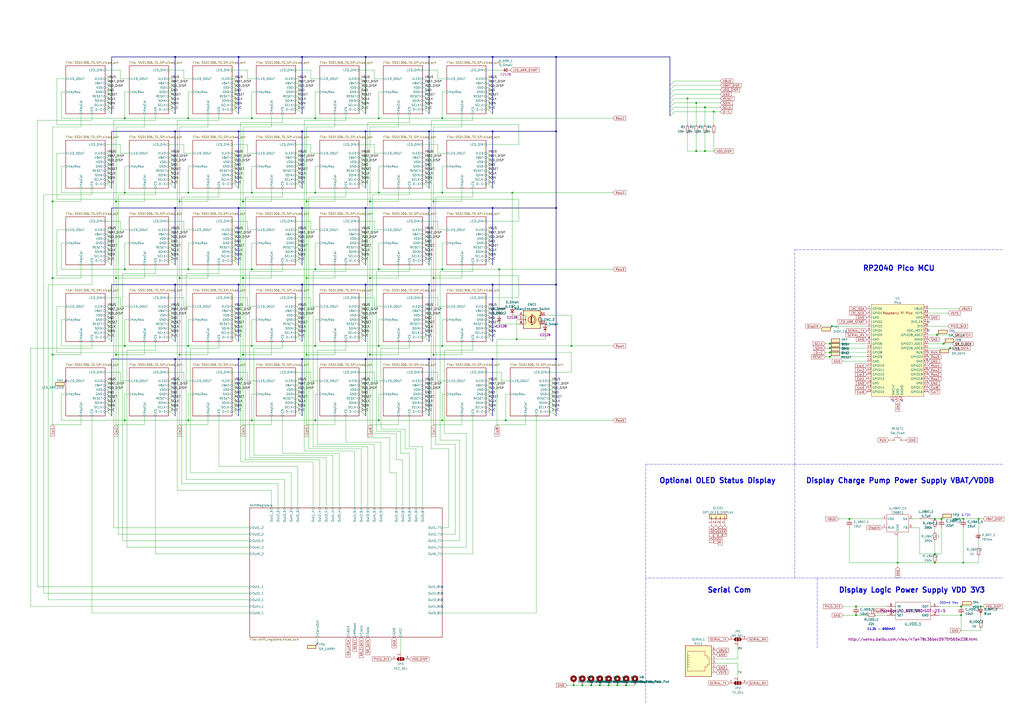
<source format=kicad_sch>
(kicad_sch (version 20211123) (generator eeschema)
  (paper "A2")
  (junction (at 322.58 76.2))
  (junction (at 568.96 351.79))
  (junction (at 219.71 200.66))
  (junction (at 542.29 321.31))
  (junction (at 408.94 62.23))
  (junction (at 175.26 33.02))
  (junction (at 398.78 57.15))
  (junction (at 248.92 76.2))
  (junction (at 146.05 111.76))
  (junction (at 101.6 208.28))
  (junction (at 481.33 201.93))
  (junction (at 101.6 120.65))
  (junction (at 30.48 205.74))
  (junction (at 212.09 165.1))
  (junction (at 109.22 111.76))
  (junction (at 481.33 204.47))
  (junction (at 567.69 300.99))
  (junction (at 138.43 208.28))
  (junction (at 138.43 165.1))
  (junction (at 481.33 207.01))
  (junction (at 403.86 87.63))
  (junction (at 546.1 300.99))
  (junction (at 285.75 208.28))
  (junction (at 322.58 208.28))
  (junction (at 251.46 161.29))
  (junction (at 285.75 165.1))
  (junction (at 177.8 205.74))
  (junction (at 542.29 326.39))
  (junction (at 182.88 111.76))
  (junction (at 212.09 76.2))
  (junction (at 67.31 205.74))
  (junction (at 175.26 120.65))
  (junction (at 30.48 116.84))
  (junction (at 30.48 161.29))
  (junction (at 322.58 33.02))
  (junction (at 285.75 120.65))
  (junction (at 542.29 300.99))
  (junction (at 182.88 200.66))
  (junction (at 482.6 189.23))
  (junction (at 558.8 326.39))
  (junction (at 256.54 68.58))
  (junction (at 72.39 68.58))
  (junction (at 101.6 33.02))
  (junction (at 109.22 243.84))
  (junction (at 347.98 397.51))
  (junction (at 182.88 68.58))
  (junction (at 109.22 200.66))
  (junction (at 297.18 111.76))
  (junction (at 182.88 156.21))
  (junction (at 251.46 205.74))
  (junction (at 481.33 199.39))
  (junction (at 251.46 116.84))
  (junction (at 146.05 68.58))
  (junction (at 363.22 397.51))
  (junction (at 332.74 397.51))
  (junction (at 358.14 397.51))
  (junction (at 256.54 156.21))
  (junction (at 214.63 116.84))
  (junction (at 248.92 208.28))
  (junction (at 353.06 397.51))
  (junction (at 403.86 59.69))
  (junction (at 140.97 161.29))
  (junction (at 299.72 196.85))
  (junction (at 72.39 200.66))
  (junction (at 248.92 165.1))
  (junction (at 219.71 243.84))
  (junction (at 109.22 156.21))
  (junction (at 322.58 165.1))
  (junction (at 146.05 156.21))
  (junction (at 289.56 156.21))
  (junction (at 331.47 200.66))
  (junction (at 248.92 120.65))
  (junction (at 285.75 76.2))
  (junction (at 104.14 205.74))
  (junction (at 175.26 76.2))
  (junction (at 212.09 33.02))
  (junction (at 551.18 201.93))
  (junction (at 414.02 64.77))
  (junction (at 175.26 208.28))
  (junction (at 256.54 243.84))
  (junction (at 520.7 326.39))
  (junction (at 256.54 200.66))
  (junction (at 72.39 156.21))
  (junction (at 214.63 161.29))
  (junction (at 138.43 120.65))
  (junction (at 138.43 33.02))
  (junction (at 219.71 68.58))
  (junction (at 496.57 351.79))
  (junction (at 219.71 111.76))
  (junction (at 101.6 76.2))
  (junction (at 293.37 243.84))
  (junction (at 67.31 161.29))
  (junction (at 214.63 205.74))
  (junction (at 408.94 87.63))
  (junction (at 146.05 243.84))
  (junction (at 109.22 68.58))
  (junction (at 212.09 208.28))
  (junction (at 248.92 33.02))
  (junction (at 543.56 194.31))
  (junction (at 175.26 165.1))
  (junction (at 337.82 397.51))
  (junction (at 177.8 161.29))
  (junction (at 182.88 243.84))
  (junction (at 285.75 33.02))
  (junction (at 322.58 120.65))
  (junction (at 72.39 111.76))
  (junction (at 138.43 76.2))
  (junction (at 212.09 120.65))
  (junction (at 547.37 199.39))
  (junction (at 146.05 200.66))
  (junction (at 557.53 351.79))
  (junction (at 140.97 116.84))
  (junction (at 104.14 161.29))
  (junction (at 557.53 356.87))
  (junction (at 492.76 300.99))
  (junction (at 104.14 116.84))
  (junction (at 256.54 111.76))
  (junction (at 140.97 205.74))
  (junction (at 72.39 243.84))
  (junction (at 67.31 116.84))
  (junction (at 177.8 116.84))
  (junction (at 342.9 397.51))
  (junction (at 101.6 165.1))
  (junction (at 219.71 156.21))
  (junction (at 496.57 356.87))
  (junction (at 558.8 300.99))
  (no_connect (at 523.24 232.41))
  (no_connect (at 518.16 232.41))
  (no_connect (at 538.48 186.69))
  (no_connect (at 538.48 191.77))
  (no_connect (at 256.54 340.36))
  (no_connect (at 256.54 344.17))
  (no_connect (at 256.54 347.98))
  (no_connect (at 256.54 351.79))
  (no_connect (at 38.1 220.98))
  (no_connect (at 184.15 373.38))
  (bus_entry (at 246.38 195.58) (size 2.54 2.54))
  (bus_entry (at 246.38 185.42) (size 2.54 2.54))
  (bus_entry (at 172.72 236.22) (size 2.54 2.54))
  (bus_entry (at 209.55 48.26) (size 2.54 2.54))
  (bus_entry (at 62.23 99.06) (size 2.54 2.54))
  (bus_entry (at 283.21 58.42) (size 2.54 2.54))
  (bus_entry (at 99.06 53.34) (size 2.54 2.54))
  (bus_entry (at 135.89 228.6) (size 2.54 2.54))
  (bus_entry (at 320.04 226.06) (size 2.54 2.54))
  (bus_entry (at 283.21 101.6) (size 2.54 2.54))
  (bus_entry (at 320.04 228.6) (size 2.54 2.54))
  (bus_entry (at 62.23 133.35) (size 2.54 2.54))
  (bus_entry (at 209.55 143.51) (size 2.54 2.54))
  (bus_entry (at 172.72 185.42) (size 2.54 2.54))
  (bus_entry (at 246.38 236.22) (size 2.54 2.54))
  (bus_entry (at 99.06 63.5) (size 2.54 2.54))
  (bus_entry (at 283.21 133.35) (size 2.54 2.54))
  (bus_entry (at 62.23 93.98) (size 2.54 2.54))
  (bus_entry (at 62.23 138.43) (size 2.54 2.54))
  (bus_entry (at 172.72 55.88) (size 2.54 2.54))
  (bus_entry (at 99.06 185.42) (size 2.54 2.54))
  (bus_entry (at 62.23 190.5) (size 2.54 2.54))
  (bus_entry (at 283.21 182.88) (size 2.54 2.54))
  (bus_entry (at 209.55 138.43) (size 2.54 2.54))
  (bus_entry (at 246.38 223.52) (size 2.54 2.54))
  (bus_entry (at 209.55 101.6) (size 2.54 2.54))
  (bus_entry (at 135.89 58.42) (size 2.54 2.54))
  (bus_entry (at 320.04 220.98) (size 2.54 2.54))
  (bus_entry (at 172.72 187.96) (size 2.54 2.54))
  (bus_entry (at 172.72 177.8) (size 2.54 2.54))
  (bus_entry (at 246.38 106.68) (size 2.54 2.54))
  (bus_entry (at 283.21 63.5) (size 2.54 2.54))
  (bus_entry (at 246.38 91.44) (size 2.54 2.54))
  (bus_entry (at 172.72 45.72) (size 2.54 2.54))
  (bus_entry (at 209.55 58.42) (size 2.54 2.54))
  (bus_entry (at 283.21 48.26) (size 2.54 2.54))
  (bus_entry (at 172.72 50.8) (size 2.54 2.54))
  (bus_entry (at 99.06 133.35) (size 2.54 2.54))
  (bus_entry (at 209.55 96.52) (size 2.54 2.54))
  (bus_entry (at 62.23 96.52) (size 2.54 2.54))
  (bus_entry (at 172.72 226.06) (size 2.54 2.54))
  (bus_entry (at 99.06 50.8) (size 2.54 2.54))
  (bus_entry (at 283.21 93.98) (size 2.54 2.54))
  (bus_entry (at 172.72 93.98) (size 2.54 2.54))
  (bus_entry (at 172.72 53.34) (size 2.54 2.54))
  (bus_entry (at 246.38 93.98) (size 2.54 2.54))
  (bus_entry (at 283.21 238.76) (size 2.54 2.54))
  (bus_entry (at 135.89 133.35) (size 2.54 2.54))
  (bus_entry (at 135.89 93.98) (size 2.54 2.54))
  (bus_entry (at 62.23 193.04) (size 2.54 2.54))
  (bus_entry (at 135.89 143.51) (size 2.54 2.54))
  (bus_entry (at 246.38 180.34) (size 2.54 2.54))
  (bus_entry (at 283.21 88.9) (size 2.54 2.54))
  (bus_entry (at 99.06 193.04) (size 2.54 2.54))
  (bus_entry (at 172.72 238.76) (size 2.54 2.54))
  (bus_entry (at 172.72 104.14) (size 2.54 2.54))
  (bus_entry (at 391.16 49.53) (size -2.54 2.54))
  (bus_entry (at 209.55 91.44) (size 2.54 2.54))
  (bus_entry (at 283.21 53.34) (size 2.54 2.54))
  (bus_entry (at 135.89 231.14) (size 2.54 2.54))
  (bus_entry (at 172.72 143.51) (size 2.54 2.54))
  (bus_entry (at 283.21 106.68) (size 2.54 2.54))
  (bus_entry (at 99.06 220.98) (size 2.54 2.54))
  (bus_entry (at 246.38 143.51) (size 2.54 2.54))
  (bus_entry (at 135.89 233.68) (size 2.54 2.54))
  (bus_entry (at 246.38 226.06) (size 2.54 2.54))
  (bus_entry (at 172.72 151.13) (size 2.54 2.54))
  (bus_entry (at 172.72 58.42) (size 2.54 2.54))
  (bus_entry (at 209.55 177.8) (size 2.54 2.54))
  (bus_entry (at 99.06 187.96) (size 2.54 2.54))
  (bus_entry (at 99.06 233.68) (size 2.54 2.54))
  (bus_entry (at 283.21 148.59) (size 2.54 2.54))
  (bus_entry (at 209.55 99.06) (size 2.54 2.54))
  (bus_entry (at 209.55 60.96) (size 2.54 2.54))
  (bus_entry (at 99.06 182.88) (size 2.54 2.54))
  (bus_entry (at 135.89 187.96) (size 2.54 2.54))
  (bus_entry (at 246.38 99.06) (size 2.54 2.54))
  (bus_entry (at 320.04 223.52) (size 2.54 2.54))
  (bus_entry (at 246.38 177.8) (size 2.54 2.54))
  (bus_entry (at 209.55 231.14) (size 2.54 2.54))
  (bus_entry (at 391.16 54.61) (size -2.54 2.54))
  (bus_entry (at 99.06 55.88) (size 2.54 2.54))
  (bus_entry (at 209.55 104.14) (size 2.54 2.54))
  (bus_entry (at 283.21 45.72) (size 2.54 2.54))
  (bus_entry (at 283.21 185.42) (size 2.54 2.54))
  (bus_entry (at 283.21 177.8) (size 2.54 2.54))
  (bus_entry (at 246.38 233.68) (size 2.54 2.54))
  (bus_entry (at 99.06 58.42) (size 2.54 2.54))
  (bus_entry (at 62.23 135.89) (size 2.54 2.54))
  (bus_entry (at 283.21 55.88) (size 2.54 2.54))
  (bus_entry (at 246.38 148.59) (size 2.54 2.54))
  (bus_entry (at 135.89 48.26) (size 2.54 2.54))
  (bus_entry (at 135.89 238.76) (size 2.54 2.54))
  (bus_entry (at 283.21 99.06) (size 2.54 2.54))
  (bus_entry (at 283.21 231.14) (size 2.54 2.54))
  (bus_entry (at 172.72 220.98) (size 2.54 2.54))
  (bus_entry (at 283.21 96.52) (size 2.54 2.54))
  (bus_entry (at 99.06 226.06) (size 2.54 2.54))
  (bus_entry (at 135.89 63.5) (size 2.54 2.54))
  (bus_entry (at 209.55 180.34) (size 2.54 2.54))
  (bus_entry (at 135.89 106.68) (size 2.54 2.54))
  (bus_entry (at 209.55 135.89) (size 2.54 2.54))
  (bus_entry (at 283.21 223.52) (size 2.54 2.54))
  (bus_entry (at 209.55 53.34) (size 2.54 2.54))
  (bus_entry (at 62.23 91.44) (size 2.54 2.54))
  (bus_entry (at 172.72 138.43) (size 2.54 2.54))
  (bus_entry (at 62.23 148.59) (size 2.54 2.54))
  (bus_entry (at 62.23 220.98) (size 2.54 2.54))
  (bus_entry (at 320.04 233.68) (size 2.54 2.54))
  (bus_entry (at 99.06 238.76) (size 2.54 2.54))
  (bus_entry (at 246.38 63.5) (size 2.54 2.54))
  (bus_entry (at 172.72 233.68) (size 2.54 2.54))
  (bus_entry (at 283.21 220.98) (size 2.54 2.54))
  (bus_entry (at 391.16 57.15) (size -2.54 2.54))
  (bus_entry (at 135.89 223.52) (size 2.54 2.54))
  (bus_entry (at 99.06 45.72) (size 2.54 2.54))
  (bus_entry (at 62.23 88.9) (size 2.54 2.54))
  (bus_entry (at 172.72 135.89) (size 2.54 2.54))
  (bus_entry (at 246.38 151.13) (size 2.54 2.54))
  (bus_entry (at 283.21 146.05) (size 2.54 2.54))
  (bus_entry (at 99.06 104.14) (size 2.54 2.54))
  (bus_entry (at 135.89 96.52) (size 2.54 2.54))
  (bus_entry (at 135.89 104.14) (size 2.54 2.54))
  (bus_entry (at 246.38 58.42) (size 2.54 2.54))
  (bus_entry (at 99.06 60.96) (size 2.54 2.54))
  (bus_entry (at 62.23 223.52) (size 2.54 2.54))
  (bus_entry (at 172.72 190.5) (size 2.54 2.54))
  (bus_entry (at 246.38 50.8) (size 2.54 2.54))
  (bus_entry (at 172.72 180.34) (size 2.54 2.54))
  (bus_entry (at 172.72 228.6) (size 2.54 2.54))
  (bus_entry (at 135.89 45.72) (size 2.54 2.54))
  (bus_entry (at 99.06 96.52) (size 2.54 2.54))
  (bus_entry (at 283.21 187.96) (size 2.54 2.54))
  (bus_entry (at 391.16 59.69) (size -2.54 2.54))
  (bus_entry (at 135.89 88.9) (size 2.54 2.54))
  (bus_entry (at 99.06 99.06) (size 2.54 2.54))
  (bus_entry (at 283.21 193.04) (size 2.54 2.54))
  (bus_entry (at 135.89 190.5) (size 2.54 2.54))
  (bus_entry (at 99.06 236.22) (size 2.54 2.54))
  (bus_entry (at 135.89 236.22) (size 2.54 2.54))
  (bus_entry (at 172.72 101.6) (size 2.54 2.54))
  (bus_entry (at 135.89 177.8) (size 2.54 2.54))
  (bus_entry (at 99.06 195.58) (size 2.54 2.54))
  (bus_entry (at 99.06 93.98) (size 2.54 2.54))
  (bus_entry (at 135.89 185.42) (size 2.54 2.54))
  (bus_entry (at 99.06 231.14) (size 2.54 2.54))
  (bus_entry (at 209.55 55.88) (size 2.54 2.54))
  (bus_entry (at 62.23 177.8) (size 2.54 2.54))
  (bus_entry (at 320.04 231.14) (size 2.54 2.54))
  (bus_entry (at 283.21 50.8) (size 2.54 2.54))
  (bus_entry (at 99.06 148.59) (size 2.54 2.54))
  (bus_entry (at 283.21 195.58) (size 2.54 2.54))
  (bus_entry (at 172.72 96.52) (size 2.54 2.54))
  (bus_entry (at 172.72 148.59) (size 2.54 2.54))
  (bus_entry (at 209.55 140.97) (size 2.54 2.54))
  (bus_entry (at 246.38 48.26) (size 2.54 2.54))
  (bus_entry (at 135.89 180.34) (size 2.54 2.54))
  (bus_entry (at 99.06 135.89) (size 2.54 2.54))
  (bus_entry (at 283.21 236.22) (size 2.54 2.54))
  (bus_entry (at 209.55 151.13) (size 2.54 2.54))
  (bus_entry (at 135.89 101.6) (size 2.54 2.54))
  (bus_entry (at 135.89 220.98) (size 2.54 2.54))
  (bus_entry (at 209.55 187.96) (size 2.54 2.54))
  (bus_entry (at 99.06 177.8) (size 2.54 2.54))
  (bus_entry (at 62.23 231.14) (size 2.54 2.54))
  (bus_entry (at 209.55 195.58) (size 2.54 2.54))
  (bus_entry (at 209.55 226.06) (size 2.54 2.54))
  (bus_entry (at 172.72 48.26) (size 2.54 2.54))
  (bus_entry (at 135.89 195.58) (size 2.54 2.54))
  (bus_entry (at 283.21 190.5) (size 2.54 2.54))
  (bus_entry (at 99.06 88.9) (size 2.54 2.54))
  (bus_entry (at 283.21 135.89) (size 2.54 2.54))
  (bus_entry (at 283.21 226.06) (size 2.54 2.54))
  (bus_entry (at 391.16 64.77) (size -2.54 2.54))
  (bus_entry (at 209.55 146.05) (size 2.54 2.54))
  (bus_entry (at 172.72 193.04) (size 2.54 2.54))
  (bus_entry (at 283.21 180.34) (size 2.54 2.54))
  (bus_entry (at 135.89 151.13) (size 2.54 2.54))
  (bus_entry (at 283.21 151.13) (size 2.54 2.54))
  (bus_entry (at 209.55 228.6) (size 2.54 2.54))
  (bus_entry (at 246.38 187.96) (size 2.54 2.54))
  (bus_entry (at 135.89 182.88) (size 2.54 2.54))
  (bus_entry (at 172.72 195.58) (size 2.54 2.54))
  (bus_entry (at 391.16 52.07) (size -2.54 2.54))
  (bus_entry (at 246.38 138.43) (size 2.54 2.54))
  (bus_entry (at 62.23 228.6) (size 2.54 2.54))
  (bus_entry (at 99.06 180.34) (size 2.54 2.54))
  (bus_entry (at 209.55 236.22) (size 2.54 2.54))
  (bus_entry (at 99.06 228.6) (size 2.54 2.54))
  (bus_entry (at 99.06 151.13) (size 2.54 2.54))
  (bus_entry (at 209.55 220.98) (size 2.54 2.54))
  (bus_entry (at 209.55 185.42) (size 2.54 2.54))
  (bus_entry (at 62.23 146.05) (size 2.54 2.54))
  (bus_entry (at 209.55 238.76) (size 2.54 2.54))
  (bus_entry (at 246.38 146.05) (size 2.54 2.54))
  (bus_entry (at 99.06 48.26) (size 2.54 2.54))
  (bus_entry (at 209.55 93.98) (size 2.54 2.54))
  (bus_entry (at 246.38 45.72) (size 2.54 2.54))
  (bus_entry (at 135.89 193.04) (size 2.54 2.54))
  (bus_entry (at 62.23 233.68) (size 2.54 2.54))
  (bus_entry (at 246.38 101.6) (size 2.54 2.54))
  (bus_entry (at 135.89 91.44) (size 2.54 2.54))
  (bus_entry (at 99.06 138.43) (size 2.54 2.54))
  (bus_entry (at 135.89 55.88) (size 2.54 2.54))
  (bus_entry (at 62.23 104.14) (size 2.54 2.54))
  (bus_entry (at 172.72 231.14) (size 2.54 2.54))
  (bus_entry (at 283.21 60.96) (size 2.54 2.54))
  (bus_entry (at 209.55 106.68) (size 2.54 2.54))
  (bus_entry (at 172.72 88.9) (size 2.54 2.54))
  (bus_entry (at 246.38 104.14) (size 2.54 2.54))
  (bus_entry (at 62.23 143.51) (size 2.54 2.54))
  (bus_entry (at 172.72 60.96) (size 2.54 2.54))
  (bus_entry (at 246.38 182.88) (size 2.54 2.54))
  (bus_entry (at 283.21 228.6) (size 2.54 2.54))
  (bus_entry (at 135.89 146.05) (size 2.54 2.54))
  (bus_entry (at 62.23 106.68) (size 2.54 2.54))
  (bus_entry (at 283.21 138.43) (size 2.54 2.54))
  (bus_entry (at 246.38 190.5) (size 2.54 2.54))
  (bus_entry (at 135.89 148.59) (size 2.54 2.54))
  (bus_entry (at 172.72 146.05) (size 2.54 2.54))
  (bus_entry (at 391.16 46.99) (size -2.54 2.54))
  (bus_entry (at 209.55 148.59) (size 2.54 2.54))
  (bus_entry (at 135.89 53.34) (size 2.54 2.54))
  (bus_entry (at 172.72 223.52) (size 2.54 2.54))
  (bus_entry (at 99.06 143.51) (size 2.54 2.54))
  (bus_entry (at 172.72 182.88) (size 2.54 2.54))
  (bus_entry (at 246.38 55.88) (size 2.54 2.54))
  (bus_entry (at 246.38 193.04) (size 2.54 2.54))
  (bus_entry (at 99.06 190.5) (size 2.54 2.54))
  (bus_entry (at 209.55 63.5) (size 2.54 2.54))
  (bus_entry (at 62.23 60.96) (size 2.54 2.54))
  (bus_entry (at 62.23 63.5) (size 2.54 2.54))
  (bus_entry (at 62.23 55.88) (size 2.54 2.54))
  (bus_entry (at 62.23 58.42) (size 2.54 2.54))
  (bus_entry (at 62.23 50.8) (size 2.54 2.54))
  (bus_entry (at 62.23 53.34) (size 2.54 2.54))
  (bus_entry (at 62.23 45.72) (size 2.54 2.54))
  (bus_entry (at 62.23 48.26) (size 2.54 2.54))
  (bus_entry (at 391.16 62.23) (size -2.54 2.54))
  (bus_entry (at 246.38 96.52) (size 2.54 2.54))
  (bus_entry (at 135.89 140.97) (size 2.54 2.54))
  (bus_entry (at 246.38 228.6) (size 2.54 2.54))
  (bus_entry (at 62.23 101.6) (size 2.54 2.54))
  (bus_entry (at 172.72 106.68) (size 2.54 2.54))
  (bus_entry (at 135.89 135.89) (size 2.54 2.54))
  (bus_entry (at 246.38 133.35) (size 2.54 2.54))
  (bus_entry (at 246.38 140.97) (size 2.54 2.54))
  (bus_entry (at 246.38 135.89) (size 2.54 2.54))
  (bus_entry (at 99.06 106.68) (size 2.54 2.54))
  (bus_entry (at 172.72 133.35) (size 2.54 2.54))
  (bus_entry (at 62.23 151.13) (size 2.54 2.54))
  (bus_entry (at 135.89 226.06) (size 2.54 2.54))
  (bus_entry (at 246.38 238.76) (size 2.54 2.54))
  (bus_entry (at 62.23 195.58) (size 2.54 2.54))
  (bus_entry (at 99.06 91.44) (size 2.54 2.54))
  (bus_entry (at 246.38 60.96) (size 2.54 2.54))
  (bus_entry (at 283.21 143.51) (size 2.54 2.54))
  (bus_entry (at 209.55 233.68) (size 2.54 2.54))
  (bus_entry (at 99.06 146.05) (size 2.54 2.54))
  (bus_entry (at 209.55 182.88) (size 2.54 2.54))
  (bus_entry (at 246.38 231.14) (size 2.54 2.54))
  (bus_entry (at 62.23 140.97) (size 2.54 2.54))
  (bus_entry (at 99.06 223.52) (size 2.54 2.54))
  (bus_entry (at 283.21 140.97) (size 2.54 2.54))
  (bus_entry (at 283.21 233.68) (size 2.54 2.54))
  (bus_entry (at 246.38 220.98) (size 2.54 2.54))
  (bus_entry (at 246.38 53.34) (size 2.54 2.54))
  (bus_entry (at 135.89 99.06) (size 2.54 2.54))
  (bus_entry (at 209.55 133.35) (size 2.54 2.54))
  (bus_entry (at 209.55 88.9) (size 2.54 2.54))
  (bus_entry (at 62.23 180.34) (size 2.54 2.54))
  (bus_entry (at 320.04 238.76) (size 2.54 2.54))
  (bus_entry (at 209.55 193.04) (size 2.54 2.54))
  (bus_entry (at 320.04 236.22) (size 2.54 2.54))
  (bus_entry (at 62.23 238.76) (size 2.54 2.54))
  (bus_entry (at 135.89 60.96) (size 2.54 2.54))
  (bus_entry (at 209.55 45.72) (size 2.54 2.54))
  (bus_entry (at 209.55 223.52) (size 2.54 2.54))
  (bus_entry (at 172.72 91.44) (size 2.54 2.54))
  (bus_entry (at 209.55 190.5) (size 2.54 2.54))
  (bus_entry (at 172.72 99.06) (size 2.54 2.54))
  (bus_entry (at 283.21 104.14) (size 2.54 2.54))
  (bus_entry (at 209.55 50.8) (size 2.54 2.54))
  (bus_entry (at 62.23 182.88) (size 2.54 2.54))
  (bus_entry (at 283.21 91.44) (size 2.54 2.54))
  (bus_entry (at 172.72 140.97) (size 2.54 2.54))
  (bus_entry (at 62.23 187.96) (size 2.54 2.54))
  (bus_entry (at 246.38 88.9) (size 2.54 2.54))
  (bus_entry (at 62.23 185.42) (size 2.54 2.54))
  (bus_entry (at 99.06 140.97) (size 2.54 2.54))
  (bus_entry (at 172.72 63.5) (size 2.54 2.54))
  (bus_entry (at 135.89 50.8) (size 2.54 2.54))
  (bus_entry (at 99.06 101.6) (size 2.54 2.54))
  (bus_entry (at 62.23 226.06) (size 2.54 2.54))
  (bus_entry (at 135.89 138.43) (size 2.54 2.54))
  (bus_entry (at 62.23 236.22) (size 2.54 2.54))
  (bus (pts (xy 285.75 60.96) (xy 285.75 58.42)))
  (wire (pts (xy 134.62 228.6) (xy 135.89 228.6)))
  (wire (pts (xy 256.54 140.97) (xy 259.08 140.97)))
  (bus (pts (xy 64.77 99.06) (xy 64.77 96.52)))
  (wire (pts (xy 46.99 246.38) (xy 46.99 241.3)))
  (wire (pts (xy 134.62 236.22) (xy 135.89 236.22)))
  (wire (pts (xy 134.62 101.6) (xy 135.89 101.6)))
  (bus (pts (xy 248.92 50.8) (xy 248.92 48.26)))
  (wire (pts (xy 148.59 88.9) (xy 143.51 88.9)))
  (wire (pts (xy 17.78 351.79) (xy 144.78 351.79)))
  (wire (pts (xy 161.29 280.67) (xy 105.41 280.67)))
  (wire (pts (xy 256.54 96.52) (xy 259.08 96.52)))
  (bus (pts (xy 101.6 228.6) (xy 101.6 226.06)))
  (wire (pts (xy 111.76 220.98) (xy 106.68 220.98)))
  (wire (pts (xy 69.85 220.98) (xy 69.85 215.9)))
  (wire (pts (xy 226.06 274.32) (xy 226.06 254)))
  (wire (pts (xy 185.42 133.35) (xy 180.34 133.35)))
  (bus (pts (xy 212.09 195.58) (xy 212.09 193.04)))
  (wire (pts (xy 148.59 177.8) (xy 143.51 177.8)))
  (wire (pts (xy 53.34 198.12) (xy 53.34 201.93)))
  (bus (pts (xy 322.58 241.3) (xy 322.58 238.76)))
  (bus (pts (xy 64.77 233.68) (xy 64.77 231.14)))
  (wire (pts (xy 208.28 231.14) (xy 209.55 231.14)))
  (wire (pts (xy 35.56 200.66) (xy 72.39 200.66)))
  (wire (pts (xy 251.46 246.38) (xy 267.97 246.38)))
  (wire (pts (xy 97.79 228.6) (xy 99.06 228.6)))
  (bus (pts (xy 212.09 93.98) (xy 212.09 91.44)))
  (wire (pts (xy 120.65 161.29) (xy 104.14 161.29)))
  (wire (pts (xy 147.32 201.93) (xy 163.83 201.93)))
  (bus (pts (xy 285.75 182.88) (xy 285.75 180.34)))
  (wire (pts (xy 33.02 72.39) (xy 300.99 72.39)))
  (bus (pts (xy 64.77 63.5) (xy 64.77 60.96)))
  (bus (pts (xy 64.77 223.52) (xy 64.77 208.28)))
  (wire (pts (xy 252.73 114.3) (xy 274.32 114.3)))
  (wire (pts (xy 60.96 185.42) (xy 62.23 185.42)))
  (bus (pts (xy 285.75 208.28) (xy 322.58 208.28)))
  (wire (pts (xy 134.62 140.97) (xy 135.89 140.97)))
  (wire (pts (xy 147.32 264.16) (xy 147.32 201.93)))
  (wire (pts (xy 97.79 215.9) (xy 106.68 215.9)))
  (wire (pts (xy 171.45 91.44) (xy 172.72 91.44)))
  (wire (pts (xy 281.94 223.52) (xy 283.21 223.52)))
  (bus (pts (xy 64.77 226.06) (xy 64.77 223.52)))
  (bus (pts (xy 388.62 54.61) (xy 388.62 57.15)))
  (wire (pts (xy 146.05 53.34) (xy 148.59 53.34)))
  (wire (pts (xy 403.86 59.69) (xy 403.86 72.39)))
  (bus (pts (xy 285.75 193.04) (xy 285.75 190.5)))
  (bus (pts (xy 101.6 106.68) (xy 101.6 104.14)))
  (bus (pts (xy 248.92 187.96) (xy 248.92 185.42)))
  (bus (pts (xy 138.43 238.76) (xy 138.43 236.22)))
  (bus (pts (xy 175.26 182.88) (xy 175.26 180.34)))
  (wire (pts (xy 245.11 177.8) (xy 246.38 177.8)))
  (wire (pts (xy 38.1 88.9) (xy 33.02 88.9)))
  (wire (pts (xy 171.45 185.42) (xy 172.72 185.42)))
  (wire (pts (xy 72.39 185.42) (xy 74.93 185.42)))
  (bus (pts (xy 138.43 76.2) (xy 175.26 76.2)))
  (wire (pts (xy 171.45 96.52) (xy 172.72 96.52)))
  (wire (pts (xy 134.62 187.96) (xy 135.89 187.96)))
  (wire (pts (xy 60.96 215.9) (xy 69.85 215.9)))
  (bus (pts (xy 64.77 91.44) (xy 64.77 76.2)))
  (bus (pts (xy 212.09 106.68) (xy 212.09 104.14)))
  (wire (pts (xy 252.73 257.81) (xy 252.73 114.3)))
  (wire (pts (xy 209.55 260.35) (xy 179.07 260.35)))
  (bus (pts (xy 175.26 104.14) (xy 175.26 101.6)))
  (bus (pts (xy 175.26 151.13) (xy 175.26 148.59)))
  (wire (pts (xy 231.14 246.38) (xy 231.14 241.3)))
  (wire (pts (xy 542.29 300.99) (xy 546.1 300.99)))
  (wire (pts (xy 171.45 228.6) (xy 172.72 228.6)))
  (wire (pts (xy 208.28 190.5) (xy 209.55 190.5)))
  (bus (pts (xy 64.77 93.98) (xy 64.77 91.44)))
  (polyline (pts (xy 374.65 335.28) (xy 374.65 407.67)))
  (wire (pts (xy 182.88 228.6) (xy 182.88 243.84)))
  (bus (pts (xy 175.26 187.96) (xy 175.26 185.42)))
  (wire (pts (xy 363.22 397.51) (xy 368.3 397.51)))
  (wire (pts (xy 245.11 182.88) (xy 246.38 182.88)))
  (wire (pts (xy 127 201.93) (xy 127 198.12)))
  (wire (pts (xy 171.45 226.06) (xy 172.72 226.06)))
  (wire (pts (xy 181.61 157.48) (xy 200.66 157.48)))
  (wire (pts (xy 97.79 55.88) (xy 99.06 55.88)))
  (wire (pts (xy 245.11 104.14) (xy 246.38 104.14)))
  (wire (pts (xy 214.63 205.74) (xy 214.63 246.38)))
  (wire (pts (xy 134.62 50.8) (xy 135.89 50.8)))
  (wire (pts (xy 299.72 185.42) (xy 299.72 196.85)))
  (bus (pts (xy 101.6 151.13) (xy 101.6 148.59)))
  (wire (pts (xy 222.25 177.8) (xy 217.17 177.8)))
  (wire (pts (xy 35.56 243.84) (xy 72.39 243.84)))
  (wire (pts (xy 391.16 46.99) (xy 417.83 46.99)))
  (bus (pts (xy 175.26 185.42) (xy 175.26 182.88)))
  (wire (pts (xy 219.71 200.66) (xy 256.54 200.66)))
  (bus (pts (xy 212.09 63.5) (xy 212.09 60.96)))
  (wire (pts (xy 251.46 73.66) (xy 251.46 116.84)))
  (wire (pts (xy 171.45 177.8) (xy 172.72 177.8)))
  (wire (pts (xy 171.45 140.97) (xy 172.72 140.97)))
  (bus (pts (xy 64.77 60.96) (xy 64.77 58.42)))
  (bus (pts (xy 212.09 143.51) (xy 212.09 140.97)))
  (wire (pts (xy 208.28 195.58) (xy 209.55 195.58)))
  (bus (pts (xy 175.26 140.97) (xy 175.26 138.43)))
  (wire (pts (xy 217.17 220.98) (xy 217.17 215.9)))
  (wire (pts (xy 358.14 397.51) (xy 363.22 397.51)))
  (bus (pts (xy 138.43 96.52) (xy 138.43 93.98)))
  (wire (pts (xy 97.79 190.5) (xy 99.06 190.5)))
  (bus (pts (xy 285.75 153.67) (xy 285.75 151.13)))
  (wire (pts (xy 140.97 205.74) (xy 140.97 246.38)))
  (wire (pts (xy 60.96 48.26) (xy 62.23 48.26)))
  (wire (pts (xy 171.45 236.22) (xy 172.72 236.22)))
  (wire (pts (xy 109.22 96.52) (xy 109.22 111.76)))
  (bus (pts (xy 212.09 138.43) (xy 212.09 135.89)))
  (wire (pts (xy 60.96 195.58) (xy 62.23 195.58)))
  (wire (pts (xy 179.07 114.3) (xy 200.66 114.3)))
  (wire (pts (xy 72.39 228.6) (xy 72.39 243.84)))
  (bus (pts (xy 138.43 165.1) (xy 175.26 165.1)))
  (wire (pts (xy 134.62 180.34) (xy 135.89 180.34)))
  (wire (pts (xy 290.83 220.98) (xy 290.83 215.9)))
  (wire (pts (xy 134.62 148.59) (xy 135.89 148.59)))
  (bus (pts (xy 322.58 228.6) (xy 322.58 226.06)))
  (wire (pts (xy 60.96 128.27) (xy 69.85 128.27)))
  (bus (pts (xy 101.6 53.34) (xy 101.6 50.8)))
  (bus (pts (xy 248.92 208.28) (xy 285.75 208.28)))
  (wire (pts (xy 182.88 111.76) (xy 219.71 111.76)))
  (wire (pts (xy 237.49 71.12) (xy 237.49 66.04)))
  (wire (pts (xy 171.45 50.8) (xy 172.72 50.8)))
  (wire (pts (xy 60.96 231.14) (xy 62.23 231.14)))
  (bus (pts (xy 101.6 55.88) (xy 101.6 53.34)))
  (wire (pts (xy 266.7 313.69) (xy 266.7 255.27)))
  (wire (pts (xy 245.11 146.05) (xy 246.38 146.05)))
  (bus (pts (xy 212.09 223.52) (xy 212.09 208.28)))
  (wire (pts (xy 237.49 201.93) (xy 237.49 198.12)))
  (wire (pts (xy 264.16 309.88) (xy 264.16 257.81)))
  (wire (pts (xy 157.48 66.04) (xy 157.48 73.66)))
  (wire (pts (xy 74.93 133.35) (xy 69.85 133.35)))
  (wire (pts (xy 74.93 45.72) (xy 69.85 45.72)))
  (wire (pts (xy 281.94 91.44) (xy 283.21 91.44)))
  (wire (pts (xy 182.88 140.97) (xy 182.88 156.21)))
  (wire (pts (xy 35.56 111.76) (xy 72.39 111.76)))
  (wire (pts (xy 222.25 133.35) (xy 217.17 133.35)))
  (wire (pts (xy 176.53 261.62) (xy 176.53 69.85)))
  (wire (pts (xy 184.15 203.2) (xy 200.66 203.2)))
  (wire (pts (xy 231.14 161.29) (xy 214.63 161.29)))
  (bus (pts (xy 212.09 153.67) (xy 212.09 151.13)))
  (wire (pts (xy 97.79 106.68) (xy 99.06 106.68)))
  (wire (pts (xy 120.65 73.66) (xy 104.14 73.66)))
  (wire (pts (xy 281.94 172.72) (xy 300.99 172.72)))
  (wire (pts (xy 97.79 83.82) (xy 106.68 83.82)))
  (wire (pts (xy 180.34 88.9) (xy 180.34 83.82)))
  (wire (pts (xy 219.71 228.6) (xy 219.71 243.84)))
  (wire (pts (xy 208.28 40.64) (xy 217.17 40.64)))
  (polyline (pts (xy 461.01 269.24) (xy 461.01 144.78)))
  (wire (pts (xy 134.62 96.52) (xy 135.89 96.52)))
  (wire (pts (xy 177.8 73.66) (xy 177.8 116.84)))
  (wire (pts (xy 171.45 233.68) (xy 172.72 233.68)))
  (wire (pts (xy 229.87 274.32) (xy 226.06 274.32)))
  (bus (pts (xy 64.77 193.04) (xy 64.77 190.5)))
  (bus (pts (xy 101.6 143.51) (xy 101.6 140.97)))
  (wire (pts (xy 274.32 203.2) (xy 274.32 198.12)))
  (wire (pts (xy 109.22 53.34) (xy 109.22 68.58)))
  (wire (pts (xy 332.74 397.51) (xy 337.82 397.51)))
  (wire (pts (xy 60.96 55.88) (xy 62.23 55.88)))
  (wire (pts (xy 97.79 177.8) (xy 99.06 177.8)))
  (wire (pts (xy 177.8 205.74) (xy 177.8 246.38)))
  (wire (pts (xy 111.76 88.9) (xy 106.68 88.9)))
  (bus (pts (xy 64.77 66.04) (xy 64.77 63.5)))
  (bus (pts (xy 248.92 143.51) (xy 248.92 140.97)))
  (wire (pts (xy 35.56 96.52) (xy 35.56 111.76)))
  (wire (pts (xy 496.57 356.87) (xy 502.92 356.87)))
  (wire (pts (xy 256.54 53.34) (xy 256.54 68.58)))
  (wire (pts (xy 408.94 77.47) (xy 408.94 87.63)))
  (wire (pts (xy 311.15 355.6) (xy 311.15 241.3)))
  (bus (pts (xy 138.43 106.68) (xy 138.43 104.14)))
  (wire (pts (xy 542.29 306.07) (xy 542.29 308.61)))
  (bus (pts (xy 138.43 55.88) (xy 138.43 53.34)))
  (wire (pts (xy 281.94 143.51) (xy 283.21 143.51)))
  (wire (pts (xy 60.96 99.06) (xy 62.23 99.06)))
  (wire (pts (xy 476.25 189.23) (xy 482.6 189.23)))
  (wire (pts (xy 134.62 63.5) (xy 135.89 63.5)))
  (wire (pts (xy 245.11 148.59) (xy 246.38 148.59)))
  (wire (pts (xy 148.59 45.72) (xy 143.51 45.72)))
  (wire (pts (xy 260.35 306.07) (xy 260.35 260.35)))
  (bus (pts (xy 285.75 99.06) (xy 285.75 96.52)))
  (wire (pts (xy 134.62 215.9) (xy 143.51 215.9)))
  (wire (pts (xy 21.59 69.85) (xy 53.34 69.85)))
  (bus (pts (xy 175.26 180.34) (xy 175.26 165.1)))
  (wire (pts (xy 60.96 148.59) (xy 62.23 148.59)))
  (wire (pts (xy 109.22 111.76) (xy 146.05 111.76)))
  (wire (pts (xy 558.8 306.07) (xy 558.8 326.39)))
  (bus (pts (xy 212.09 241.3) (xy 212.09 238.76)))
  (wire (pts (xy 353.06 397.51) (xy 358.14 397.51)))
  (wire (pts (xy 127 66.04) (xy 127 69.85)))
  (wire (pts (xy 529.59 300.99) (xy 533.4 300.99)))
  (wire (pts (xy 427.99 374.65) (xy 427.99 382.27)))
  (wire (pts (xy 143.51 220.98) (xy 143.51 215.9)))
  (bus (pts (xy 248.92 151.13) (xy 248.92 148.59)))
  (wire (pts (xy 408.94 62.23) (xy 408.94 72.39)))
  (wire (pts (xy 250.19 260.35) (xy 250.19 69.85)))
  (wire (pts (xy 97.79 187.96) (xy 99.06 187.96)))
  (wire (pts (xy 245.11 58.42) (xy 246.38 58.42)))
  (wire (pts (xy 97.79 91.44) (xy 99.06 91.44)))
  (wire (pts (xy 134.62 146.05) (xy 135.89 146.05)))
  (wire (pts (xy 213.36 71.12) (xy 237.49 71.12)))
  (bus (pts (xy 64.77 180.34) (xy 64.77 165.1)))
  (wire (pts (xy 542.29 321.31) (xy 546.1 321.31)))
  (wire (pts (xy 254 45.72) (xy 254 40.64)))
  (wire (pts (xy 171.45 172.72) (xy 180.34 172.72)))
  (wire (pts (xy 232.41 250.19) (xy 218.44 250.19)))
  (bus (pts (xy 138.43 50.8) (xy 138.43 48.26)))
  (wire (pts (xy 120.65 246.38) (xy 120.65 241.3)))
  (wire (pts (xy 245.11 93.98) (xy 246.38 93.98)))
  (wire (pts (xy 256.54 200.66) (xy 331.47 200.66)))
  (wire (pts (xy 208.28 215.9) (xy 217.17 215.9)))
  (wire (pts (xy 171.45 238.76) (xy 172.72 238.76)))
  (bus (pts (xy 175.26 146.05) (xy 175.26 143.51)))
  (wire (pts (xy 182.88 53.34) (xy 182.88 68.58)))
  (wire (pts (xy 245.11 215.9) (xy 254 215.9)))
  (wire (pts (xy 134.62 88.9) (xy 135.89 88.9)))
  (wire (pts (xy 403.86 87.63) (xy 408.94 87.63)))
  (wire (pts (xy 219.71 185.42) (xy 222.25 185.42)))
  (wire (pts (xy 171.45 63.5) (xy 172.72 63.5)))
  (wire (pts (xy 83.82 161.29) (xy 67.31 161.29)))
  (wire (pts (xy 208.28 96.52) (xy 209.55 96.52)))
  (wire (pts (xy 557.53 365.76) (xy 568.96 365.76)))
  (wire (pts (xy 256.54 309.88) (xy 264.16 309.88)))
  (wire (pts (xy 256.54 306.07) (xy 260.35 306.07)))
  (wire (pts (xy 180.34 133.35) (xy 180.34 128.27)))
  (wire (pts (xy 21.59 340.36) (xy 144.78 340.36)))
  (wire (pts (xy 179.07 260.35) (xy 179.07 114.3)))
  (wire (pts (xy 318.77 220.98) (xy 320.04 220.98)))
  (bus (pts (xy 212.09 208.28) (xy 248.92 208.28)))
  (wire (pts (xy 180.34 220.98) (xy 180.34 215.9)))
  (wire (pts (xy 281.94 93.98) (xy 283.21 93.98)))
  (wire (pts (xy 208.28 226.06) (xy 209.55 226.06)))
  (bus (pts (xy 175.26 193.04) (xy 175.26 190.5)))
  (wire (pts (xy 270.51 251.46) (xy 257.81 251.46)))
  (bus (pts (xy 138.43 226.06) (xy 138.43 223.52)))
  (wire (pts (xy 97.79 172.72) (xy 106.68 172.72)))
  (wire (pts (xy 97.79 101.6) (xy 99.06 101.6)))
  (wire (pts (xy 231.14 116.84) (xy 214.63 116.84)))
  (wire (pts (xy 97.79 48.26) (xy 99.06 48.26)))
  (bus (pts (xy 101.6 63.5) (xy 101.6 60.96)))
  (bus (pts (xy 64.77 58.42) (xy 64.77 55.88)))
  (wire (pts (xy 46.99 73.66) (xy 30.48 73.66)))
  (wire (pts (xy 289.56 156.21) (xy 355.6 156.21)))
  (wire (pts (xy 38.1 177.8) (xy 33.02 177.8)))
  (wire (pts (xy 104.14 116.84) (xy 104.14 161.29)))
  (wire (pts (xy 185.42 45.72) (xy 180.34 45.72)))
  (bus (pts (xy 285.75 48.26) (xy 285.75 33.02)))
  (bus (pts (xy 138.43 223.52) (xy 138.43 208.28)))
  (wire (pts (xy 67.31 116.84) (xy 67.31 161.29)))
  (wire (pts (xy 97.79 146.05) (xy 99.06 146.05)))
  (wire (pts (xy 97.79 195.58) (xy 99.06 195.58)))
  (wire (pts (xy 97.79 236.22) (xy 99.06 236.22)))
  (wire (pts (xy 245.11 238.76) (xy 246.38 238.76)))
  (wire (pts (xy 331.47 182.88) (xy 331.47 200.66)))
  (wire (pts (xy 218.44 157.48) (xy 237.49 157.48)))
  (wire (pts (xy 171.45 215.9) (xy 180.34 215.9)))
  (wire (pts (xy 543.56 194.31) (xy 552.45 194.31)))
  (wire (pts (xy 35.56 140.97) (xy 38.1 140.97)))
  (wire (pts (xy 544.83 356.87) (xy 557.53 356.87)))
  (wire (pts (xy 222.25 45.72) (xy 217.17 45.72)))
  (wire (pts (xy 38.1 45.72) (xy 33.02 45.72)))
  (wire (pts (xy 21.59 340.36) (xy 21.59 69.85)))
  (wire (pts (xy 144.78 309.88) (xy 68.58 309.88)))
  (bus (pts (xy 285.75 165.1) (xy 322.58 165.1)))
  (wire (pts (xy 220.98 248.92) (xy 220.98 201.93)))
  (wire (pts (xy 109.22 96.52) (xy 111.76 96.52)))
  (wire (pts (xy 208.28 233.68) (xy 209.55 233.68)))
  (wire (pts (xy 281.94 215.9) (xy 290.83 215.9)))
  (bus (pts (xy 175.26 120.65) (xy 212.09 120.65)))
  (wire (pts (xy 208.28 128.27) (xy 217.17 128.27)))
  (wire (pts (xy 97.79 93.98) (xy 99.06 93.98)))
  (bus (pts (xy 175.26 231.14) (xy 175.26 228.6)))
  (wire (pts (xy 281.94 53.34) (xy 283.21 53.34)))
  (wire (pts (xy 144.78 157.48) (xy 163.83 157.48)))
  (wire (pts (xy 297.18 111.76) (xy 297.18 177.8)))
  (wire (pts (xy 478.79 201.93) (xy 481.33 201.93)))
  (wire (pts (xy 427.99 382.27) (xy 415.29 382.27)))
  (polyline (pts (xy 473.71 335.28) (xy 374.65 335.28)))
  (wire (pts (xy 237.49 262.89) (xy 232.41 262.89)))
  (wire (pts (xy 102.87 69.85) (xy 127 69.85)))
  (bus (pts (xy 175.26 96.52) (xy 175.26 93.98)))
  (wire (pts (xy 60.96 223.52) (xy 62.23 223.52)))
  (wire (pts (xy 35.56 156.21) (xy 72.39 156.21)))
  (wire (pts (xy 185.42 266.7) (xy 142.24 266.7)))
  (wire (pts (xy 414.02 64.77) (xy 414.02 72.39)))
  (wire (pts (xy 281.94 177.8) (xy 283.21 177.8)))
  (wire (pts (xy 74.93 220.98) (xy 69.85 220.98)))
  (bus (pts (xy 101.6 146.05) (xy 101.6 143.51)))
  (wire (pts (xy 300.99 185.42) (xy 299.72 185.42)))
  (wire (pts (xy 237.49 113.03) (xy 237.49 109.22)))
  (bus (pts (xy 175.26 33.02) (xy 212.09 33.02)))
  (wire (pts (xy 157.48 205.74) (xy 140.97 205.74)))
  (bus (pts (xy 101.6 91.44) (xy 101.6 76.2)))
  (bus (pts (xy 101.6 148.59) (xy 101.6 146.05)))
  (bus (pts (xy 212.09 148.59) (xy 212.09 146.05)))
  (bus (pts (xy 138.43 135.89) (xy 138.43 120.65)))
  (wire (pts (xy 106.68 177.8) (xy 106.68 172.72)))
  (bus (pts (xy 212.09 53.34) (xy 212.09 50.8)))
  (wire (pts (xy 318.77 226.06) (xy 320.04 226.06)))
  (bus (pts (xy 248.92 138.43) (xy 248.92 135.89)))
  (bus (pts (xy 138.43 60.96) (xy 138.43 58.42)))
  (wire (pts (xy 53.34 355.6) (xy 144.78 355.6)))
  (wire (pts (xy 60.96 146.05) (xy 62.23 146.05)))
  (wire (pts (xy 33.02 177.8) (xy 33.02 204.47)))
  (wire (pts (xy 120.65 66.04) (xy 120.65 73.66)))
  (wire (pts (xy 165.1 294.64) (xy 165.1 278.13)))
  (wire (pts (xy 46.99 153.67) (xy 46.99 161.29)))
  (wire (pts (xy 219.71 68.58) (xy 256.54 68.58)))
  (wire (pts (xy 241.3 260.35) (xy 234.95 260.35)))
  (wire (pts (xy 281.94 180.34) (xy 283.21 180.34)))
  (wire (pts (xy 217.17 133.35) (xy 217.17 128.27)))
  (bus (pts (xy 175.26 76.2) (xy 212.09 76.2)))
  (wire (pts (xy 289.56 187.96) (xy 300.99 187.96)))
  (wire (pts (xy 171.45 48.26) (xy 172.72 48.26)))
  (wire (pts (xy 259.08 45.72) (xy 254 45.72)))
  (wire (pts (xy 414.02 87.63) (xy 414.02 77.47)))
  (bus (pts (xy 285.75 185.42) (xy 285.75 182.88)))
  (wire (pts (xy 318.77 233.68) (xy 320.04 233.68)))
  (wire (pts (xy 281.94 40.64) (xy 290.83 40.64)))
  (wire (pts (xy 134.62 93.98) (xy 135.89 93.98)))
  (wire (pts (xy 109.22 156.21) (xy 146.05 156.21)))
  (wire (pts (xy 255.27 157.48) (xy 274.32 157.48)))
  (bus (pts (xy 248.92 153.67) (xy 248.92 151.13)))
  (wire (pts (xy 251.46 161.29) (xy 251.46 205.74)))
  (wire (pts (xy 194.31 116.84) (xy 177.8 116.84)))
  (wire (pts (xy 492.76 326.39) (xy 520.7 326.39)))
  (wire (pts (xy 106.68 45.72) (xy 106.68 40.64)))
  (bus (pts (xy 64.77 236.22) (xy 64.77 233.68)))
  (wire (pts (xy 146.05 243.84) (xy 182.88 243.84)))
  (wire (pts (xy 60.96 177.8) (xy 62.23 177.8)))
  (wire (pts (xy 318.77 223.52) (xy 320.04 223.52)))
  (wire (pts (xy 157.48 294.64) (xy 157.48 284.48)))
  (bus (pts (xy 101.6 241.3) (xy 101.6 238.76)))
  (wire (pts (xy 109.22 185.42) (xy 111.76 185.42)))
  (bus (pts (xy 212.09 182.88) (xy 212.09 180.34)))
  (wire (pts (xy 488.95 351.79) (xy 496.57 351.79)))
  (wire (pts (xy 105.41 280.67) (xy 105.41 114.3)))
  (wire (pts (xy 134.62 220.98) (xy 135.89 220.98)))
  (wire (pts (xy 194.31 109.22) (xy 194.31 116.84)))
  (bus (pts (xy 101.6 50.8) (xy 101.6 48.26)))
  (wire (pts (xy 30.48 161.29) (xy 30.48 205.74)))
  (wire (pts (xy 496.57 351.79) (xy 514.35 351.79)))
  (wire (pts (xy 171.45 138.43) (xy 172.72 138.43)))
  (bus (pts (xy 285.75 187.96) (xy 285.75 185.42)))
  (bus (pts (xy 285.75 241.3) (xy 285.75 238.76)))
  (wire (pts (xy 120.65 205.74) (xy 104.14 205.74)))
  (bus (pts (xy 212.09 91.44) (xy 212.09 76.2)))
  (wire (pts (xy 171.45 182.88) (xy 172.72 182.88)))
  (wire (pts (xy 567.69 313.69) (xy 567.69 317.5)))
  (bus (pts (xy 285.75 143.51) (xy 285.75 140.97)))
  (wire (pts (xy 171.45 187.96) (xy 172.72 187.96)))
  (bus (pts (xy 64.77 190.5) (xy 64.77 187.96)))
  (bus (pts (xy 212.09 66.04) (xy 212.09 63.5)))
  (wire (pts (xy 478.79 207.01) (xy 481.33 207.01)))
  (bus (pts (xy 175.26 106.68) (xy 175.26 104.14)))
  (wire (pts (xy 200.66 203.2) (xy 200.66 198.12)))
  (bus (pts (xy 101.6 101.6) (xy 101.6 99.06)))
  (bus (pts (xy 175.26 233.68) (xy 175.26 231.14)))
  (wire (pts (xy 171.45 99.06) (xy 172.72 99.06)))
  (wire (pts (xy 208.28 238.76) (xy 209.55 238.76)))
  (wire (pts (xy 245.11 128.27) (xy 254 128.27)))
  (wire (pts (xy 281.94 45.72) (xy 283.21 45.72)))
  (bus (pts (xy 248.92 182.88) (xy 248.92 180.34)))
  (wire (pts (xy 90.17 69.85) (xy 90.17 66.04)))
  (wire (pts (xy 146.05 111.76) (xy 182.88 111.76)))
  (bus (pts (xy 248.92 236.22) (xy 248.92 233.68)))
  (wire (pts (xy 157.48 198.12) (xy 157.48 205.74)))
  (wire (pts (xy 30.48 205.74) (xy 30.48 246.38)))
  (wire (pts (xy 281.94 83.82) (xy 300.99 83.82)))
  (wire (pts (xy 281.94 140.97) (xy 283.21 140.97)))
  (wire (pts (xy 208.28 151.13) (xy 209.55 151.13)))
  (bus (pts (xy 101.6 231.14) (xy 101.6 228.6)))
  (wire (pts (xy 391.16 54.61) (xy 417.83 54.61)))
  (wire (pts (xy 134.62 53.34) (xy 135.89 53.34)))
  (wire (pts (xy 486.41 300.99) (xy 492.76 300.99)))
  (wire (pts (xy 200.66 114.3) (xy 200.66 109.22)))
  (wire (pts (xy 257.81 251.46) (xy 257.81 203.2)))
  (wire (pts (xy 60.96 187.96) (xy 62.23 187.96)))
  (bus (pts (xy 285.75 76.2) (xy 322.58 76.2)))
  (wire (pts (xy 281.94 135.89) (xy 283.21 135.89)))
  (wire (pts (xy 219.71 111.76) (xy 256.54 111.76)))
  (bus (pts (xy 64.77 50.8) (xy 64.77 48.26)))
  (bus (pts (xy 285.75 106.68) (xy 285.75 104.14)))
  (polyline (pts (xy 473.9935 375.92) (xy 473.9935 335.28)))
  (bus (pts (xy 248.92 233.68) (xy 248.92 231.14)))
  (wire (pts (xy 256.54 140.97) (xy 256.54 156.21)))
  (wire (pts (xy 60.96 143.51) (xy 62.23 143.51)))
  (wire (pts (xy 281.94 226.06) (xy 283.21 226.06)))
  (bus (pts (xy 101.6 185.42) (xy 101.6 182.88)))
  (bus (pts (xy 212.09 99.06) (xy 212.09 96.52)))
  (wire (pts (xy 274.32 157.48) (xy 274.32 153.67)))
  (wire (pts (xy 492.76 306.07) (xy 492.76 326.39)))
  (wire (pts (xy 551.18 201.93) (xy 552.45 201.93)))
  (wire (pts (xy 60.96 91.44) (xy 62.23 91.44)))
  (wire (pts (xy 245.11 193.04) (xy 246.38 193.04)))
  (bus (pts (xy 101.6 60.96) (xy 101.6 58.42)))
  (bus (pts (xy 285.75 190.5) (xy 285.75 187.96)))
  (wire (pts (xy 233.68 294.64) (xy 233.68 266.7)))
  (wire (pts (xy 53.34 165.1) (xy 53.34 153.67)))
  (wire (pts (xy 542.29 326.39) (xy 558.8 326.39)))
  (wire (pts (xy 391.16 52.07) (xy 417.83 52.07)))
  (wire (pts (xy 208.28 53.34) (xy 209.55 53.34)))
  (bus (pts (xy 175.26 236.22) (xy 175.26 233.68)))
  (wire (pts (xy 293.37 228.6) (xy 295.91 228.6)))
  (wire (pts (xy 134.62 231.14) (xy 135.89 231.14)))
  (wire (pts (xy 208.28 177.8) (xy 209.55 177.8)))
  (wire (pts (xy 67.31 205.74) (xy 67.31 246.38)))
  (wire (pts (xy 97.79 180.34) (xy 99.06 180.34)))
  (wire (pts (xy 194.31 73.66) (xy 177.8 73.66)))
  (bus (pts (xy 138.43 104.14) (xy 138.43 101.6)))
  (wire (pts (xy 146.05 228.6) (xy 148.59 228.6)))
  (wire (pts (xy 300.99 160.02) (xy 300.99 172.72)))
  (bus (pts (xy 248.92 55.88) (xy 248.92 53.34)))
  (wire (pts (xy 219.71 243.84) (xy 256.54 243.84)))
  (bus (pts (xy 248.92 148.59) (xy 248.92 146.05)))
  (wire (pts (xy 53.34 201.93) (xy 17.78 201.93)))
  (bus (pts (xy 248.92 99.06) (xy 248.92 96.52)))
  (bus (pts (xy 212.09 233.68) (xy 212.09 231.14)))
  (bus (pts (xy 322.58 33.02) (xy 388.62 33.02)))
  (wire (pts (xy 281.94 106.68) (xy 283.21 106.68)))
  (wire (pts (xy 328.93 397.51) (xy 332.74 397.51)))
  (wire (pts (xy 398.78 77.47) (xy 398.78 87.63)))
  (bus (pts (xy 248.92 238.76) (xy 248.92 236.22)))
  (wire (pts (xy 171.45 45.72) (xy 172.72 45.72)))
  (wire (pts (xy 189.23 294.64) (xy 189.23 265.43)))
  (wire (pts (xy 177.8 116.84) (xy 177.8 161.29)))
  (bus (pts (xy 212.09 180.34) (xy 212.09 165.1)))
  (wire (pts (xy 557.53 351.79) (xy 568.96 351.79)))
  (bus (pts (xy 212.09 96.52) (xy 212.09 93.98)))
  (bus (pts (xy 248.92 66.04) (xy 248.92 63.5)))
  (wire (pts (xy 251.46 116.84) (xy 251.46 161.29)))
  (bus (pts (xy 64.77 187.96) (xy 64.77 185.42)))
  (wire (pts (xy 60.96 45.72) (xy 62.23 45.72)))
  (wire (pts (xy 60.96 40.64) (xy 69.85 40.64)))
  (wire (pts (xy 60.96 133.35) (xy 62.23 133.35)))
  (wire (pts (xy 60.96 63.5) (xy 62.23 63.5)))
  (wire (pts (xy 267.97 246.38) (xy 267.97 241.3)))
  (wire (pts (xy 60.96 190.5) (xy 62.23 190.5)))
  (wire (pts (xy 529.59 306.07) (xy 533.4 306.07)))
  (wire (pts (xy 33.02 45.72) (xy 33.02 72.39)))
  (wire (pts (xy 176.53 69.85) (xy 200.66 69.85)))
  (bus (pts (xy 285.75 109.22) (xy 285.75 106.68)))
  (wire (pts (xy 180.34 45.72) (xy 180.34 40.64)))
  (wire (pts (xy 73.66 203.2) (xy 90.17 203.2)))
  (bus (pts (xy 64.77 106.68) (xy 64.77 104.14)))
  (wire (pts (xy 60.96 138.43) (xy 62.23 138.43)))
  (wire (pts (xy 144.78 265.43) (xy 144.78 157.48)))
  (wire (pts (xy 267.97 66.04) (xy 267.97 73.66)))
  (bus (pts (xy 101.6 135.89) (xy 101.6 120.65)))
  (wire (pts (xy 140.97 161.29) (xy 140.97 205.74)))
  (wire (pts (xy 74.93 177.8) (xy 69.85 177.8)))
  (wire (pts (xy 189.23 265.43) (xy 144.78 265.43)))
  (bus (pts (xy 212.09 120.65) (xy 248.92 120.65)))
  (polyline (pts (xy 461.01 269.24) (xy 581.66 269.24)))
  (wire (pts (xy 194.31 66.04) (xy 194.31 73.66)))
  (bus (pts (xy 248.92 190.5) (xy 248.92 187.96)))
  (wire (pts (xy 104.14 205.74) (xy 104.14 246.38)))
  (bus (pts (xy 101.6 140.97) (xy 101.6 138.43)))
  (wire (pts (xy 208.28 220.98) (xy 209.55 220.98)))
  (wire (pts (xy 104.14 73.66) (xy 104.14 116.84)))
  (wire (pts (xy 196.85 262.89) (xy 163.83 262.89)))
  (bus (pts (xy 285.75 135.89) (xy 285.75 120.65)))
  (wire (pts (xy 281.94 146.05) (xy 283.21 146.05)))
  (wire (pts (xy 245.11 190.5) (xy 246.38 190.5)))
  (wire (pts (xy 293.37 243.84) (xy 355.6 243.84)))
  (wire (pts (xy 46.99 116.84) (xy 30.48 116.84)))
  (bus (pts (xy 175.26 48.26) (xy 175.26 33.02)))
  (wire (pts (xy 299.72 196.85) (xy 316.23 196.85)))
  (bus (pts (xy 175.26 148.59) (xy 175.26 146.05)))
  (wire (pts (xy 208.28 180.34) (xy 209.55 180.34)))
  (wire (pts (xy 68.58 113.03) (xy 90.17 113.03)))
  (wire (pts (xy 295.91 220.98) (xy 290.83 220.98)))
  (wire (pts (xy 46.99 205.74) (xy 30.48 205.74)))
  (wire (pts (xy 157.48 284.48) (xy 102.87 284.48)))
  (bus (pts (xy 212.09 58.42) (xy 212.09 55.88)))
  (wire (pts (xy 146.05 156.21) (xy 182.88 156.21)))
  (bus (pts (xy 138.43 198.12) (xy 138.43 195.58)))
  (wire (pts (xy 245.11 63.5) (xy 246.38 63.5)))
  (wire (pts (xy 163.83 71.12) (xy 163.83 66.04)))
  (wire (pts (xy 182.88 200.66) (xy 219.71 200.66)))
  (wire (pts (xy 161.29 294.64) (xy 161.29 280.67)))
  (wire (pts (xy 163.83 262.89) (xy 163.83 241.3)))
  (wire (pts (xy 30.48 73.66) (xy 30.48 116.84)))
  (bus (pts (xy 101.6 195.58) (xy 101.6 193.04)))
  (wire (pts (xy 171.45 190.5) (xy 172.72 190.5)))
  (bus (pts (xy 138.43 151.13) (xy 138.43 148.59)))
  (bus (pts (xy 285.75 151.13) (xy 285.75 148.59)))
  (wire (pts (xy 60.96 93.98) (xy 62.23 93.98)))
  (polyline (pts (xy 461.01 269.24) (xy 374.65 269.24)))
  (wire (pts (xy 104.14 161.29) (xy 104.14 205.74)))
  (wire (pts (xy 60.96 228.6) (xy 62.23 228.6)))
  (wire (pts (xy 289.56 156.21) (xy 289.56 182.88)))
  (wire (pts (xy 217.17 45.72) (xy 217.17 40.64)))
  (wire (pts (xy 35.56 68.58) (xy 72.39 68.58)))
  (bus (pts (xy 212.09 48.26) (xy 212.09 33.02)))
  (wire (pts (xy 208.28 133.35) (xy 209.55 133.35)))
  (bus (pts (xy 212.09 185.42) (xy 212.09 182.88)))
  (wire (pts (xy 391.16 57.15) (xy 398.78 57.15)))
  (wire (pts (xy 281.94 228.6) (xy 283.21 228.6)))
  (wire (pts (xy 109.22 68.58) (xy 146.05 68.58)))
  (wire (pts (xy 237.49 294.64) (xy 237.49 262.89)))
  (wire (pts (xy 97.79 63.5) (xy 99.06 63.5)))
  (bus (pts (xy 248.92 228.6) (xy 248.92 226.06)))
  (wire (pts (xy 208.28 104.14) (xy 209.55 104.14)))
  (wire (pts (xy 234.95 260.35) (xy 234.95 248.92)))
  (wire (pts (xy 109.22 140.97) (xy 111.76 140.97)))
  (bus (pts (xy 64.77 138.43) (xy 64.77 135.89)))
  (wire (pts (xy 214.63 161.29) (xy 214.63 205.74)))
  (wire (pts (xy 245.11 140.97) (xy 246.38 140.97)))
  (wire (pts (xy 288.29 196.85) (xy 288.29 246.38)))
  (bus (pts (xy 248.92 198.12) (xy 248.92 195.58)))
  (wire (pts (xy 134.62 226.06) (xy 135.89 226.06)))
  (bus (pts (xy 322.58 236.22) (xy 322.58 233.68)))
  (wire (pts (xy 97.79 226.06) (xy 99.06 226.06)))
  (wire (pts (xy 245.11 45.72) (xy 246.38 45.72)))
  (wire (pts (xy 143.51 133.35) (xy 143.51 128.27)))
  (wire (pts (xy 97.79 233.68) (xy 99.06 233.68)))
  (wire (pts (xy 256.54 111.76) (xy 297.18 111.76)))
  (bus (pts (xy 285.75 96.52) (xy 285.75 93.98)))
  (wire (pts (xy 171.45 83.82) (xy 180.34 83.82)))
  (wire (pts (xy 171.45 135.89) (xy 172.72 135.89)))
  (wire (pts (xy 254 177.8) (xy 254 172.72)))
  (wire (pts (xy 146.05 68.58) (xy 182.88 68.58)))
  (wire (pts (xy 256.54 156.21) (xy 289.56 156.21)))
  (wire (pts (xy 546.1 306.07) (xy 546.1 321.31)))
  (wire (pts (xy 208.28 55.88) (xy 209.55 55.88)))
  (wire (pts (xy 245.11 231.14) (xy 246.38 231.14)))
  (wire (pts (xy 83.82 73.66) (xy 67.31 73.66)))
  (bus (pts (xy 101.6 33.02) (xy 138.43 33.02)))
  (bus (pts (xy 101.6 76.2) (xy 138.43 76.2)))
  (wire (pts (xy 281.94 231.14) (xy 283.21 231.14)))
  (wire (pts (xy 281.94 148.59) (xy 283.21 148.59)))
  (bus (pts (xy 212.09 76.2) (xy 248.92 76.2)))
  (wire (pts (xy 143.51 45.72) (xy 143.51 40.64)))
  (wire (pts (xy 171.45 104.14) (xy 172.72 104.14)))
  (wire (pts (xy 97.79 143.51) (xy 99.06 143.51)))
  (wire (pts (xy 171.45 53.34) (xy 172.72 53.34)))
  (wire (pts (xy 245.11 88.9) (xy 246.38 88.9)))
  (wire (pts (xy 220.98 201.93) (xy 237.49 201.93)))
  (wire (pts (xy 218.44 250.19) (xy 218.44 157.48)))
  (wire (pts (xy 542.29 313.69) (xy 542.29 321.31)))
  (wire (pts (xy 97.79 220.98) (xy 99.06 220.98)))
  (bus (pts (xy 285.75 146.05) (xy 285.75 143.51)))
  (wire (pts (xy 53.34 66.04) (xy 53.34 69.85)))
  (wire (pts (xy 171.45 180.34) (xy 172.72 180.34)))
  (wire (pts (xy 146.05 185.42) (xy 148.59 185.42)))
  (wire (pts (xy 90.17 158.75) (xy 90.17 153.67)))
  (wire (pts (xy 533.4 306.07) (xy 533.4 321.31)))
  (bus (pts (xy 138.43 195.58) (xy 138.43 193.04)))
  (wire (pts (xy 134.62 195.58) (xy 135.89 195.58)))
  (wire (pts (xy 171.45 88.9) (xy 172.72 88.9)))
  (bus (pts (xy 175.26 195.58) (xy 175.26 193.04)))
  (wire (pts (xy 241.3 294.64) (xy 241.3 260.35)))
  (wire (pts (xy 60.96 226.06) (xy 62.23 226.06)))
  (wire (pts (xy 208.28 236.22) (xy 209.55 236.22)))
  (bus (pts (xy 64.77 198.12) (xy 64.77 195.58)))
  (bus (pts (xy 285.75 198.12) (xy 285.75 195.58)))
  (bus (pts (xy 175.26 208.28) (xy 212.09 208.28)))
  (wire (pts (xy 72.39 228.6) (xy 74.93 228.6)))
  (wire (pts (xy 60.96 172.72) (xy 69.85 172.72)))
  (wire (pts (xy 245.11 138.43) (xy 246.38 138.43)))
  (wire (pts (xy 194.31 246.38) (xy 194.31 241.3)))
  (wire (pts (xy 134.62 58.42) (xy 135.89 58.42)))
  (wire (pts (xy 146.05 140.97) (xy 146.05 156.21)))
  (wire (pts (xy 398.78 87.63) (xy 403.86 87.63)))
  (wire (pts (xy 281.94 50.8) (xy 283.21 50.8)))
  (wire (pts (xy 73.66 317.5) (xy 73.66 203.2)))
  (bus (pts (xy 212.09 190.5) (xy 212.09 187.96)))
  (bus (pts (xy 248.92 60.96) (xy 248.92 58.42)))
  (wire (pts (xy 567.69 326.39) (xy 567.69 322.58)))
  (wire (pts (xy 171.45 40.64) (xy 180.34 40.64)))
  (bus (pts (xy 285.75 226.06) (xy 285.75 223.52)))
  (wire (pts (xy 245.11 185.42) (xy 246.38 185.42)))
  (wire (pts (xy 213.36 259.08) (xy 181.61 259.08)))
  (wire (pts (xy 69.85 133.35) (xy 69.85 128.27)))
  (bus (pts (xy 212.09 33.02) (xy 248.92 33.02)))
  (bus (pts (xy 248.92 193.04) (xy 248.92 190.5)))
  (wire (pts (xy 97.79 88.9) (xy 99.06 88.9)))
  (wire (pts (xy 97.79 50.8) (xy 99.06 50.8)))
  (wire (pts (xy 60.96 104.14) (xy 62.23 104.14)))
  (wire (pts (xy 171.45 193.04) (xy 172.72 193.04)))
  (wire (pts (xy 264.16 257.81) (xy 252.73 257.81)))
  (wire (pts (xy 46.99 109.22) (xy 46.99 116.84)))
  (wire (pts (xy 72.39 96.52) (xy 74.93 96.52)))
  (wire (pts (xy 557.53 356.87) (xy 557.53 365.76)))
  (wire (pts (xy 256.54 185.42) (xy 256.54 200.66)))
  (bus (pts (xy 64.77 165.1) (xy 101.6 165.1)))
  (bus (pts (xy 322.58 120.65) (xy 322.58 76.2)))
  (wire (pts (xy 274.32 66.04) (xy 274.32 69.85)))
  (wire (pts (xy 134.62 143.51) (xy 135.89 143.51)))
  (bus (pts (xy 138.43 99.06) (xy 138.43 96.52)))
  (wire (pts (xy 281.94 60.96) (xy 283.21 60.96)))
  (bus (pts (xy 64.77 146.05) (xy 64.77 143.51)))
  (wire (pts (xy 106.68 220.98) (xy 106.68 215.9)))
  (wire (pts (xy 245.11 143.51) (xy 246.38 143.51)))
  (wire (pts (xy 316.23 193.04) (xy 316.23 196.85)))
  (wire (pts (xy 267.97 116.84) (xy 251.46 116.84)))
  (wire (pts (xy 231.14 198.12) (xy 231.14 205.74)))
  (bus (pts (xy 212.09 165.1) (xy 248.92 165.1)))
  (polyline (pts (xy 473.9935 335.28) (xy 581.9435 335.28)))
  (bus (pts (xy 248.92 76.2) (xy 285.75 76.2)))
  (wire (pts (xy 267.97 198.12) (xy 267.97 205.74)))
  (wire (pts (xy 281.94 236.22) (xy 283.21 236.22)))
  (bus (pts (xy 212.09 151.13) (xy 212.09 148.59)))
  (polyline (pts (xy 374.65 269.24) (xy 374.65 335.28)))
  (polyline (pts (xy 461.01 335.28) (xy 461.01 269.24)))
  (wire (pts (xy 97.79 40.64) (xy 106.68 40.64)))
  (bus (pts (xy 175.26 143.51) (xy 175.26 140.97)))
  (wire (pts (xy 267.97 109.22) (xy 267.97 116.84)))
  (wire (pts (xy 184.15 257.81) (xy 184.15 203.2)))
  (bus (pts (xy 212.09 104.14) (xy 212.09 101.6)))
  (wire (pts (xy 245.11 60.96) (xy 246.38 60.96)))
  (wire (pts (xy 281.94 238.76) (xy 283.21 238.76)))
  (bus (pts (xy 248.92 93.98) (xy 248.92 91.44)))
  (bus (pts (xy 248.92 165.1) (xy 285.75 165.1)))
  (wire (pts (xy 171.45 151.13) (xy 172.72 151.13)))
  (bus (pts (xy 285.75 63.5) (xy 285.75 60.96)))
  (wire (pts (xy 245.11 99.06) (xy 246.38 99.06)))
  (wire (pts (xy 508 356.87) (xy 514.35 356.87)))
  (wire (pts (xy 259.08 177.8) (xy 254 177.8)))
  (bus (pts (xy 101.6 96.52) (xy 101.6 93.98)))
  (wire (pts (xy 143.51 177.8) (xy 143.51 172.72)))
  (wire (pts (xy 140.97 116.84) (xy 140.97 161.29)))
  (wire (pts (xy 83.82 153.67) (xy 83.82 161.29)))
  (wire (pts (xy 60.96 83.82) (xy 69.85 83.82)))
  (bus (pts (xy 64.77 48.26) (xy 64.77 33.02)))
  (wire (pts (xy 66.04 306.07) (xy 66.04 69.85)))
  (wire (pts (xy 492.76 300.99) (xy 511.81 300.99)))
  (bus (pts (xy 248.92 33.02) (xy 285.75 33.02)))
  (wire (pts (xy 148.59 220.98) (xy 143.51 220.98)))
  (bus (pts (xy 138.43 33.02) (xy 175.26 33.02)))
  (wire (pts (xy 256.54 313.69) (xy 266.7 313.69)))
  (wire (pts (xy 541.02 300.99) (xy 542.29 300.99)))
  (wire (pts (xy 481.33 201.93) (xy 502.92 201.93)))
  (wire (pts (xy 331.47 200.66) (xy 355.6 200.66)))
  (wire (pts (xy 568.96 356.87) (xy 568.96 359.41)))
  (wire (pts (xy 408.94 87.63) (xy 414.02 87.63)))
  (wire (pts (xy 194.31 198.12) (xy 194.31 205.74)))
  (bus (pts (xy 285.75 140.97) (xy 285.75 138.43)))
  (wire (pts (xy 139.7 71.12) (xy 163.83 71.12)))
  (wire (pts (xy 245.11 220.98) (xy 246.38 220.98)))
  (wire (pts (xy 208.28 45.72) (xy 209.55 45.72)))
  (wire (pts (xy 171.45 106.68) (xy 172.72 106.68)))
  (wire (pts (xy 427.99 392.43) (xy 427.99 384.81)))
  (bus (pts (xy 101.6 66.04) (xy 101.6 63.5)))
  (wire (pts (xy 217.17 177.8) (xy 217.17 172.72)))
  (wire (pts (xy 229.87 251.46) (xy 215.9 251.46)))
  (bus (pts (xy 285.75 180.34) (xy 285.75 165.1)))
  (bus (pts (xy 101.6 104.14) (xy 101.6 101.6)))
  (bus (pts (xy 138.43 53.34) (xy 138.43 50.8)))
  (bus (pts (xy 138.43 148.59) (xy 138.43 146.05)))
  (bus (pts (xy 285.75 120.65) (xy 322.58 120.65)))
  (wire (pts (xy 97.79 133.35) (xy 99.06 133.35)))
  (wire (pts (xy 245.11 50.8) (xy 246.38 50.8)))
  (wire (pts (xy 256.54 185.42) (xy 259.08 185.42)))
  (wire (pts (xy 260.35 260.35) (xy 250.19 260.35)))
  (wire (pts (xy 146.05 96.52) (xy 146.05 111.76)))
  (wire (pts (xy 316.23 182.88) (xy 331.47 182.88)))
  (wire (pts (xy 208.28 140.97) (xy 209.55 140.97)))
  (wire (pts (xy 208.28 91.44) (xy 209.55 91.44)))
  (wire (pts (xy 134.62 193.04) (xy 135.89 193.04)))
  (wire (pts (xy 83.82 198.12) (xy 83.82 205.74)))
  (bus (pts (xy 175.26 99.06) (xy 175.26 96.52)))
  (wire (pts (xy 245.11 48.26) (xy 246.38 48.26)))
  (wire (pts (xy 120.65 109.22) (xy 120.65 116.84)))
  (wire (pts (xy 281.94 182.88) (xy 283.21 182.88)))
  (wire (pts (xy 229.87 294.64) (xy 229.87 274.32)))
  (wire (pts (xy 110.49 201.93) (xy 127 201.93)))
  (wire (pts (xy 281.94 128.27) (xy 300.99 128.27)))
  (wire (pts (xy 215.9 251.46) (xy 215.9 113.03)))
  (bus (pts (xy 388.62 49.53) (xy 388.62 52.07)))
  (wire (pts (xy 111.76 45.72) (xy 106.68 45.72)))
  (wire (pts (xy 245.11 172.72) (xy 254 172.72)))
  (bus (pts (xy 285.75 231.14) (xy 285.75 228.6)))
  (wire (pts (xy 208.28 228.6) (xy 209.55 228.6)))
  (wire (pts (xy 226.06 254) (xy 213.36 254)))
  (bus (pts (xy 285.75 228.6) (xy 285.75 226.06)))
  (wire (pts (xy 391.16 64.77) (xy 414.02 64.77)))
  (wire (pts (xy 256.54 317.5) (xy 270.51 317.5)))
  (wire (pts (xy 171.45 143.51) (xy 172.72 143.51)))
  (bus (pts (xy 212.09 198.12) (xy 212.09 195.58)))
  (wire (pts (xy 97.79 223.52) (xy 99.06 223.52)))
  (wire (pts (xy 134.62 99.06) (xy 135.89 99.06)))
  (wire (pts (xy 488.95 209.55) (xy 502.92 209.55)))
  (wire (pts (xy 146.05 140.97) (xy 148.59 140.97)))
  (bus (pts (xy 64.77 182.88) (xy 64.77 180.34)))
  (wire (pts (xy 144.78 306.07) (xy 66.04 306.07)))
  (wire (pts (xy 33.02 204.47) (xy 331.47 204.47)))
  (wire (pts (xy 35.56 185.42) (xy 38.1 185.42)))
  (wire (pts (xy 520.7 311.15) (xy 520.7 326.39)))
  (wire (pts (xy 106.68 133.35) (xy 106.68 128.27)))
  (wire (pts (xy 194.31 205.74) (xy 177.8 205.74)))
  (wire (pts (xy 520.7 326.39) (xy 520.7 328.93)))
  (bus (pts (xy 212.09 236.22) (xy 212.09 233.68)))
  (bus (pts (xy 138.43 231.14) (xy 138.43 228.6)))
  (wire (pts (xy 17.78 201.93) (xy 17.78 351.79)))
  (wire (pts (xy 254 88.9) (xy 254 83.82)))
  (wire (pts (xy 68.58 309.88) (xy 68.58 113.03)))
  (bus (pts (xy 101.6 233.68) (xy 101.6 231.14)))
  (bus (pts (xy 64.77 185.42) (xy 64.77 182.88)))
  (wire (pts (xy 109.22 185.42) (xy 109.22 200.66)))
  (wire (pts (xy 139.7 267.97) (xy 139.7 71.12)))
  (wire (pts (xy 97.79 238.76) (xy 99.06 238.76)))
  (bus (pts (xy 285.75 50.8) (xy 285.75 48.26)))
  (wire (pts (xy 391.16 59.69) (xy 403.86 59.69)))
  (bus (pts (xy 64.77 96.52) (xy 64.77 93.98)))
  (wire (pts (xy 134.62 48.26) (xy 135.89 48.26)))
  (wire (pts (xy 134.62 233.68) (xy 135.89 233.68)))
  (wire (pts (xy 83.82 116.84) (xy 67.31 116.84)))
  (bus (pts (xy 322.58 226.06) (xy 322.58 223.52)))
  (wire (pts (xy 97.79 45.72) (xy 99.06 45.72)))
  (bus (pts (xy 64.77 101.6) (xy 64.77 99.06)))
  (wire (pts (xy 72.39 140.97) (xy 74.93 140.97)))
  (wire (pts (xy 134.62 135.89) (xy 135.89 135.89)))
  (bus (pts (xy 175.26 228.6) (xy 175.26 226.06)))
  (wire (pts (xy 35.56 185.42) (xy 35.56 200.66)))
  (bus (pts (xy 388.62 52.07) (xy 388.62 54.61)))
  (wire (pts (xy 46.99 198.12) (xy 46.99 205.74)))
  (bus (pts (xy 101.6 58.42) (xy 101.6 55.88)))
  (wire (pts (xy 245.11 96.52) (xy 246.38 96.52)))
  (wire (pts (xy 134.62 190.5) (xy 135.89 190.5)))
  (wire (pts (xy 281.94 190.5) (xy 283.21 190.5)))
  (bus (pts (xy 285.75 138.43) (xy 285.75 135.89)))
  (wire (pts (xy 231.14 66.04) (xy 231.14 73.66)))
  (wire (pts (xy 157.48 116.84) (xy 140.97 116.84)))
  (wire (pts (xy 60.96 236.22) (xy 62.23 236.22)))
  (wire (pts (xy 250.19 69.85) (xy 274.32 69.85)))
  (bus (pts (xy 212.09 228.6) (xy 212.09 226.06)))
  (bus (pts (xy 248.92 104.14) (xy 248.92 101.6)))
  (bus (pts (xy 101.6 238.76) (xy 101.6 236.22)))
  (wire (pts (xy 38.1 133.35) (xy 33.02 133.35)))
  (bus (pts (xy 64.77 120.65) (xy 101.6 120.65)))
  (wire (pts (xy 171.45 93.98) (xy 172.72 93.98)))
  (wire (pts (xy 281.94 195.58) (xy 283.21 195.58)))
  (wire (pts (xy 180.34 177.8) (xy 180.34 172.72)))
  (wire (pts (xy 171.45 146.05) (xy 172.72 146.05)))
  (wire (pts (xy 172.72 270.51) (xy 127 270.51)))
  (bus (pts (xy 64.77 238.76) (xy 64.77 236.22)))
  (wire (pts (xy 127 158.75) (xy 127 153.67)))
  (bus (pts (xy 101.6 208.28) (xy 138.43 208.28)))
  (wire (pts (xy 281.94 99.06) (xy 283.21 99.06)))
  (wire (pts (xy 185.42 220.98) (xy 180.34 220.98)))
  (wire (pts (xy 208.28 48.26) (xy 209.55 48.26)))
  (wire (pts (xy 146.05 185.42) (xy 146.05 200.66)))
  (wire (pts (xy 193.04 294.64) (xy 193.04 264.16)))
  (bus (pts (xy 175.26 138.43) (xy 175.26 135.89)))
  (wire (pts (xy 33.02 88.9) (xy 33.02 115.57)))
  (wire (pts (xy 194.31 161.29) (xy 177.8 161.29)))
  (wire (pts (xy 219.71 156.21) (xy 256.54 156.21)))
  (bus (pts (xy 138.43 180.34) (xy 138.43 165.1)))
  (wire (pts (xy 134.62 104.14) (xy 135.89 104.14)))
  (bus (pts (xy 64.77 53.34) (xy 64.77 50.8)))
  (wire (pts (xy 134.62 185.42) (xy 135.89 185.42)))
  (wire (pts (xy 256.54 355.6) (xy 311.15 355.6)))
  (bus (pts (xy 64.77 33.02) (xy 101.6 33.02)))
  (bus (pts (xy 138.43 120.65) (xy 175.26 120.65)))
  (bus (pts (xy 101.6 48.26) (xy 101.6 33.02)))
  (bus (pts (xy 248.92 48.26) (xy 248.92 33.02)))
  (wire (pts (xy 546.1 300.99) (xy 558.8 300.99)))
  (wire (pts (xy 222.25 88.9) (xy 217.17 88.9)))
  (bus (pts (xy 101.6 99.06) (xy 101.6 96.52)))
  (bus (pts (xy 175.26 241.3) (xy 175.26 238.76)))
  (wire (pts (xy 481.33 204.47) (xy 502.92 204.47)))
  (bus (pts (xy 322.58 165.1) (xy 322.58 120.65)))
  (wire (pts (xy 208.28 135.89) (xy 209.55 135.89)))
  (wire (pts (xy 83.82 66.04) (xy 83.82 73.66)))
  (wire (pts (xy 171.45 220.98) (xy 172.72 220.98)))
  (wire (pts (xy 245.11 228.6) (xy 246.38 228.6)))
  (wire (pts (xy 234.95 248.92) (xy 220.98 248.92)))
  (bus (pts (xy 175.26 50.8) (xy 175.26 48.26)))
  (bus (pts (xy 248.92 241.3) (xy 248.92 238.76)))
  (bus (pts (xy 101.6 236.22) (xy 101.6 233.68)))
  (bus (pts (xy 175.26 135.89) (xy 175.26 120.65)))
  (wire (pts (xy 109.22 228.6) (xy 109.22 243.84)))
  (wire (pts (xy 281.94 48.26) (xy 283.21 48.26)))
  (wire (pts (xy 208.28 83.82) (xy 217.17 83.82)))
  (bus (pts (xy 64.77 143.51) (xy 64.77 140.97)))
  (wire (pts (xy 134.62 172.72) (xy 143.51 172.72)))
  (wire (pts (xy 30.48 116.84) (xy 30.48 161.29)))
  (wire (pts (xy 66.04 69.85) (xy 90.17 69.85)))
  (wire (pts (xy 168.91 274.32) (xy 110.49 274.32)))
  (wire (pts (xy 60.96 101.6) (xy 62.23 101.6)))
  (wire (pts (xy 266.7 255.27) (xy 255.27 255.27)))
  (wire (pts (xy 231.14 153.67) (xy 231.14 161.29)))
  (wire (pts (xy 146.05 200.66) (xy 182.88 200.66)))
  (wire (pts (xy 232.41 262.89) (xy 232.41 250.19)))
  (bus (pts (xy 64.77 135.89) (xy 64.77 120.65)))
  (wire (pts (xy 208.28 187.96) (xy 209.55 187.96)))
  (wire (pts (xy 181.61 267.97) (xy 139.7 267.97)))
  (wire (pts (xy 288.29 246.38) (xy 304.8 246.38)))
  (wire (pts (xy 33.02 115.57) (xy 300.99 115.57)))
  (wire (pts (xy 27.94 347.98) (xy 27.94 165.1)))
  (wire (pts (xy 403.86 59.69) (xy 417.83 59.69)))
  (wire (pts (xy 90.17 109.22) (xy 90.17 113.03)))
  (wire (pts (xy 208.28 60.96) (xy 209.55 60.96)))
  (wire (pts (xy 134.62 128.27) (xy 143.51 128.27)))
  (bus (pts (xy 248.92 101.6) (xy 248.92 99.06)))
  (wire (pts (xy 60.96 140.97) (xy 62.23 140.97)))
  (wire (pts (xy 398.78 57.15) (xy 417.83 57.15)))
  (wire (pts (xy 193.04 264.16) (xy 147.32 264.16)))
  (bus (pts (xy 248.92 140.97) (xy 248.92 138.43)))
  (wire (pts (xy 256.54 243.84) (xy 293.37 243.84)))
  (bus (pts (xy 101.6 180.34) (xy 101.6 165.1)))
  (wire (pts (xy 185.42 88.9) (xy 180.34 88.9)))
  (bus (pts (xy 285.75 236.22) (xy 285.75 233.68)))
  (wire (pts (xy 481.33 207.01) (xy 502.92 207.01)))
  (wire (pts (xy 168.91 294.64) (xy 168.91 274.32)))
  (wire (pts (xy 256.54 53.34) (xy 259.08 53.34)))
  (wire (pts (xy 120.65 116.84) (xy 104.14 116.84)))
  (wire (pts (xy 35.56 228.6) (xy 38.1 228.6)))
  (wire (pts (xy 347.98 397.51) (xy 353.06 397.51)))
  (wire (pts (xy 33.02 133.35) (xy 33.02 160.02)))
  (wire (pts (xy 297.18 182.88) (xy 300.99 182.88)))
  (wire (pts (xy 231.14 109.22) (xy 231.14 116.84)))
  (wire (pts (xy 104.14 246.38) (xy 120.65 246.38)))
  (wire (pts (xy 245.11 236.22) (xy 246.38 236.22)))
  (wire (pts (xy 281.94 58.42) (xy 283.21 58.42)))
  (bus (pts (xy 175.26 238.76) (xy 175.26 236.22)))
  (bus (pts (xy 101.6 226.06) (xy 101.6 223.52)))
  (wire (pts (xy 208.28 138.43) (xy 209.55 138.43)))
  (wire (pts (xy 267.97 161.29) (xy 251.46 161.29)))
  (bus (pts (xy 248.92 146.05) (xy 248.92 143.51)))
  (wire (pts (xy 109.22 200.66) (xy 146.05 200.66)))
  (wire (pts (xy 134.62 60.96) (xy 135.89 60.96)))
  (wire (pts (xy 171.45 133.35) (xy 172.72 133.35)))
  (wire (pts (xy 97.79 135.89) (xy 99.06 135.89)))
  (wire (pts (xy 219.71 53.34) (xy 222.25 53.34)))
  (bus (pts (xy 248.92 63.5) (xy 248.92 60.96)))
  (wire (pts (xy 134.62 91.44) (xy 135.89 91.44)))
  (bus (pts (xy 138.43 101.6) (xy 138.43 99.06)))
  (wire (pts (xy 69.85 88.9) (xy 69.85 83.82)))
  (bus (pts (xy 285.75 58.42) (xy 285.75 55.88)))
  (wire (pts (xy 208.28 50.8) (xy 209.55 50.8)))
  (wire (pts (xy 171.45 101.6) (xy 172.72 101.6)))
  (wire (pts (xy 208.28 88.9) (xy 209.55 88.9)))
  (wire (pts (xy 558.8 300.99) (xy 567.69 300.99)))
  (wire (pts (xy 146.05 53.34) (xy 146.05 68.58)))
  (bus (pts (xy 212.09 109.22) (xy 212.09 106.68)))
  (bus (pts (xy 138.43 190.5) (xy 138.43 187.96)))
  (wire (pts (xy 281.94 55.88) (xy 283.21 55.88)))
  (wire (pts (xy 245.11 55.88) (xy 246.38 55.88)))
  (wire (pts (xy 229.87 266.7) (xy 229.87 251.46)))
  (wire (pts (xy 143.51 88.9) (xy 143.51 83.82)))
  (wire (pts (xy 219.71 228.6) (xy 222.25 228.6)))
  (wire (pts (xy 231.14 73.66) (xy 214.63 73.66)))
  (bus (pts (xy 138.43 48.26) (xy 138.43 33.02)))
  (bus (pts (xy 64.77 55.88) (xy 64.77 53.34)))
  (wire (pts (xy 60.96 238.76) (xy 62.23 238.76)))
  (bus (pts (xy 285.75 66.04) (xy 285.75 63.5)))
  (wire (pts (xy 245.11 259.08) (xy 237.49 259.08)))
  (bus (pts (xy 388.62 57.15) (xy 388.62 59.69)))
  (wire (pts (xy 482.6 189.23) (xy 502.92 189.23)))
  (wire (pts (xy 220.98 294.64) (xy 220.98 256.54)))
  (wire (pts (xy 134.62 40.64) (xy 143.51 40.64)))
  (wire (pts (xy 97.79 128.27) (xy 106.68 128.27)))
  (bus (pts (xy 285.75 93.98) (xy 285.75 91.44)))
  (wire (pts (xy 109.22 53.34) (xy 111.76 53.34)))
  (wire (pts (xy 148.59 133.35) (xy 143.51 133.35)))
  (wire (pts (xy 254 220.98) (xy 254 215.9)))
  (wire (pts (xy 398.78 57.15) (xy 398.78 72.39)))
  (wire (pts (xy 71.12 313.69) (xy 71.12 158.75)))
  (bus (pts (xy 64.77 241.3) (xy 64.77 238.76)))
  (wire (pts (xy 90.17 321.31) (xy 90.17 241.3)))
  (wire (pts (xy 172.72 294.64) (xy 172.72 270.51)))
  (bus (pts (xy 138.43 140.97) (xy 138.43 138.43)))
  (wire (pts (xy 106.68 88.9) (xy 106.68 83.82)))
  (wire (pts (xy 35.56 53.34) (xy 35.56 68.58)))
  (wire (pts (xy 232.41 369.57) (xy 232.41 378.46)))
  (wire (pts (xy 281.94 63.5) (xy 283.21 63.5)))
  (wire (pts (xy 200.66 69.85) (xy 200.66 66.04)))
  (wire (pts (xy 185.42 294.64) (xy 185.42 266.7)))
  (wire (pts (xy 171.45 58.42) (xy 172.72 58.42)))
  (bus (pts (xy 64.77 195.58) (xy 64.77 193.04)))
  (wire (pts (xy 185.42 177.8) (xy 180.34 177.8)))
  (wire (pts (xy 72.39 53.34) (xy 74.93 53.34)))
  (bus (pts (xy 175.26 53.34) (xy 175.26 50.8)))
  (bus (pts (xy 175.26 60.96) (xy 175.26 58.42)))
  (wire (pts (xy 134.62 83.82) (xy 143.51 83.82)))
  (wire (pts (xy 30.48 246.38) (xy 46.99 246.38)))
  (wire (pts (xy 134.62 106.68) (xy 135.89 106.68)))
  (wire (pts (xy 318.77 238.76) (xy 320.04 238.76)))
  (wire (pts (xy 231.14 205.74) (xy 214.63 205.74)))
  (bus (pts (xy 175.26 153.67) (xy 175.26 151.13)))
  (wire (pts (xy 144.78 313.69) (xy 71.12 313.69)))
  (wire (pts (xy 538.48 199.39) (xy 547.37 199.39)))
  (wire (pts (xy 182.88 185.42) (xy 185.42 185.42)))
  (wire (pts (xy 219.71 185.42) (xy 219.71 200.66)))
  (wire (pts (xy 60.96 151.13) (xy 62.23 151.13)))
  (wire (pts (xy 140.97 246.38) (xy 157.48 246.38)))
  (wire (pts (xy 60.96 106.68) (xy 62.23 106.68)))
  (wire (pts (xy 342.9 397.51) (xy 347.98 397.51)))
  (wire (pts (xy 538.48 189.23) (xy 549.91 189.23)))
  (wire (pts (xy 208.28 146.05) (xy 209.55 146.05)))
  (wire (pts (xy 60.96 182.88) (xy 62.23 182.88)))
  (bus (pts (xy 138.43 241.3) (xy 138.43 238.76)))
  (wire (pts (xy 74.93 88.9) (xy 69.85 88.9)))
  (wire (pts (xy 568.96 365.76) (xy 568.96 364.49)))
  (wire (pts (xy 245.11 83.82) (xy 254 83.82)))
  (wire (pts (xy 60.96 180.34) (xy 62.23 180.34)))
  (bus (pts (xy 248.92 58.42) (xy 248.92 55.88)))
  (wire (pts (xy 245.11 40.64) (xy 254 40.64)))
  (wire (pts (xy 237.49 157.48) (xy 237.49 153.67)))
  (wire (pts (xy 109.22 140.97) (xy 109.22 156.21)))
  (bus (pts (xy 285.75 148.59) (xy 285.75 146.05)))
  (bus (pts (xy 64.77 76.2) (xy 101.6 76.2)))
  (wire (pts (xy 134.62 138.43) (xy 135.89 138.43)))
  (wire (pts (xy 163.83 114.3) (xy 163.83 109.22)))
  (wire (pts (xy 208.28 106.68) (xy 209.55 106.68)))
  (bus (pts (xy 322.58 208.28) (xy 322.58 165.1)))
  (wire (pts (xy 142.24 266.7) (xy 142.24 114.3)))
  (bus (pts (xy 101.6 109.22) (xy 101.6 106.68)))
  (bus (pts (xy 388.62 59.69) (xy 388.62 62.23)))
  (wire (pts (xy 217.17 294.64) (xy 217.17 257.81)))
  (wire (pts (xy 171.45 60.96) (xy 172.72 60.96)))
  (wire (pts (xy 111.76 177.8) (xy 106.68 177.8)))
  (wire (pts (xy 391.16 49.53) (xy 417.83 49.53)))
  (wire (pts (xy 245.11 91.44) (xy 246.38 91.44)))
  (bus (pts (xy 212.09 231.14) (xy 212.09 228.6)))
  (bus (pts (xy 175.26 93.98) (xy 175.26 91.44)))
  (wire (pts (xy 259.08 133.35) (xy 254 133.35)))
  (bus (pts (xy 212.09 146.05) (xy 212.09 143.51)))
  (wire (pts (xy 120.65 198.12) (xy 120.65 205.74)))
  (wire (pts (xy 331.47 204.47) (xy 331.47 215.9)))
  (wire (pts (xy 157.48 241.3) (xy 157.48 246.38)))
  (bus (pts (xy 101.6 198.12) (xy 101.6 195.58)))
  (wire (pts (xy 219.71 53.34) (xy 219.71 68.58)))
  (bus (pts (xy 64.77 151.13) (xy 64.77 148.59)))
  (wire (pts (xy 281.94 185.42) (xy 283.21 185.42)))
  (bus (pts (xy 322.58 238.76) (xy 322.58 236.22)))
  (wire (pts (xy 97.79 138.43) (xy 99.06 138.43)))
  (wire (pts (xy 60.96 220.98) (xy 62.23 220.98)))
  (wire (pts (xy 171.45 148.59) (xy 172.72 148.59)))
  (wire (pts (xy 97.79 96.52) (xy 99.06 96.52)))
  (wire (pts (xy 157.48 73.66) (xy 140.97 73.66)))
  (wire (pts (xy 97.79 185.42) (xy 99.06 185.42)))
  (wire (pts (xy 35.56 53.34) (xy 38.1 53.34)))
  (wire (pts (xy 488.95 356.87) (xy 496.57 356.87)))
  (bus (pts (xy 175.26 55.88) (xy 175.26 53.34)))
  (wire (pts (xy 214.63 73.66) (xy 214.63 116.84)))
  (wire (pts (xy 281.94 101.6) (xy 283.21 101.6)))
  (bus (pts (xy 101.6 182.88) (xy 101.6 180.34)))
  (wire (pts (xy 83.82 109.22) (xy 83.82 116.84)))
  (wire (pts (xy 281.94 138.43) (xy 283.21 138.43)))
  (bus (pts (xy 175.26 58.42) (xy 175.26 55.88)))
  (bus (pts (xy 285.75 53.34) (xy 285.75 50.8)))
  (bus (pts (xy 138.43 193.04) (xy 138.43 190.5)))
  (wire (pts (xy 245.11 223.52) (xy 246.38 223.52)))
  (wire (pts (xy 233.68 266.7) (xy 229.87 266.7)))
  (wire (pts (xy 245.11 187.96) (xy 246.38 187.96)))
  (wire (pts (xy 53.34 355.6) (xy 53.34 241.3)))
  (wire (pts (xy 25.4 113.03) (xy 25.4 344.17)))
  (wire (pts (xy 182.88 96.52) (xy 182.88 111.76)))
  (bus (pts (xy 175.26 66.04) (xy 175.26 63.5)))
  (wire (pts (xy 181.61 259.08) (xy 181.61 157.48)))
  (wire (pts (xy 270.51 317.5) (xy 270.51 251.46)))
  (wire (pts (xy 177.8 246.38) (xy 194.31 246.38)))
  (wire (pts (xy 568.96 351.79) (xy 570.23 351.79)))
  (wire (pts (xy 245.11 294.64) (xy 245.11 259.08)))
  (wire (pts (xy 60.96 233.68) (xy 62.23 233.68)))
  (wire (pts (xy 259.08 220.98) (xy 254 220.98)))
  (wire (pts (xy 35.56 140.97) (xy 35.56 156.21)))
  (bus (pts (xy 248.92 53.34) (xy 248.92 50.8)))
  (bus (pts (xy 64.77 109.22) (xy 64.77 106.68)))
  (wire (pts (xy 182.88 53.34) (xy 185.42 53.34)))
  (wire (pts (xy 254 133.35) (xy 254 128.27)))
  (wire (pts (xy 209.55 294.64) (xy 209.55 260.35)))
  (wire (pts (xy 171.45 223.52) (xy 172.72 223.52)))
  (wire (pts (xy 142.24 114.3) (xy 163.83 114.3)))
  (wire (pts (xy 478.79 199.39) (xy 481.33 199.39)))
  (wire (pts (xy 208.28 182.88) (xy 209.55 182.88)))
  (bus (pts (xy 138.43 236.22) (xy 138.43 233.68)))
  (bus (pts (xy 248.92 226.06) (xy 248.92 223.52)))
  (wire (pts (xy 281.94 151.13) (xy 283.21 151.13)))
  (wire (pts (xy 256.54 68.58) (xy 355.6 68.58)))
  (wire (pts (xy 134.62 151.13) (xy 135.89 151.13)))
  (bus (pts (xy 101.6 138.43) (xy 101.6 135.89)))
  (wire (pts (xy 567.69 300.99) (xy 567.69 308.61)))
  (wire (pts (xy 182.88 96.52) (xy 185.42 96.52)))
  (bus (pts (xy 101.6 187.96) (xy 101.6 185.42)))
  (wire (pts (xy 97.79 231.14) (xy 99.06 231.14)))
  (wire (pts (xy 408.94 62.23) (xy 417.83 62.23)))
  (wire (pts (xy 134.62 177.8) (xy 135.89 177.8)))
  (wire (pts (xy 97.79 182.88) (xy 99.06 182.88)))
  (bus (pts (xy 285.75 33.02) (xy 322.58 33.02)))
  (wire (pts (xy 53.34 109.22) (xy 53.34 113.03)))
  (bus (pts (xy 388.62 64.77) (xy 388.62 67.31)))
  (wire (pts (xy 337.82 397.51) (xy 342.9 397.51)))
  (wire (pts (xy 90.17 203.2) (xy 90.17 198.12)))
  (wire (pts (xy 213.36 294.64) (xy 213.36 259.08)))
  (bus (pts (xy 248.92 223.52) (xy 248.92 208.28)))
  (bus (pts (xy 175.26 226.06) (xy 175.26 223.52)))
  (wire (pts (xy 538.48 201.93) (xy 551.18 201.93)))
  (wire (pts (xy 267.97 153.67) (xy 267.97 161.29)))
  (wire (pts (xy 72.39 111.76) (xy 109.22 111.76)))
  (wire (pts (xy 245.11 233.68) (xy 246.38 233.68)))
  (wire (pts (xy 25.4 344.17) (xy 144.78 344.17)))
  (bus (pts (xy 138.43 185.42) (xy 138.43 182.88)))
  (wire (pts (xy 127 114.3) (xy 127 109.22)))
  (wire (pts (xy 182.88 140.97) (xy 185.42 140.97)))
  (wire (pts (xy 171.45 128.27) (xy 180.34 128.27)))
  (wire (pts (xy 97.79 99.06) (xy 99.06 99.06)))
  (wire (pts (xy 257.81 203.2) (xy 274.32 203.2)))
  (bus (pts (xy 285.75 223.52) (xy 285.75 208.28)))
  (bus (pts (xy 64.77 231.14) (xy 64.77 228.6)))
  (wire (pts (xy 144.78 317.5) (xy 73.66 317.5)))
  (wire (pts (xy 538.48 194.31) (xy 543.56 194.31)))
  (wire (pts (xy 245.11 133.35) (xy 246.38 133.35)))
  (wire (pts (xy 318.77 215.9) (xy 331.47 215.9)))
  (wire (pts (xy 300.99 72.39) (xy 300.99 83.82)))
  (wire (pts (xy 97.79 53.34) (xy 99.06 53.34)))
  (wire (pts (xy 208.28 99.06) (xy 209.55 99.06)))
  (bus (pts (xy 175.26 190.5) (xy 175.26 187.96)))
  (wire (pts (xy 182.88 228.6) (xy 185.42 228.6)))
  (wire (pts (xy 163.83 157.48) (xy 163.83 153.67)))
  (wire (pts (xy 288.29 196.85) (xy 299.72 196.85)))
  (wire (pts (xy 72.39 200.66) (xy 109.22 200.66)))
  (wire (pts (xy 259.08 88.9) (xy 254 88.9)))
  (wire (pts (xy 102.87 284.48) (xy 102.87 69.85)))
  (bus (pts (xy 64.77 140.97) (xy 64.77 138.43)))
  (wire (pts (xy 157.48 109.22) (xy 157.48 116.84)))
  (bus (pts (xy 248.92 231.14) (xy 248.92 228.6)))
  (wire (pts (xy 72.39 53.34) (xy 72.39 68.58)))
  (wire (pts (xy 182.88 156.21) (xy 219.71 156.21)))
  (wire (pts (xy 538.48 179.07) (xy 556.26 179.07)))
  (bus (pts (xy 138.43 109.22) (xy 138.43 106.68)))
  (bus (pts (xy 285.75 91.44) (xy 285.75 76.2)))
  (wire (pts (xy 255.27 255.27) (xy 255.27 157.48)))
  (wire (pts (xy 120.65 153.67) (xy 120.65 161.29)))
  (wire (pts (xy 245.11 101.6) (xy 246.38 101.6)))
  (wire (pts (xy 144.78 347.98) (xy 27.94 347.98)))
  (bus (pts (xy 388.62 62.23) (xy 388.62 64.77)))
  (wire (pts (xy 69.85 177.8) (xy 69.85 172.72)))
  (bus (pts (xy 285.75 238.76) (xy 285.75 236.22)))
  (bus (pts (xy 248.92 96.52) (xy 248.92 93.98)))
  (wire (pts (xy 213.36 254) (xy 213.36 71.12)))
  (wire (pts (xy 245.11 226.06) (xy 246.38 226.06)))
  (bus (pts (xy 138.43 93.98) (xy 138.43 91.44)))
  (bus (pts (xy 101.6 153.67) (xy 101.6 151.13)))
  (bus (pts (xy 64.77 148.59) (xy 64.77 146.05)))
  (bus (pts (xy 248.92 109.22) (xy 248.92 106.68)))
  (bus (pts (xy 248.92 185.42) (xy 248.92 182.88)))
  (bus (pts (xy 64.77 228.6) (xy 64.77 226.06)))
  (wire (pts (xy 134.62 45.72) (xy 135.89 45.72)))
  (wire (pts (xy 391.16 62.23) (xy 408.94 62.23)))
  (bus (pts (xy 175.26 109.22) (xy 175.26 106.68)))
  (wire (pts (xy 208.28 101.6) (xy 209.55 101.6)))
  (bus (pts (xy 285.75 104.14) (xy 285.75 101.6)))
  (wire (pts (xy 157.48 153.67) (xy 157.48 161.29)))
  (wire (pts (xy 567.69 300.99) (xy 570.23 300.99)))
  (bus (pts (xy 212.09 60.96) (xy 212.09 58.42)))
  (wire (pts (xy 109.22 228.6) (xy 111.76 228.6)))
  (bus (pts (xy 101.6 120.65) (xy 138.43 120.65)))
  (bus (pts (xy 138.43 233.68) (xy 138.43 231.14)))
  (wire (pts (xy 111.76 133.35) (xy 106.68 133.35)))
  (bus (pts (xy 64.77 208.28) (xy 101.6 208.28)))
  (wire (pts (xy 318.77 228.6) (xy 320.04 228.6)))
  (wire (pts (xy 281.94 193.04) (xy 283.21 193.04)))
  (wire (pts (xy 60.96 135.89) (xy 62.23 135.89)))
  (wire (pts (xy 110.49 274.32) (xy 110.49 201.93)))
  (wire (pts (xy 60.96 60.96) (xy 62.23 60.96)))
  (bus (pts (xy 248.92 180.34) (xy 248.92 165.1)))
  (bus (pts (xy 175.26 223.52) (xy 175.26 208.28)))
  (wire (pts (xy 60.96 50.8) (xy 62.23 50.8)))
  (wire (pts (xy 281.94 133.35) (xy 283.21 133.35)))
  (wire (pts (xy 27.94 165.1) (xy 53.34 165.1)))
  (wire (pts (xy 208.28 58.42) (xy 209.55 58.42)))
  (wire (pts (xy 69.85 45.72) (xy 69.85 40.64)))
  (bus (pts (xy 212.09 50.8) (xy 212.09 48.26)))
  (bus (pts (xy 138.43 91.44) (xy 138.43 76.2)))
  (wire (pts (xy 300.99 115.57) (xy 300.99 128.27)))
  (bus (pts (xy 101.6 93.98) (xy 101.6 91.44)))
  (wire (pts (xy 134.62 223.52) (xy 135.89 223.52)))
  (wire (pts (xy 46.99 161.29) (xy 30.48 161.29)))
  (bus (pts (xy 212.09 238.76) (xy 212.09 236.22)))
  (wire (pts (xy 182.88 243.84) (xy 219.71 243.84)))
  (wire (pts (xy 97.79 193.04) (xy 99.06 193.04)))
  (wire (pts (xy 318.77 236.22) (xy 320.04 236.22)))
  (bus (pts (xy 322.58 233.68) (xy 322.58 231.14)))
  (wire (pts (xy 205.74 261.62) (xy 176.53 261.62)))
  (bus (pts (xy 138.43 146.05) (xy 138.43 143.51)))
  (wire (pts (xy 245.11 195.58) (xy 246.38 195.58)))
  (bus (pts (xy 138.43 66.04) (xy 138.43 63.5)))
  (wire (pts (xy 196.85 294.64) (xy 196.85 262.89)))
  (wire (pts (xy 134.62 238.76) (xy 135.89 238.76)))
  (wire (pts (xy 97.79 140.97) (xy 99.06 140.97)))
  (wire (pts (xy 97.79 58.42) (xy 99.06 58.42)))
  (bus (pts (xy 212.09 187.96) (xy 212.09 185.42)))
  (wire (pts (xy 237.49 259.08) (xy 237.49 241.3)))
  (bus (pts (xy 138.43 58.42) (xy 138.43 55.88)))
  (bus (pts (xy 138.43 153.67) (xy 138.43 151.13)))
  (wire (pts (xy 165.1 278.13) (xy 107.95 278.13)))
  (bus (pts (xy 322.58 223.52) (xy 322.58 208.28)))
  (bus (pts (xy 248.92 106.68) (xy 248.92 104.14)))
  (wire (pts (xy 134.62 182.88) (xy 135.89 182.88)))
  (wire (pts (xy 544.83 351.79) (xy 557.53 351.79)))
  (wire (pts (xy 107.95 278.13) (xy 107.95 158.75)))
  (bus (pts (xy 138.43 182.88) (xy 138.43 180.34)))
  (bus (pts (xy 138.43 187.96) (xy 138.43 185.42)))
  (polyline (pts (xy 461.01 144.78) (xy 581.66 144.78)))
  (bus (pts (xy 212.09 135.89) (xy 212.09 120.65)))
  (wire (pts (xy 215.9 113.03) (xy 237.49 113.03)))
  (wire (pts (xy 220.98 256.54) (xy 200.66 256.54)))
  (wire (pts (xy 97.79 104.14) (xy 99.06 104.14)))
  (wire (pts (xy 46.99 66.04) (xy 46.99 73.66)))
  (bus (pts (xy 285.75 233.68) (xy 285.75 231.14)))
  (wire (pts (xy 297.18 111.76) (xy 355.6 111.76)))
  (wire (pts (xy 208.28 93.98) (xy 209.55 93.98)))
  (wire (pts (xy 72.39 96.52) (xy 72.39 111.76)))
  (wire (pts (xy 267.97 73.66) (xy 251.46 73.66)))
  (wire (pts (xy 533.4 321.31) (xy 542.29 321.31)))
  (wire (pts (xy 60.96 193.04) (xy 62.23 193.04)))
  (bus (pts (xy 212.09 140.97) (xy 212.09 138.43)))
  (wire (pts (xy 208.28 223.52) (xy 209.55 223.52)))
  (wire (pts (xy 219.71 96.52) (xy 219.71 111.76)))
  (wire (pts (xy 107.95 158.75) (xy 127 158.75)))
  (bus (pts (xy 175.26 198.12) (xy 175.26 195.58)))
  (wire (pts (xy 181.61 294.64) (xy 181.61 267.97)))
  (wire (pts (xy 171.45 195.58) (xy 172.72 195.58)))
  (bus (pts (xy 138.43 228.6) (xy 138.43 226.06)))
  (bus (pts (xy 322.58 76.2) (xy 322.58 33.02)))
  (wire (pts (xy 200.66 256.54) (xy 200.66 241.3)))
  (wire (pts (xy 205.74 294.64) (xy 205.74 261.62)))
  (wire (pts (xy 182.88 185.42) (xy 182.88 200.66)))
  (wire (pts (xy 403.86 77.47) (xy 403.86 87.63)))
  (bus (pts (xy 175.26 165.1) (xy 212.09 165.1)))
  (wire (pts (xy 256.54 228.6) (xy 256.54 243.84)))
  (wire (pts (xy 256.54 321.31) (xy 274.32 321.31)))
  (wire (pts (xy 105.41 114.3) (xy 127 114.3)))
  (bus (pts (xy 212.09 101.6) (xy 212.09 99.06)))
  (bus (pts (xy 64.77 153.67) (xy 64.77 151.13)))
  (bus (pts (xy 285.75 195.58) (xy 285.75 193.04)))
  (wire (pts (xy 281.94 96.52) (xy 283.21 96.52)))
  (bus (pts (xy 248.92 195.58) (xy 248.92 193.04)))
  (wire (pts (xy 67.31 73.66) (xy 67.31 116.84)))
  (wire (pts (xy 177.8 161.29) (xy 177.8 205.74)))
  (bus (pts (xy 101.6 165.1) (xy 138.43 165.1)))
  (bus (pts (xy 175.26 91.44) (xy 175.26 76.2)))
  (wire (pts (xy 222.25 220.98) (xy 217.17 220.98)))
  (wire (pts (xy 547.37 199.39) (xy 552.45 199.39)))
  (wire (pts (xy 245.11 106.68) (xy 246.38 106.68)))
  (wire (pts (xy 481.33 199.39) (xy 502.92 199.39)))
  (wire (pts (xy 219.71 140.97) (xy 222.25 140.97)))
  (wire (pts (xy 214.63 246.38) (xy 231.14 246.38)))
  (wire (pts (xy 274.32 114.3) (xy 274.32 109.22)))
  (wire (pts (xy 194.31 153.67) (xy 194.31 161.29)))
  (bus (pts (xy 138.43 138.43) (xy 138.43 135.89)))
  (wire (pts (xy 414.02 64.77) (xy 417.83 64.77)))
  (bus (pts (xy 64.77 104.14) (xy 64.77 101.6)))
  (wire (pts (xy 83.82 246.38) (xy 83.82 241.3)))
  (wire (pts (xy 127 270.51) (xy 127 241.3)))
  (bus (pts (xy 248.92 120.65) (xy 285.75 120.65)))
  (bus (pts (xy 212.09 55.88) (xy 212.09 53.34)))
  (wire (pts (xy 157.48 161.29) (xy 140.97 161.29)))
  (wire (pts (xy 171.45 231.14) (xy 172.72 231.14)))
  (wire (pts (xy 219.71 140.97) (xy 219.71 156.21)))
  (bus (pts (xy 388.62 33.02) (xy 388.62 49.53)))
  (wire (pts (xy 208.28 143.51) (xy 209.55 143.51)))
  (wire (pts (xy 274.32 321.31) (xy 274.32 241.3)))
  (wire (pts (xy 538.48 181.61) (xy 549.91 181.61)))
  (wire (pts (xy 214.63 116.84) (xy 214.63 161.29)))
  (wire (pts (xy 134.62 55.88) (xy 135.89 55.88)))
  (bus (pts (xy 175.26 101.6) (xy 175.26 99.06)))
  (wire (pts (xy 200.66 153.67) (xy 200.66 157.48)))
  (wire (pts (xy 67.31 246.38) (xy 83.82 246.38)))
  (wire (pts (xy 267.97 205.74) (xy 251.46 205.74)))
  (wire (pts (xy 71.12 158.75) (xy 90.17 158.75)))
  (bus (pts (xy 101.6 190.5) (xy 101.6 187.96)))
  (wire (pts (xy 245.11 180.34) (xy 246.38 180.34)))
  (wire (pts (xy 256.54 96.52) (xy 256.54 111.76)))
  (bus (pts (xy 212.09 193.04) (xy 212.09 190.5)))
  (bus (pts (xy 212.09 226.06) (xy 212.09 223.52)))
  (wire (pts (xy 35.56 96.52) (xy 38.1 96.52)))
  (bus (pts (xy 322.58 231.14) (xy 322.58 228.6)))
  (wire (pts (xy 256.54 228.6) (xy 259.08 228.6)))
  (wire (pts (xy 144.78 321.31) (xy 90.17 321.31)))
  (bus (pts (xy 175.26 63.5) (xy 175.26 60.96)))
  (wire (pts (xy 245.11 151.13) (xy 246.38 151.13)))
  (wire (pts (xy 53.34 113.03) (xy 25.4 113.03)))
  (wire (pts (xy 182.88 68.58) (xy 219.71 68.58)))
  (wire (pts (xy 72.39 156.21) (xy 109.22 156.21)))
  (wire (pts (xy 304.8 246.38) (xy 304.8 241.3)))
  (bus (pts (xy 285.75 101.6) (xy 285.75 99.06)))
  (wire (pts (xy 72.39 185.42) (xy 72.39 200.66)))
  (bus (pts (xy 138.43 63.5) (xy 138.43 60.96)))
  (wire (pts (xy 293.37 228.6) (xy 293.37 243.84)))
  (bus (pts (xy 101.6 193.04) (xy 101.6 190.5)))
  (bus (pts (xy 101.6 223.52) (xy 101.6 208.28)))
  (bus (pts (xy 285.75 55.88) (xy 285.75 53.34)))
  (wire (pts (xy 208.28 148.59) (xy 209.55 148.59)))
  (wire (pts (xy 60.96 58.42) (xy 62.23 58.42)))
  (wire (pts (xy 72.39 68.58) (xy 109.22 68.58)))
  (wire (pts (xy 208.28 185.42) (xy 209.55 185.42)))
  (wire (pts (xy 281.94 233.68) (xy 283.21 233.68)))
  (wire (pts (xy 245.11 53.34) (xy 246.38 53.34)))
  (wire (pts (xy 72.39 140.97) (xy 72.39 156.21)))
  (wire (pts (xy 245.11 135.89) (xy 246.38 135.89)))
  (wire (pts (xy 219.71 96.52) (xy 222.25 96.52)))
  (wire (pts (xy 97.79 60.96) (xy 99.06 60.96)))
  (wire (pts (xy 281.94 104.14) (xy 283.21 104.14)))
  (wire (pts (xy 33.02 160.02) (xy 300.99 160.02)))
  (wire (pts (xy 208.28 172.72) (xy 217.17 172.72)))
  (wire (pts (xy 251.46 205.74) (xy 251.46 246.38)))
  (wire (pts (xy 208.28 63.5) (xy 209.55 63.5)))
  (wire (pts (xy 60.96 53.34) (xy 62.23 53.34)))
  (wire (pts (xy 558.8 326.39) (xy 567.69 326.39)))
  (wire (pts (xy 83.82 205.74) (xy 67.31 205.74)))
  (wire (pts (xy 60.96 88.9) (xy 62.23 88.9)))
  (wire (pts (xy 427.99 384.81) (xy 415.29 384.81)))
  (wire (pts (xy 109.22 243.84) (xy 146.05 243.84)))
  (bus (pts (xy 138.43 208.28) (xy 175.26 208.28)))
  (wire (pts (xy 318.77 231.14) (xy 320.04 231.14)))
  (bus (pts (xy 248.92 135.89) (xy 248.92 120.65)))
  (wire (pts (xy 35.56 228.6) (xy 35.56 243.84)))
  (wire (pts (xy 67.31 161.29) (xy 67.31 205.74)))
  (wire (pts (xy 281.94 220.98) (xy 283.21 220.98)))
  (wire (pts (xy 134.62 133.35) (xy 135.89 133.35)))
  (wire (pts (xy 163.83 201.93) (xy 163.83 198.12)))
  (wire (pts (xy 208.28 193.04) (xy 209.55 193.04)))
  (wire (pts (xy 217.17 88.9) (xy 217.17 83.82)))
  (wire (pts (xy 478.79 204.47) (xy 481.33 204.47)))
  (wire (pts (xy 542.29 326.39) (xy 520.7 326.39)))
  (wire (pts (xy 217.17 257.81) (xy 184.15 257.81)))
  (wire (pts (xy 281.94 88.9) (xy 283.21 88.9)))
  (wire (pts (xy 146.05 96.52) (xy 148.59 96.52)))
  (wire (pts (xy 281.94 187.96) (xy 283.21 187.96)))
  (wire (pts (xy 140.97 73.66) (xy 140.97 116.84)))
  (wire (pts (xy 72.39 243.84) (xy 109.22 243.84)))
  (wire (pts (xy 60.96 96.52) (xy 62.23 96.52)))
  (wire (pts (xy 146.05 228.6) (xy 146.05 243.84)))
  (bus (pts (xy 138.43 143.51) (xy 138.43 140.97)))
  (bus (pts (xy 248.92 91.44) (xy 248.92 76.2)))
  (wire (pts (xy 184.15 369.57) (xy 184.15 373.38)))
  (wire (pts (xy 171.45 55.88) (xy 172.72 55.88)))
  (wire (pts (xy 97.79 148.59) (xy 99.06 148.59)))
  (wire (pts (xy 97.79 151.13) (xy 99.06 151.13)))
  (text "RP2040 Pico MCU" (at 500.38 157.48 0) (effects (font (size 3 3) (thickness 0.6) bold) (justify left bottom)))
  (text "11.3k - 600mA?" (at 502.92 365.76 0) (effects (font (size 1.27 1.27) bold) (justify left bottom)))
  (text "3.72V" (at 557.53 299.72 0) (effects (font (size 1.27 1.27)) (justify left bottom)))
  (text "Optional OLED Status Display" (at 382.27 280.67 0) (effects (font (size 3 3) (thickness 0.6) bold) (justify left bottom)))
  (text "300mA Max" (at 544.83 350.52 0) (effects (font (size 1.27 1.27)) (justify left bottom)))
  (text "Display Charge Pump Power Supply VBAT/VDDB" (at 467.36 280.67 0) (effects (font (size 3 3) (thickness 0.6) bold) (justify left bottom)))
  (text "Display Logic Power Supply VDD 3V3" (at 486.41 344.17 0) (effects (font (size 3 3) (thickness 0.6) bold) (justify left bottom)))
  (text "Serial Com" (at 410.21 344.17 0) (effects (font (size 3 3) (thickness 0.6) bold) (justify left bottom)))
  (label "VBAT_DISP" (at 246.38 135.89 0))
  (label "VBUS" (at 320.04 220.98 0))
  (label "SDIN" (at 172.72 236.22 0))
  (label "SCLK" (at 320.04 233.68 0))
  (label "VDD_DISP" (at 62.23 182.88 0))
  (label "D-C" (at 135.89 63.5 0))
  (label "VBAT_DISP" (at 135.89 135.89 0))
  (label "VBAT_DISP" (at 135.89 180.34 0))
  (label "GND" (at 209.55 53.34 0))
  (label "VBAT_DISP" (at 246.38 91.44 0))
  (label "RESET" (at 246.38 187.96 0))
  (label "GND" (at 283.21 140.97 0))
  (label "SCLK" (at 283.21 58.42 0))
  (label "SCLK" (at 172.72 233.68 0))
  (label "D-C" (at 99.06 151.13 0))
  (label "RESET" (at 135.89 55.88 0))
  (label "GND" (at 135.89 96.52 0))
  (label "VDD_DISP" (at 209.55 138.43 0))
  (label "RX" (at 427.99 377.19 0))
  (label "SDIN" (at 62.23 148.59 0))
  (label "VBUS" (at 135.89 133.35 0))
  (label "GND" (at 320.04 228.6 0))
  (label "GND" (at 283.21 185.42 0))
  (label "RESET" (at 135.89 99.06 0))
  (label "SDIN" (at 209.55 193.04 0))
  (label "VBAT_DISP" (at 283.21 91.44 0))
  (label "SCLK" (at 246.38 233.68 0))
  (label "SCLK" (at 62.23 146.05 0))
  (label "SCLK" (at 135.89 190.5 0))
  (label "SCLK" (at 209.55 146.05 0))
  (label "VDD_DISP" (at 62.23 138.43 0))
  (label "VBUS" (at 283.21 220.98 0))
  (label "SCLK" (at 209.55 58.42 0))
  (label "VBUS" (at 283.21 88.9 0))
  (label "SCLK" (at 246.38 146.05 0))
  (label "GND" (at 246.38 185.42 0))
  (label "RESET" (at 172.72 187.96 0))
  (label "VDD_DISP" (at 172.72 182.88 0))
  (label "VBUS" (at 283.21 45.72 0))
  (label "VBUS" (at 283.21 133.35 0))
  (label "VBAT_DISP" (at 99.06 135.89 0))
  (label "D-C" (at 172.72 195.58 0))
  (label "VBAT_DISP" (at 320.04 223.52 0))
  (label "RESET" (at 62.23 99.06 0))
  (label "SCLK" (at 172.72 190.5 0))
  (label "D-C" (at 283.21 63.5 0))
  (label "VBUS" (at 246.38 177.8 0))
  (label "D-C" (at 283.21 151.13 0))
  (label "GND" (at 172.72 228.6 0))
  (label "VBAT_DISP" (at 172.72 91.44 0))
  (label "SDIN" (at 135.89 60.96 0))
  (label "RESET" (at 320.04 231.14 0))
  (label "GND" (at 135.89 53.34 0))
  (label "VBAT_DISP" (at 135.89 91.44 0))
  (label "VDD_DISP" (at 246.38 50.8 0))
  (label "GND" (at 99.06 53.34 0))
  (label "VBUS" (at 283.21 177.8 0))
  (label "D-C" (at 99.06 238.76 0))
  (label "GND" (at 172.72 53.34 0))
  (label "RESET" (at 246.38 143.51 0))
  (label "VBUS" (at 246.38 45.72 0))
  (label "VBUS" (at 99.06 88.9 0))
  (label "RESET" (at 283.21 187.96 0))
  (label "VDD_DISP" (at 209.55 93.98 0))
  (label "VBUS" (at 62.23 177.8 0))
  (label "SDIN" (at 209.55 104.14 0))
  (label "VBUS" (at 172.72 45.72 0))
  (label "GND" (at 283.21 228.6 0))
  (label "RESET" (at 99.06 143.51 0))
  (label "GND" (at 99.06 228.6 0))
  (label "VBUS" (at 135.89 220.98 0))
  (label "GND" (at 246.38 96.52 0))
  (label "VBAT_DISP" (at 209.55 91.44 0))
  (label "VBAT_DISP" (at 209.55 48.26 0))
  (label "VBUS" (at 246.38 220.98 0))
  (label "VDD_DISP" (at 62.23 50.8 0))
  (label "SCLK" (at 209.55 190.5 0))
  (label "D-C" (at 209.55 238.76 0))
  (label "SCLK" (at 283.21 146.05 0))
  (label "D-C" (at 246.38 238.76 0))
  (label "GND" (at 209.55 185.42 0))
  (label "GND" (at 172.72 96.52 0))
  (label "SCLK" (at 62.23 101.6 0))
  (label "D-C" (at 283.21 238.76 0))
  (label "GND" (at 172.72 140.97 0))
  (label "D-C" (at 246.38 63.5 0))
  (label "GND" (at 172.72 185.42 0))
  (label "SDIN" (at 99.06 104.14 0))
  (label "SDIN" (at 246.38 193.04 0))
  (label "D-C" (at 99.06 195.58 0))
  (label "SCLK" (at 99.06 233.68 0))
  (label "VDD_DISP" (at 209.55 50.8 0))
  (label "SDIN" (at 283.21 148.59 0))
  (label "VDD_DISP" (at 283.21 226.06 0))
  (label "D-C" (at 172.72 238.76 0))
  (label "VDD_DISP" (at 99.06 226.06 0))
  (label "SDIN" (at 246.38 148.59 0))
  (label "VBUS" (at 62.23 220.98 0))
  (label "VDD_DISP" (at 172.72 93.98 0))
  (label "SCLK" (at 172.72 146.05 0))
  (label "SDIN" (at 135.89 148.59 0))
  (label "GND" (at 62.23 185.42 0))
  (label "SCLK" (at 172.72 101.6 0))
  (label "D-C" (at 209.55 151.13 0))
  (label "D-C" (at 62.23 63.5 0))
  (label "RESET" (at 62.23 187.96 0))
  (label "VDD_DISP" (at 172.72 226.06 0))
  (label "VBAT_DISP" (at 135.89 223.52 0))
  (label "VDD_DISP" (at 246.38 182.88 0))
  (label "SDIN" (at 135.89 193.04 0))
  (label "VDD_DISP" (at 283.21 182.88 0))
  (label "SCLK" (at 283.21 190.5 0))
  (label "RESET" (at 209.55 99.06 0))
  (label "D-C" (at 209.55 63.5 0))
  (label "VDD_DISP" (at 62.23 93.98 0))
  (label "VDD_DISP" (at 62.23 226.06 0))
  (label "VBAT_DISP" (at 246.38 48.26 0))
  (label "SDIN" (at 283.21 193.04 0))
  (label "SDIN" (at 283.21 60.96 0))
  (label "SCLK" (at 172.72 58.42 0))
  (label "SDIN" (at 320.04 236.22 0))
  (label "VBAT_DISP" (at 172.72 180.34 0))
  (label "SCLK" (at 135.89 58.42 0))
  (label "GND" (at 246.38 53.34 0))
  (label "VBAT_DISP" (at 62.23 91.44 0))
  (label "SDIN" (at 172.72 148.59 0))
  (label "VBAT_DISP" (at 62.23 135.89 0))
  (label "VBAT_DISP" (at 246.38 180.34 0))
  (label "VBUS" (at 172.72 177.8 0))
  (label "RESET" (at 246.38 55.88 0))
  (label "VBUS" (at 99.06 177.8 0))
  (label "GND" (at 99.06 96.52 0))
  (label "SDIN" (at 246.38 60.96 0))
  (label "D-C" (at 135.89 238.76 0))
  (label "RESET" (at 99.06 187.96 0))
  (label "VBUS" (at 209.55 220.98 0))
  (label "RESET" (at 283.21 231.14 0))
  (label "VBUS" (at 99.06 133.35 0))
  (label "GND" (at 283.21 96.52 0))
  (label "D-C" (at 172.72 151.13 0))
  (label "SDIN" (at 209.55 148.59 0))
  (label "D-C" (at 172.72 106.68 0))
  (label "SDIN" (at 135.89 104.14 0))
  (label "VBUS" (at 209.55 45.72 0))
  (label "VBAT_DISP" (at 283.21 223.52 0))
  (label "VBAT_DISP" (at 209.55 135.89 0))
  (label "D-C" (at 62.23 238.76 0))
  (label "VDD_DISP" (at 320.04 226.06 0))
  (label "VDD_DISP" (at 209.55 226.06 0))
  (label "GND" (at 62.23 228.6 0))
  (label "RESET" (at 246.38 231.14 0))
  (label "SDIN" (at 172.72 193.04 0))
  (label "VDD_DISP" (at 283.21 138.43 0))
  (label "VDD_DISP" (at 283.21 93.98 0))
  (label "VDD_DISP" (at 209.55 182.88 0))
  (label "D-C" (at 283.21 106.68 0))
  (label "RESET" (at 172.72 143.51 0))
  (label "VBAT_DISP" (at 62.23 180.34 0))
  (label "GND" (at 135.89 185.42 0))
  (label "SDIN" (at 135.89 236.22 0))
  (label "SDIN" (at 99.06 236.22 0))
  (label "SCLK" (at 246.38 190.5 0))
  (label "SDIN" (at 209.55 236.22 0))
  (label "SCLK" (at 99.06 58.42 0))
  (label "VDD_DISP" (at 172.72 50.8 0))
  (label "VBUS" (at 62.23 88.9 0))
  (label "VBAT_DISP" (at 172.72 48.26 0))
  (label "GND" (at 99.06 140.97 0))
  (label "SDIN" (at 62.23 193.04 0))
  (label "VBUS" (at 209.55 88.9 0))
  (label "VDD_DISP" (at 99.06 93.98 0))
  (label "VDD_DISP" (at 283.21 50.8 0))
  (label "SCLK" (at 62.23 233.68 0))
  (label "SCLK" (at 246.38 101.6 0))
  (label "GND" (at 62.23 96.52 0))
  (label "SCLK" (at 209.55 233.68 0))
  (label "GND" (at 209.55 140.97 0))
  (label "VBAT_DISP" (at 99.06 48.26 0))
  (label "VBUS" (at 99.06 45.72 0))
  (label "RESET" (at 172.72 99.06 0))
  (label "VBAT_DISP" (at 62.23 223.52 0))
  (label "RESET" (at 283.21 99.06 0))
  (label "RESET" (at 99.06 55.88 0))
  (label "RESET" (at 62.23 231.14 0))
  (label "SCLK" (at 62.23 58.42 0))
  (label "D-C" (at 135.89 195.58 0))
  (label "VBUS" (at 246.38 133.35 0))
  (label "VBUS" (at 172.72 133.35 0))
  (label "VBAT_DISP" (at 99.06 223.52 0))
  (label "VBAT_DISP" (at 246.38 223.52 0))
  (label "SDIN" (at 172.72 60.96 0))
  (label "RESET" (at 246.38 99.06 0))
  (label "D-C" (at 99.06 106.68 0))
  (label "RESET" (at 135.89 143.51 0))
  (label "GND" (at 99.06 185.42 0))
  (label "VBAT_DISP" (at 135.89 48.26 0))
  (label "GND" (at 62.23 140.97 0))
  (label "RESET" (at 172.72 231.14 0))
  (label "SDIN" (at 99.06 148.59 0))
  (label "VBUS" (at 62.23 45.72 0))
  (label "VBAT_DISP" (at 209.55 223.52 0))
  (label "GND" (at 209.55 96.52 0))
  (label "SCLK" (at 99.06 190.5 0))
  (label "VBUS" (at 172.72 220.98 0))
  (label "D-C" (at 209.55 195.58 0))
  (label "SDIN" (at 99.06 193.04 0))
  (label "SCLK" (at 135.89 101.6 0))
  (label "VBUS" (at 172.72 88.9 0))
  (label "D-C" (at 246.38 106.68 0))
  (label "VDD_DISP" (at 99.06 182.88 0))
  (label "D-C" (at 320.04 238.76 0))
  (label "VBAT_DISP" (at 62.23 48.26 0))
  (label "RESET" (at 209.55 231.14 0))
  (label "VDD_DISP" (at 99.06 50.8 0))
  (label "SCLK" (at 99.06 146.05 0))
  (label "VBUS" (at 99.06 220.98 0))
  (label "VBAT_DISP" (at 283.21 135.89 0))
  (label "VDD_DISP" (at 135.89 93.98 0))
  (label "VBAT_DISP" (at 99.06 91.44 0))
  (label "D-C" (at 99.06 63.5 0))
  (label "RESET" (at 283.21 55.88 0))
  (label "SDIN" (at 62.23 104.14 0))
  (label "VDD_DISP" (at 135.89 50.8 0))
  (label "SDIN" (at 283.21 104.14 0))
  (label "GND" (at 246.38 228.6 0))
  (label "VDD_DISP" (at 99.06 138.43 0))
  (label "GND" (at 209.55 228.6 0))
  (label "VBUS" (at 209.55 133.35 0))
  (label "SCLK" (at 135.89 146.05 0))
  (label "GND" (at 62.23 53.34 0))
  (label "VBUS" (at 209.55 177.8 0))
  (label "SCLK" (at 209.55 101.6 0))
  (label "D-C" (at 246.38 195.58 0))
  (label "RESET" (at 209.55 143.51 0))
  (label "VBUS" (at 62.23 133.35 0))
  (label "SDIN" (at 62.23 236.22 0))
  (label "VDD_DISP" (at 135.89 182.88 0))
  (label "RESET" (at 209.55 187.96 0))
  (label "RESET" (at 62.23 143.51 0))
  (label "SDIN" (at 99.06 60.96 0))
  (label "RESET" (at 172.72 55.88 0))
  (label "SDIN" (at 172.72 104.14 0))
  (label "SCLK" (at 99.06 101.6 0))
  (label "D-C" (at 209.55 106.68 0))
  (label "SCLK" (at 135.89 233.68 0))
  (label "SCLK" (at 246.38 58.42 0))
  (label "RESET" (at 135.89 187.96 0))
  (label "TX" (at 427.99 391.16 0))
  (label "GND" (at 135.89 140.97 0))
  (label "SCLK" (at 283.21 233.68 0))
  (label "D-C" (at 135.89 106.68 0))
  (label "SDIN" (at 283.21 236.22 0))
  (label "D-C" (at 62.23 195.58 0))
  (label "D-C" (at 135.89 151.13 0))
  (label "RESET" (at 135.89 231.14 0))
  (label "RESET" (at 209.55 55.88 0))
  (label "RESET" (at 283.21 143.51 0))
  (label "D-C" (at 172.72 63.5 0))
  (label "VDD_DISP" (at 135.89 138.43 0))
  (label "VBAT_DISP" (at 172.72 135.89 0))
  (label "D-C" (at 246.38 151.13 0))
  (label "RESET" (at 99.06 231.14 0))
  (label "VBAT_DISP" (at 172.72 223.52 0))
  (label "D-C" (at 283.21 195.58 0))
  (label "D-C" (at 62.23 151.13 0))
  (label "SDIN" (at 62.23 60.96 0))
  (label "VDD_DISP" (at 246.38 93.98 0))
  (label "VDD_DISP" (at 246.38 226.06 0))
  (label "VBUS" (at 135.89 45.72 0))
  (label "VDD_DISP" (at 135.89 226.06 0))
  (label "VBAT_DISP" (at 209.55 180.34 0))
  (label "GND" (at 135.89 228.6 0))
  (label "SCLK" (at 62.23 190.5 0))
  (label "VBUS" (at 135.89 88.9 0))
  (label "VBUS" (at 246.38 88.9 0))
  (label "VDD_DISP" (at 246.38 138.43 0))
  (label "SDIN" (at 246.38 236.22 0))
  (label "GND" (at 246.38 140.97 0))
  (label "SCLK" (at 283.21 101.6 0))
  (label "VDD_DISP" (at 172.72 138.43 0))
  (label "D-C" (at 62.23 106.68 0))
  (label "VBAT_DISP" (at 99.06 180.34 0))
  (label "RESET" (at 62.23 55.88 0))
  (label "VBAT_DISP" (at 283.21 180.34 0))
  (label "VBAT_DISP" (at 283.21 48.26 0))
  (label "VBUS" (at 135.89 177.8 0))
  (label "SDIN" (at 209.55 60.96 0))
  (label "RESET" (at 99.06 99.06 0))
  (label "SDIN" (at 246.38 104.14 0))
  (label "GND" (at 283.21 53.34 0))
  (global_label "Row5" (shape input) (at 538.48 207.01 0) (property "Intersheet References" "${INTERSHEET_REFS}" (effects hide)))
  (global_label "LED_ARR_START" (shape input) (at 295.91 40.64 0) (property "Intersheet References" "${INTERSHEET_REFS}" (effects hide)))
  (global_label "Row3" (shape input) (at 538.48 214.63 0) (property "Intersheet References" "${INTERSHEET_REFS}" (effects hide)))
  (global_label "SERIAL_RX" (shape input) (at 433.07 396.24 0) (property "Intersheet References" "${INTERSHEET_REFS}" (effects hide)))
  (global_label "GND" (shape input) (at 538.48 209.55 0) (property "Intersheet References" "${INTERSHEET_REFS}" (effects hide)))
  (global_label "VBUS" (shape input) (at 556.26 179.07 0) (property "Intersheet References" "${INTERSHEET_REFS}" (effects hide)))
  (global_label "PICO_3V3" (shape input) (at 417.83 304.8 270) (property "Intersheet References" "${INTERSHEET_REFS}" (effects hide)))
  (global_label "LED_ARR_START" (shape input) (at 502.92 186.69 180) (property "Intersheet References" "${INTERSHEET_REFS}" (effects hide)))
  (global_label "GND" (shape input) (at 557.53 365.76 180) (property "Intersheet References" "${INTERSHEET_REFS}" (effects hide)))
  (global_label "GND" (shape input) (at 502.92 222.25 180) (property "Intersheet References" "${INTERSHEET_REFS}" (effects hide)))
  (global_label "SCLK" (shape input) (at 478.79 199.39 180) (property "Intersheet References" "${INTERSHEET_REFS}" (effects hide)))
  (global_label "GND" (shape input) (at 538.48 196.85 0) (property "Intersheet References" "${INTERSHEET_REFS}" (effects hide)))
  (global_label "GND" (shape input) (at 538.48 184.15 0) (property "Intersheet References" "${INTERSHEET_REFS}" (effects hide)))
  (global_label "Col1" (shape input) (at 30.48 246.38 270) (property "Intersheet References" "${INTERSHEET_REFS}" (effects hide)))
  (global_label "VDD_DISP" (shape input) (at 414.02 87.63 0) (property "Intersheet References" "${INTERSHEET_REFS}" (effects hide)))
  (global_label "PICO_3V3" (shape input) (at 549.91 189.23 0) (property "Intersheet References" "${INTERSHEET_REFS}" (effects hide)))
  (global_label "Col2" (shape input) (at 502.92 214.63 180) (property "Intersheet References" "${INTERSHEET_REFS}" (effects hide)))
  (global_label "GND" (shape input) (at 525.78 255.27 0) (property "Intersheet References" "${INTERSHEET_REFS}" (effects hide)))
  (global_label "SR_DATA" (shape input) (at 213.36 369.57 270) (property "Intersheet References" "${INTERSHEET_REFS}" (effects hide)))
  (global_label "DispEN" (shape input) (at 511.81 306.07 180) (property "Intersheet References" "${INTERSHEET_REFS}" (effects hide)))
  (global_label "Col2" (shape input) (at 67.31 246.38 270) (property "Intersheet References" "${INTERSHEET_REFS}" (effects hide)))
  (global_label "Col1" (shape input) (at 502.92 212.09 180) (property "Intersheet References" "${INTERSHEET_REFS}" (effects hide)))
  (global_label "RESET" (shape input) (at 417.83 57.15 0) (property "Intersheet References" "${INTERSHEET_REFS}" (effects hide)))
  (global_label "Col5" (shape input) (at 502.92 224.79 180) (property "Intersheet References" "${INTERSHEET_REFS}" (effects hide)))
  (global_label "Col4" (shape input) (at 502.92 219.71 180) (property "Intersheet References" "${INTERSHEET_REFS}" (effects hide)))
  (global_label "Row1" (shape input) (at 538.48 219.71 0) (property "Intersheet References" "${INTERSHEET_REFS}" (effects hide)))
  (global_label "I2C_SCK" (shape input) (at 502.92 181.61 180) (property "Intersheet References" "${INTERSHEET_REFS}" (effects hide)))
  (global_label "GND" (shape input) (at 488.95 209.55 180) (property "Intersheet References" "${INTERSHEET_REFS}" (effects hide)))
  (global_label "I2C_SCK" (shape input) (at 415.29 304.8 270) (property "Intersheet References" "${INTERSHEET_REFS}" (effects hide)))
  (global_label "VDD_DISP" (shape input) (at 570.23 351.79 0) (property "Intersheet References" "${INTERSHEET_REFS}" (effects hide)))
  (global_label "GND" (shape input) (at 502.92 196.85 180) (property "Intersheet References" "${INTERSHEET_REFS}" (effects hide)))
  (global_label "GND" (shape input) (at 488.95 356.87 180) (property "Intersheet References" "${INTERSHEET_REFS}" (effects hide)))
  (global_label "I2C_SDA" (shape input) (at 412.75 304.8 270) (property "Intersheet References" "${INTERSHEET_REFS}" (effects hide)))
  (global_label "Col8" (shape input) (at 288.29 246.38 270) (property "Intersheet References" "${INTERSHEET_REFS}" (effects hide)))
  (global_label "GND" (shape input) (at 228.6 369.57 270) (property "Intersheet References" "${INTERSHEET_REFS}" (effects hide)))
  (global_label "Col5" (shape input) (at 177.8 246.38 270) (property "Intersheet References" "${INTERSHEET_REFS}" (effects hide)))
  (global_label "I2C_SDA" (shape input) (at 502.92 179.07 180) (property "Intersheet References" "${INTERSHEET_REFS}" (effects hide)))
  (global_label "SR_DATA" (shape input) (at 552.45 201.93 0) (property "Intersheet References" "${INTERSHEET_REFS}" (effects hide)))
  (global_label "Row1" (shape input) (at 355.6 68.58 0) (property "Intersheet References" "${INTERSHEET_REFS}" (effects hide)))
  (global_label "SERIAL_RX" (shape input) (at 502.92 194.31 180) (property "Intersheet References" "${INTERSHEET_REFS}" (effects hide)))
  (global_label "Row4" (shape input) (at 355.6 200.66 0) (property "Intersheet References" "${INTERSHEET_REFS}" (effects hide)))
  (global_label "RUN" (shape input) (at 515.62 255.27 180) (property "Intersheet References" "${INTERSHEET_REFS}" (effects hide)))
  (global_label "DispEN" (shape input) (at 476.25 189.23 180) (property "Intersheet References" "${INTERSHEET_REFS}" (effects hide)))
  (global_label "PICO_3V3" (shape input) (at 488.95 351.79 180) (property "Intersheet References" "${INTERSHEET_REFS}" (effects hide)))
  (global_label "GND" (shape input) (at 520.7 232.41 270) (property "Intersheet References" "${INTERSHEET_REFS}" (effects hide)))
  (global_label "VBUS" (shape input) (at 417.83 46.99 0) (property "Intersheet References" "${INTERSHEET_REFS}" (effects hide)))
  (global_label "RESET" (shape input) (at 205.74 369.57 270) (property "Intersheet References" "${INTERSHEET_REFS}" (effects hide)))
  (global_label "SERIAL_TX" (shape input) (at 422.91 370.84 180) (property "Intersheet References" "${INTERSHEET_REFS}" (effects hide)))
  (global_label "GND" (shape input) (at 420.37 304.8 270) (property "Intersheet References" "${INTERSHEET_REFS}" (effects hide)))
  (global_label "Col3" (shape input) (at 502.92 217.17 180) (property "Intersheet References" "${INTERSHEET_REFS}" (effects hide)))
  (global_label "RUN" (shape input) (at 538.48 204.47 0) (property "Intersheet References" "${INTERSHEET_REFS}" (effects hide)))
  (global_label "SR_LATCH" (shape input) (at 201.93 369.57 270) (property "Intersheet References" "${INTERSHEET_REFS}" (effects hide)))
  (global_label "SR_CLOCK" (shape input) (at 209.55 369.57 270) (property "Intersheet References" "${INTERSHEET_REFS}" (effects hide)))
  (global_label "VDD_DISP" (shape input) (at 417.83 52.07 0) (property "Intersheet References" "${INTERSHEET_REFS}" (effects hide)))
  (global_label "Col6" (shape input) (at 502.92 227.33 180) (property "Intersheet References" "${INTERSHEET_REFS}" (effects hide)))
  (global_label "VDD_DISP" (shape input) (at 237.49 382.27 0) (property "Intersheet References" "${INTERSHEET_REFS}" (effects hide)))
  (global_label "Row5" (shape input) (at 355.6 243.84 0) (property "Intersheet References" "${INTERSHEET_REFS}" (effects hide)))
  (global_label "GND" (shape input) (at 502.92 184.15 180) (property "Intersheet References" "${INTERSHEET_REFS}" (effects hide)))
  (global_label "D-C" (shape input) (at 417.83 64.77 0) (property "Intersheet References" "${INTERSHEET_REFS}" (effects hide)))
  (global_label "VBAT_DISP" (shape input) (at 417.83 49.53 0) (property "Intersheet References" "${INTERSHEET_REFS}" (effects hide)))
  (global_label "SR_CLOCK" (shape input) (at 552.45 199.39 0) (property "Intersheet References" "${INTERSHEET_REFS}" (effects hide)))
  (global_label "GND" (shape input) (at 538.48 222.25 0) (property "Intersheet References" "${INTERSHEET_REFS}" (effects hide)))
  (global_label "RESET" (shape input) (at 478.79 207.01 180) (property "Intersheet References" "${INTERSHEET_REFS}" (effects hide)))
  (global_label "SERIAL_TX" (shape input) (at 502.92 191.77 180) (property "Intersheet References" "${INTERSHEET_REFS}" (effects hide)))
  (global_label "Row4" (shape input) (at 538.48 212.09 0) (property "Intersheet References" "${INTERSHEET_REFS}" (effects hide)))
  (global_label "GND" (shape input) (at 415.29 379.73 0) (property "Intersheet References" "${INTERSHEET_REFS}" (effects hide)))
  (global_label "VSYS" (shape input) (at 549.91 181.61 0) (property "Intersheet References" "${INTERSHEET_REFS}" (effects hide)))
  (global_label "SDIN" (shape input) (at 478.79 201.93 180) (property "Intersheet References" "${INTERSHEET_REFS}" (effects hide)))
  (global_label "Row2" (shape input) (at 355.6 111.76 0) (property "Intersheet References" "${INTERSHEET_REFS}" (effects hide)))
  (global_label "D-C" (shape input) (at 478.79 204.47 180) (property "Intersheet References" "${INTERSHEET_REFS}" (effects hide)))
  (global_label "GND" (shape input) (at 520.7 328.93 270) (property "Intersheet References" "${INTERSHEET_REFS}" (effects hide)))
  (global_label "VBUS" (shape input) (at 415.29 377.19 0) (property "Intersheet References" "${INTERSHEET_REFS}" (effects hide)))
  (global_label "SERIAL_RX" (shape input) (at 433.07 370.84 0) (property "Intersheet References" "${INTERSHEET_REFS}" (effects hide)))
  (global_label "GND" (shape input) (at 417.83 54.61 0) (property "Intersheet References" "${INTERSHEET_REFS}" (effects hide)))
  (global_label "PICO_3V3" (shape input) (at 227.33 382.27 180) (property "Intersheet References" "${INTERSHEET_REFS}" (effects hide)))
  (global_label "SERIAL_TX" (shape input) (at 422.91 396.24 180) (property "Intersheet References" "${INTERSHEET_REFS}" (effects hide)))
  (global_label "VSYS" (shape input) (at 415.29 389.89 0) (property "Intersheet References" "${INTERSHEET_REFS}" (effects hide)))
  (global_label "VBUS" (shape input) (at 486.41 300.99 180) (property "Intersheet References" "${INTERSHEET_REFS}" (effects hide)))
  (global_label "Col8" (shape input) (at 538.48 224.79 0) (property "Intersheet References" "${INTERSHEET_REFS}" (effects hide)))
  (global_label "Col3" (shape input) (at 104.14 246.38 270) (property "Intersheet References" "${INTERSHEET_REFS}" (effects hide)))
  (global_label "Col7" (shape input) (at 538.48 227.33 0) (property "Intersheet References" "${INTERSHEET_REFS}" (effects hide)))
  (global_label "SR_LATCH" (shape input) (at 552.45 194.31 0) (property "Intersheet References" "${INTERSHEET_REFS}" (effects hide)))
  (global_label "GND" (shape input) (at 415.29 387.35 0) (property "Intersheet References" "${INTERSHEET_REFS}" (effects hide)))
  (global_label "SCLK" (shape input) (at 417.83 62.23 0) (property "Intersheet References" "${INTERSHEET_REFS}" (effects hide)))
  (global_label "Row2" (shape input) (at 538.48 217.17 0) (property "Intersheet References" "${INTERSHEET_REFS}" (effects hide)))
  (global_label "SDIN" (shape input) (at 417.83 59.69 0) (property "Intersheet References" "${INTERSHEET_REFS}" (effects hide)))
  (global_label "GND" (shape input) (at 328.93 397.51 180) (property "Intersheet References" "${INTERSHEET_REFS}" (effects hide)))
  (global_label "Row3" (shape input) (at 355.6 156.21 0) (property "Intersheet References" "${INTERSHEET_REFS}" (effects hide)))
  (global_label "VBAT_DISP" (shape input) (at 570.23 300.99 0) (property "Intersheet References" "${INTERSHEET_REFS}" (effects hide)))
  (global_label "DispEN" (shape input) (at 514.35 354.33 180) (property "Intersheet References" "${INTERSHEET_REFS}" (effects hide)))
  (global_label "Col6" (shape input) (at 214.63 246.38 270) (property "Intersheet References" "${INTERSHEET_REFS}" (effects hide)))
  (global_label "Col4" (shape input) (at 140.97 246.38 270) (property "Intersheet References" "${INTERSHEET_REFS}" (effects hide)))
  (global_label "Col7" (shape input) (at 251.46 246.38 270) (property "Intersheet References" "${INTERSHEET_REFS}" (effects hide)))
  (symbol (lib_id "Device:C_Small") (at 496.57 354.33 0) (unit 1)
    (property "Reference" "C_VDD_1" (at 498.8941 353.5016 0) (effects (justify left)))
    (property "Value" "10uF" (at 498.8941 356.0385 0) (effects (justify left)))
    (property "Footprint" "Capacitor_SMD:C_0805_2012Metric" (effects hide))
    (property "LCSC" " C15850" (effects hide))
    (property "JLC" "0805" (effects hide))
  )
  (symbol (lib_id "Device:R_Small") (at 568.96 361.95 180) (unit 1)
    (property "Reference" "R_VDD_2" (at 566.42 360.68 0))
    (property "Value" "1k" (at 565.15 363.22 0))
    (property "Footprint" "Resistor_SMD:R_0603_1608Metric" (effects hide))
    (property "LCSC" "C21190" (effects hide))
    (property "JLC" "0603" (effects hide))
  )
  (symbol (lib_id "Device:C_Small") (at 557.53 354.33 0) (unit 1)
    (property "Reference" "C_VDD_2" (at 559.8541 353.5016 0) (effects (justify left)))
    (property "Value" "10uF" (at 559.8541 356.0385 0) (effects (justify left)))
    (property "Footprint" "Capacitor_SMD:C_0805_2012Metric" (effects hide))
    (property "LCSC" " C15850" (effects hide))
    (property "JLC" "0805" (effects hide))
  )
  (symbol (lib_id "Mechanical:MountingHole_Pad") (at 363.22 394.97 0) (unit 1)
    (property "Reference" "H7" (at 365.76 392.8653 0) (effects (justify left)))
    (property "Value" "MountingHole_Pad" (at 365.76 395.4022 0) (effects (justify left)))
    (property "Footprint" "MountingHole:MountingHole_3mm_Pad_Via" (effects hide))
  )
  (symbol (lib_id "Device:R_Small") (at 542.29 311.15 180) (unit 1)
    (property "Reference" "R_VBAT_1'1" (at 539.75 311.15 0))
    (property "Value" "390k" (at 538.48 313.69 0))
    (property "Footprint" "Resistor_SMD:R_0603_1608Metric" (effects hide))
    (property "LCSC" "C23150" (effects hide))
    (property "JLC" "0603" (effects hide))
  )
  (symbol (lib_id "Device:D_Small") (at 293.37 40.64 0) (unit 1)
    (property "Reference" "D_ARR_1" (at 293.37 35.3822 0))
    (property "Value" "D_Small" (at 293.37 37.6936 0))
    (property "Footprint" "poly_kb:D_SOD-323Ext" (effects hide))
    (property "LCSC" "C2128" (at 293.37 43.18 0))
    (property "JLC" "D_SOD-323Ext" (effects hide))
  )
  (symbol (lib_id "Switch:SW_Push") (at 520.7 255.27 0) (unit 1)
    (property "Reference" "RESET1" (at 520.7 248.6492 0))
    (property "Value" "SW_Push" (at 520.7 251.1861 0))
    (property "Footprint" "Button_Switch_SMD:Panasonic_EVQPUK_EVQPUB" (effects hide))
    (property "Datasheet" "https://datasheet.lcsc.com/lcsc/2004301407_PANASONIC-EVQPUK02K_C526225.pdf" (effects hide))
    (property "LCSC" "C526225" (effects hide))
    (property "JLC" "Panasonic_EVQPUK_EVQPUB" (effects hide))
  )
  (symbol (lib_id "Jumper:SolderJumper_3_Open") (at 427.99 370.84 0) (unit 1)
    (property "Reference" "JP1" (at 427.99 366.2512 0))
    (property "Value" "RX_SEL" (at 427.99 368.7881 0))
    (property "Footprint" "Jumper:SolderJumper-3_P1.3mm_Open_RoundedPad1.0x1.5mm_NumberLabels" (effects hide))
  )
  (symbol (lib_id "poly_kb:TD6811") (at 520.7 303.53 0) (unit 1)
    (property "Reference" "U_VBAT_1" (at 520.7 294.801 0))
    (property "Value" "TD6811" (at 520.7 297.3379 0))
    (property "Footprint" "Package_TO_SOT_SMD:TSOT-23-5" (effects hide))
    (property "LCSC" "C189486" (effects hide))
    (property "JLC" "TSOT-23-5" (effects hide))
  )
  (symbol (lib_id "Connector:TestPoint_Flag") (at 38.1 220.98 180) (unit 1)
    (property "Reference" "TP2" (at 33.02 220.98 0) (effects (justify right)))
    (property "Value" "LED_ARR_END" (at 24.13 224.79 0) (effects (justify right)))
    (property "Footprint" "TestPoint:TestPoint_Pad_D1.5mm" (effects hide))
  )
  (symbol (lib_id "Connector:TestPoint_Flag") (at 481.33 207.01 0) (unit 1)
    (property "Reference" "TP12" (at 487.934 204.7783 0) (effects (justify left)))
    (property "Value" "RESET" (at 487.934 207.3152 0) (effects (justify left)))
    (property "Footprint" "TestPoint:TestPoint_Pad_D1.5mm" (effects hide))
  )
  (symbol (lib_id "Device:R_Small") (at 542.29 323.85 180) (unit 1)
    (property "Reference" "R_VBAT_2" (at 539.75 322.58 0))
    (property "Value" "150k" (at 538.48 325.12 0))
    (property "Footprint" "Resistor_SMD:R_0603_1608Metric" (effects hide))
    (property "LCSC" "C22807" (effects hide))
    (property "JLC" "0603" (effects hide))
  )
  (symbol (lib_id "Device:L") (at 537.21 300.99 90) (unit 1)
    (property "Reference" "L_VBAT_1" (at 537.21 296.7822 90))
    (property "Value" "4.7uH" (at 537.21 299.3191 90))
    (property "Footprint" "poly_kb:MCS0530-4R7MN2" (effects hide))
    (property "Datasheet" "https://datasheet.lcsc.com/lcsc/2202010230_PANASONIC-ELT-5KT3R3MB_C2045449.pdf" (effects hide))
    (property "LCSC" "C2836880" (effects hide))
    (property "JLC" "L_PANASONIC_ELT5KT" (effects hide))
  )
  (symbol (lib_id "Device:D_Small") (at 289.56 185.42 90) (unit 1)
    (property "Reference" "D_ENC_2" (at 289.56 181.61 90))
    (property "Value" "D_Small" (at 289.56 179.07 90))
    (property "Footprint" "poly_kb:D_SOD-323Ext" (effects hide))
    (property "LCSC" "C2128" (at 290.83 189.23 90))
    (property "JLC" "0805" (effects hide))
  )
  (symbol (lib_id "Connector:TestPoint_Flag") (at 481.33 201.93 0) (unit 1)
    (property "Reference" "TP9" (at 487.934 199.6983 0) (effects (justify left)))
    (property "Value" "SDIN" (at 487.934 202.2352 0) (effects (justify left)))
    (property "Footprint" "TestPoint:TestPoint_Pad_D1.5mm" (effects hide))
  )
  (symbol (lib_id "Device:R_Small") (at 567.69 320.04 180) (unit 1)
    (property "Reference" "R_VBAT_3" (at 565.15 318.77 0))
    (property "Value" "1k" (at 563.88 321.31 0))
    (property "Footprint" "Resistor_SMD:R_0603_1608Metric" (effects hide))
    (property "LCSC" "C21190" (effects hide))
    (property "JLC" "0603" (effects hide))
  )
  (symbol (lib_id "Connector:TestPoint_Flag") (at 481.33 204.47 0) (unit 1)
    (property "Reference" "TP11" (at 487.934 202.2383 0) (effects (justify left)))
    (property "Value" "D-C" (at 487.934 204.7752 0) (effects (justify left)))
    (property "Footprint" "TestPoint:TestPoint_Pad_D1.5mm" (effects hide))
  )
  (symbol (lib_id "Device:LED_Small") (at 568.96 354.33 90) (unit 1)
    (property "Reference" "D_BAT_2" (at 570.738 353.4318 90) (effects (justify right)))
    (property "Value" "Blue" (at 570.738 355.9687 90) (effects (justify right)))
    (property "Footprint" "LED_SMD:LED_0805_2012Metric" (effects hide))
    (property "Datasheet" "https://datasheet.lcsc.com/lcsc/1806130620_Hubei-KENTO-Elec-C2293_C2293.pdf" (effects hide))
    (property "JLC" "0805" (effects hide))
    (property "LCSC" "C2293" (effects hide))
  )
  (symbol (lib_id "Device:C_Small") (at 492.76 303.53 0) (unit 1)
    (property "Reference" "C_VBAT_1" (at 495.0841 302.7016 0) (effects (justify left)))
    (property "Value" "10uF" (at 495.0841 305.2385 0) (effects (justify left)))
    (property "Footprint" "Capacitor_SMD:C_0805_2012Metric" (effects hide))
    (property "LCSC" " C15850" (effects hide))
    (property "JLC" "0805" (effects hide))
  )
  (symbol (lib_id "Connector:TestPoint_Flag") (at 546.1 300.99 0) (unit 1)
    (property "Reference" "TP3" (at 552.704 298.7583 0) (effects (justify left)))
    (property "Value" "VBAT" (at 552.704 301.2952 0) (effects (justify left)))
    (property "Footprint" "TestPoint:TestPoint_Pad_D1.5mm" (effects hide))
  )
  (symbol (lib_id "Connector:RJ12") (at 405.13 384.81 0) (unit 1)
    (property "Reference" "SERIAL1" (at 405.13 370.9502 0))
    (property "Value" "RJ12" (at 405.13 373.4871 0))
    (property "Footprint" "poly_kb:MOLEX_85502-5007_6P6C_90DEG" (effects hide))
    (property "Datasheet" "https://www.molex.com/pdm_docs/sd/855025007_sd.pdf" (effects hide))
  )
  (symbol (lib_id "Connector:TestPoint_Flag") (at 551.18 201.93 180) (unit 1)
    (property "Reference" "TP10" (at 551.942 202.4923 0) (effects (justify right)))
    (property "Value" "SR_DATA" (at 551.942 205.0292 0) (effects (justify right)))
    (property "Footprint" "TestPoint:TestPoint_Pad_D1.5mm" (effects hide))
  )
  (symbol (lib_id "MCU_RaspberryPi_and_Boards:Pico") (at 520.7 203.2 0) (unit 1)
    (property "Reference" "U1" (at 520.7 172.9572 0))
    (property "Value" "Pico" (at 520.7 175.4941 0))
    (property "Footprint" "poly_kb:RPi_Pico_SMD" (effects hide))
  )
  (symbol (lib_id "Mechanical:MountingHole_Pad") (at 368.3 394.97 0) (unit 1)
    (property "Reference" "H8" (at 370.84 392.8653 0) (effects (justify left)))
    (property "Value" "MountingHole_Pad" (at 370.84 395.4022 0) (effects (justify left)))
    (property "Footprint" "MountingHole:MountingHole_3mm_Pad_Via" (effects hide))
  )
  (symbol (lib_id "Connector_Generic:Conn_01x04") (at 415.29 299.72 90) (unit 1)
    (property "Reference" "OLED1" (at 416.56 294.7502 90))
    (property "Value" "OPT_OLED_DISPLAY" (at 416.56 297.2871 90))
    (property "Footprint" "poly_kb:SSD1306_OLED_DISPLAY_128X64_0-92INCH" (effects hide))
  )
  (symbol (lib_id "Device:R_Small") (at 408.94 74.93 180) (unit 1)
    (property "Reference" "R3" (at 406.4 73.66 0))
    (property "Value" "10k" (at 405.13 76.2 0))
    (property "Footprint" "Resistor_SMD:R_0603_1608Metric" (effects hide))
    (property "LCSC" "C25804" (effects hide))
    (property "JLC" "0603" (effects hide))
  )
  (symbol (lib_id "Device:C_Small") (at 558.8 303.53 0) (unit 1)
    (property "Reference" "C_VBAT_3" (at 561.1241 302.7016 0) (effects (justify left)))
    (property "Value" "10uF" (at 561.1241 305.2385 0) (effects (justify left)))
    (property "Footprint" "Capacitor_SMD:C_0805_2012Metric" (effects hide))
    (property "LCSC" " C15850" (effects hide))
    (property "JLC" "0805" (effects hide))
  )
  (symbol (lib_id "Device:D_Small") (at 316.23 190.5 90) (unit 1)
    (property "Reference" "D_ENC_3" (at 317.5 185.42 90))
    (property "Value" "D_Small" (at 320.04 187.96 90))
    (property "Footprint" "poly_kb:D_SOD-323Ext" (effects hide))
    (property "LCSC" "C2128" (at 316.23 194.31 90))
    (property "JLC" "0805" (effects hide))
  )
  (symbol (lib_id "Device:R_Small") (at 403.86 74.93 180) (unit 1)
    (property "Reference" "R2" (at 401.32 73.66 0))
    (property "Value" "10k" (at 400.05 76.2 0))
    (property "Footprint" "Resistor_SMD:R_0603_1608Metric" (effects hide))
    (property "LCSC" "C25804" (effects hide))
    (property "JLC" "0603" (effects hide))
  )
  (symbol (lib_id "Device:RotaryEncoder_Switch") (at 308.61 185.42 0) (unit 1)
    (property "Reference" "ENC1" (at 308.61 176.6402 0))
    (property "Value" "RotaryEncoder_Switch" (at 308.61 179.1771 0))
    (property "Footprint" "KUSOboard:EVQWGD001" (effects hide))
  )
  (symbol (lib_id "Connector:TestPoint_Flag") (at 557.53 351.79 0) (unit 1)
    (property "Reference" "TP4" (at 564.134 349.5583 0) (effects (justify left)))
    (property "Value" "VDD" (at 564.134 352.0952 0) (effects (justify left)))
    (property "Footprint" "TestPoint:TestPoint_Pad_D1.5mm" (effects hide))
  )
  (symbol (lib_id "Mechanical:MountingHole_Pad") (at 358.14 394.97 0) (unit 1)
    (property "Reference" "H6" (at 360.68 392.8653 0) (effects (justify left)))
    (property "Value" "MountingHole_Pad" (at 360.68 395.4022 0) (effects (justify left)))
    (property "Footprint" "MountingHole:MountingHole_3mm_Pad_Via" (effects hide))
  )
  (symbol (lib_id "Mechanical:MountingHole_Pad") (at 347.98 394.97 0) (unit 1)
    (property "Reference" "H4" (at 350.52 392.8653 0) (effects (justify left)))
    (property "Value" "MountingHole_Pad" (at 350.52 395.4022 0) (effects (justify left)))
    (property "Footprint" "MountingHole:MountingHole_3mm_Pad_Via" (effects hide))
  )
  (symbol (lib_id "Connector:TestPoint_Flag") (at 482.6 189.23 180) (unit 1)
    (property "Reference" "TP1" (at 483.362 189.7923 0) (effects (justify right)))
    (property "Value" "DISP_EN" (at 483.362 192.3292 0) (effects (justify right)))
    (property "Footprint" "TestPoint:TestPoint_Pad_D1.5mm" (effects hide))
  )
  (symbol (lib_id "Jumper:SolderJumper_3_Open") (at 232.41 382.27 0) (mirror x) (unit 1)
    (property "Reference" "JP3" (at 232.41 385.1894 0))
    (property "Value" "VCC_SEL" (at 232.41 387.7263 0))
    (property "Footprint" "Jumper:SolderJumper-3_P1.3mm_Open_RoundedPad1.0x1.5mm_NumberLabels" (effects hide))
  )
  (symbol (lib_id "Connector:TestPoint_Flag") (at 481.33 199.39 0) (unit 1)
    (property "Reference" "TP7" (at 487.934 197.1583 0) (effects (justify left)))
    (property "Value" "SCLK" (at 487.934 199.6952 0) (effects (justify left)))
    (property "Footprint" "TestPoint:TestPoint_Pad_D1.5mm" (effects hide))
  )
  (symbol (lib_id "Device:LED_Small") (at 567.69 311.15 90) (unit 1)
    (property "Reference" "D_BAT_1" (at 569.468 310.2518 90) (effects (justify right)))
    (property "Value" "Yellow" (at 569.468 312.7887 90) (effects (justify right)))
    (property "Footprint" "LED_SMD:LED_0805_2012Metric" (effects hide))
    (property "Datasheet" "https://datasheet.lcsc.com/lcsc/1806151129_Hubei-KENTO-Elec-17-21SUYC-TR8_C2296.pdf" (effects hide))
    (property "JLC" "0805" (effects hide))
    (property "LCSC" "C2296" (effects hide))
  )
  (symbol (lib_id "Device:R_Small") (at 414.02 74.93 180) (unit 1)
    (property "Reference" "R4" (at 411.48 73.66 0))
    (property "Value" "10k" (at 410.21 76.2 0))
    (property "Footprint" "Resistor_SMD:R_0603_1608Metric" (effects hide))
    (property "LCSC" "C25804" (effects hide))
    (property "JLC" "0603" (effects hide))
  )
  (symbol (lib_id "Mechanical:MountingHole_Pad") (at 332.74 394.97 0) (unit 1)
    (property "Reference" "H1" (at 335.28 392.8653 0) (effects (justify left)))
    (property "Value" "MountingHole_Pad" (at 335.28 395.4022 0) (effects (justify left)))
    (property "Footprint" "MountingHole:MountingHole_3mm_Pad_Via" (effects hide))
  )
  (symbol (lib_id "Mechanical:MountingHole_Pad") (at 337.82 394.97 0) (unit 1)
    (property "Reference" "H2" (at 340.36 392.8653 0) (effects (justify left)))
    (property "Value" "MountingHole_Pad" (at 340.36 395.4022 0) (effects (justify left)))
    (property "Footprint" "MountingHole:MountingHole_3mm_Pad_Via" (effects hide))
  )
  (symbol (lib_id "Connector:TestPoint_Flag") (at 184.15 373.38 180) (unit 1)
    (property "Reference" "TP5" (at 184.912 373.9423 0) (effects (justify right)))
    (property "Value" "SR_CARRY" (at 184.912 376.4792 0) (effects (justify right)))
    (property "Footprint" "TestPoint:TestPoint_Pad_D1.5mm" (effects hide))
  )
  (symbol (lib_id "Connector:TestPoint_Flag") (at 543.56 194.31 0) (unit 1)
    (property "Reference" "TP6" (at 550.164 192.0783 0) (effects (justify left)))
    (property "Value" "SR_LATCH" (at 550.164 194.6152 0) (effects (justify left)))
    (property "Footprint" "TestPoint:TestPoint_Pad_D1.5mm" (effects hide))
  )
  (symbol (lib_id "Connector:TestPoint_Flag") (at 547.37 199.39 0) (unit 1)
    (property "Reference" "TP8" (at 553.974 197.1583 0) (effects (justify left)))
    (property "Value" "SR_CLOCK" (at 553.974 199.6952 0) (effects (justify left)))
    (property "Footprint" "TestPoint:TestPoint_Pad_D1.5mm" (effects hide))
  )
  (symbol (lib_id "Device:R_Small") (at 505.46 356.87 270) (unit 1)
    (property "Reference" "R_VDD_1" (at 505.46 359.41 90))
    (property "Value" "22k" (at 505.46 361.95 90))
    (property "Footprint" "Resistor_SMD:R_0603_1608Metric" (effects hide))
    (property "LCSC" "C31850" (effects hide))
    (property "JLC" "0603" (effects hide))
  )
  (symbol (lib_id "tm-kicad-lib:MT9700") (at 529.59 354.33 0) (unit 1)
    (property "Reference" "U_VDD_1" (at 529.59 361.95 0) (effects (font (size 1.524 1.524))))
    (property "Value" "MT9700" (at 529.59 354.33 0) (effects (font (size 1.524 1.524))))
    (property "Footprint" "Package_TO_SOT_SMD:SOT-23-5" (at 529.59 354.33 0) (effects (font (size 1.524 1.524))))
    (property "Datasheet" "http://wenku.baidu.com/view/47a478c36bec0975f565e238.html" (at 529.59 370.84 0) (effects (font (size 1.524 1.524))))
    (property "LCSC" "C89855" (effects hide))
    (property "JLC" "SOT-23-5" (effects hide))
  )
  (symbol (lib_id "Device:C_Small") (at 546.1 303.53 0) (unit 1)
    (property "Reference" "C_VBAT_2" (at 548.64 302.26 0) (effects (justify left)))
    (property "Value" "22pF" (at 548.64 304.8 0) (effects (justify left)))
    (property "Footprint" "Capacitor_SMD:C_0603_1608Metric" (effects hide))
    (property "LCSC" "C1653" (effects hide))
    (property "JLC" "0603" (effects hide))
  )
  (symbol (lib_id "Mechanical:MountingHole_Pad") (at 353.06 394.97 0) (unit 1)
    (property "Reference" "H5" (at 355.6 392.8653 0) (effects (justify left)))
    (property "Value" "MountingHole_Pad" (at 355.6 395.4022 0) (effects (justify left)))
    (property "Footprint" "MountingHole:MountingHole_3mm_Pad_Via" (effects hide))
  )
  (symbol (lib_id "Jumper:SolderJumper_3_Open") (at 427.99 396.24 0) (mirror x) (unit 1)
    (property "Reference" "JP2" (at 427.99 399.1594 0))
    (property "Value" "TX_SEL" (at 427.99 401.6963 0))
    (property "Footprint" "Jumper:SolderJumper-3_P1.3mm_Open_RoundedPad1.0x1.5mm_NumberLabels" (effects hide))
  )
  (symbol (lib_id "Device:R_Small") (at 542.29 303.53 180) (unit 1)
    (property "Reference" "R_VBAT_1" (at 539.75 303.53 0))
    (property "Value" "390k" (at 538.48 306.07 0))
    (property "Footprint" "Resistor_SMD:R_0603_1608Metric" (effects hide))
    (property "LCSC" "C23150" (effects hide))
    (property "JLC" "0603" (effects hide))
  )
  (symbol (lib_id "Device:R_Small") (at 398.78 74.93 180) (unit 1)
    (property "Reference" "R1" (at 396.24 73.66 0))
    (property "Value" "10k" (at 394.97 76.2 0))
    (property "Footprint" "Resistor_SMD:R_0603_1608Metric" (effects hide))
    (property "LCSC" "C25804" (effects hide))
    (property "JLC" "0603" (effects hide))
  )
  (symbol (lib_id "Mechanical:MountingHole_Pad") (at 342.9 394.97 0) (unit 1)
    (property "Reference" "H3" (at 345.44 392.8653 0) (effects (justify left)))
    (property "Value" "MountingHole_Pad" (at 345.44 395.4022 0) (effects (justify left)))
    (property "Footprint" "MountingHole:MountingHole_3mm_Pad_Via" (effects hide))
  )
  (symbol (lib_id "Device:D_Small") (at 297.18 180.34 90) (unit 1)
    (property "Reference" "D_ENC_1" (at 297.18 177.8 90))
    (property "Value" "D_Small" (at 297.18 175.26 90))
    (property "Footprint" "poly_kb:D_SOD-323Ext" (effects hide))
    (property "LCSC" "C2128" (at 297.18 184.15 90))
    (property "JLC" "0805" (effects hide))
  )
  (sheet (at 185.42 81.28) (size 22.86 27.94)
    (property "Sheet name" "K_R" (effects hide))
    (property "Sheet file" "SSD1306_TO_SPI.kicad_sch" (at 185.42 78.74 0) (effects (justify left top)))
    (pin "SDIN" input (at 208.28 101.6 0))
    (pin "SCLK" input (at 208.28 104.14 0))
    (pin "D-C" input (at 208.28 106.68 0))
    (pin "CS" input (at 200.66 109.22 270))
    (pin "RESET" input (at 208.28 99.06 0))
    (pin "LED_DIN" input (at 208.28 83.82 0))
    (pin "LED_DOUT" input (at 185.42 88.9 180))
    (pin "GND" input (at 208.28 96.52 0))
    (pin "KeyRow" input (at 185.42 96.52 180))
    (pin "KeyCol" input (at 194.31 109.22 270))
    (pin "VBAT" input (at 208.28 91.44 0))
    (pin "VLED" input (at 208.28 88.9 0))
    (pin "VDD" input (at 208.28 93.98 0))
  )
  (sheet (at 185.42 125.73) (size 22.86 27.94)
    (property "Sheet name" "K_F" (effects hide))
    (property "Sheet file" "SSD1306_TO_SPI.kicad_sch" (at 185.42 123.19 0) (effects (justify left top)))
    (pin "SDIN" input (at 208.28 146.05 0))
    (pin "SCLK" input (at 208.28 148.59 0))
    (pin "D-C" input (at 208.28 151.13 0))
    (pin "CS" input (at 200.66 153.67 270))
    (pin "RESET" input (at 208.28 143.51 0))
    (pin "LED_DIN" input (at 208.28 128.27 0))
    (pin "LED_DOUT" input (at 185.42 133.35 180))
    (pin "GND" input (at 208.28 140.97 0))
    (pin "KeyRow" input (at 185.42 140.97 180))
    (pin "KeyCol" input (at 194.31 153.67 270))
    (pin "VBAT" input (at 208.28 135.89 0))
    (pin "VLED" input (at 208.28 133.35 0))
    (pin "VDD" input (at 208.28 138.43 0))
  )
  (sheet (at 259.08 213.36) (size 22.86 27.94)
    (property "Sheet name" "K_B7" (effects hide))
    (property "Sheet file" "SSD1306_TO_SPI.kicad_sch" (at 259.08 210.82 0) (effects (justify left top)))
    (pin "SDIN" input (at 281.94 233.68 0))
    (pin "SCLK" input (at 281.94 236.22 0))
    (pin "D-C" input (at 281.94 238.76 0))
    (pin "CS" input (at 274.32 241.3 270))
    (pin "RESET" input (at 281.94 231.14 0))
    (pin "LED_DIN" input (at 281.94 215.9 0))
    (pin "LED_DOUT" input (at 259.08 220.98 180))
    (pin "GND" input (at 281.94 228.6 0))
    (pin "KeyRow" input (at 259.08 228.6 180))
    (pin "KeyCol" input (at 267.97 241.3 270))
    (pin "VBAT" input (at 281.94 223.52 0))
    (pin "VLED" input (at 281.94 220.98 0))
    (pin "VDD" input (at 281.94 226.06 0))
  )
  (sheet (at 38.1 125.73) (size 22.86 27.94)
    (property "Sheet name" "K_L3" (effects hide))
    (property "Sheet file" "SSD1306_TO_SPI.kicad_sch" (at 38.1 123.19 0) (effects (justify left top)))
    (pin "SDIN" input (at 60.96 146.05 0))
    (pin "SCLK" input (at 60.96 148.59 0))
    (pin "D-C" input (at 60.96 151.13 0))
    (pin "CS" input (at 53.34 153.67 270))
    (pin "RESET" input (at 60.96 143.51 0))
    (pin "LED_DIN" input (at 60.96 128.27 0))
    (pin "LED_DOUT" input (at 38.1 133.35 180))
    (pin "GND" input (at 60.96 140.97 0))
    (pin "KeyRow" input (at 38.1 140.97 180))
    (pin "KeyCol" input (at 46.99 153.67 270))
    (pin "VBAT" input (at 60.96 135.89 0))
    (pin "VLED" input (at 60.96 133.35 0))
    (pin "VDD" input (at 60.96 138.43 0))
  )
  (sheet (at 259.08 125.73) (size 22.86 27.94)
    (property "Sheet name" "K_L8" (effects hide))
    (property "Sheet file" "SSD1306_TO_SPI.kicad_sch" (at 259.08 123.19 0) (effects (justify left top)))
    (pin "SDIN" input (at 281.94 146.05 0))
    (pin "SCLK" input (at 281.94 148.59 0))
    (pin "D-C" input (at 281.94 151.13 0))
    (pin "CS" input (at 274.32 153.67 270))
    (pin "RESET" input (at 281.94 143.51 0))
    (pin "LED_DIN" input (at 281.94 128.27 0))
    (pin "LED_DOUT" input (at 259.08 133.35 180))
    (pin "GND" input (at 281.94 140.97 0))
    (pin "KeyRow" input (at 259.08 140.97 180))
    (pin "KeyCol" input (at 267.97 153.67 270))
    (pin "VBAT" input (at 281.94 135.89 0))
    (pin "VLED" input (at 281.94 133.35 0))
    (pin "VDD" input (at 281.94 138.43 0))
  )
  (sheet (at 148.59 81.28) (size 22.86 27.94)
    (property "Sheet name" "K_E" (effects hide))
    (property "Sheet file" "SSD1306_TO_SPI.kicad_sch" (at 148.59 78.74 0) (effects (justify left top)))
    (pin "SDIN" input (at 171.45 101.6 0))
    (pin "SCLK" input (at 171.45 104.14 0))
    (pin "D-C" input (at 171.45 106.68 0))
    (pin "CS" input (at 163.83 109.22 270))
    (pin "RESET" input (at 171.45 99.06 0))
    (pin "LED_DIN" input (at 171.45 83.82 0))
    (pin "LED_DOUT" input (at 148.59 88.9 180))
    (pin "GND" input (at 171.45 96.52 0))
    (pin "KeyRow" input (at 148.59 96.52 180))
    (pin "KeyCol" input (at 157.48 109.22 270))
    (pin "VBAT" input (at 171.45 91.44 0))
    (pin "VLED" input (at 171.45 88.9 0))
    (pin "VDD" input (at 171.45 93.98 0))
  )
  (sheet (at 74.93 170.18) (size 22.86 27.94)
    (property "Sheet name" "K_Z" (effects hide))
    (property "Sheet file" "SSD1306_TO_SPI.kicad_sch" (at 74.93 167.64 0) (effects (justify left top)))
    (pin "SDIN" input (at 97.79 190.5 0))
    (pin "SCLK" input (at 97.79 193.04 0))
    (pin "D-C" input (at 97.79 195.58 0))
    (pin "CS" input (at 90.17 198.12 270))
    (pin "RESET" input (at 97.79 187.96 0))
    (pin "LED_DIN" input (at 97.79 172.72 0))
    (pin "LED_DOUT" input (at 74.93 177.8 180))
    (pin "GND" input (at 97.79 185.42 0))
    (pin "KeyRow" input (at 74.93 185.42 180))
    (pin "KeyCol" input (at 83.82 198.12 270))
    (pin "VBAT" input (at 97.79 180.34 0))
    (pin "VLED" input (at 97.79 177.8 0))
    (pin "VDD" input (at 97.79 182.88 0))
  )
  (sheet (at 295.91 213.36) (size 22.86 27.94)
    (property "Sheet name" "K_B8" (effects hide))
    (property "Sheet file" "SSD1306_TO_SPI.kicad_sch" (at 295.91 210.82 0) (effects (justify left top)))
    (pin "SDIN" input (at 318.77 233.68 0))
    (pin "SCLK" input (at 318.77 236.22 0))
    (pin "D-C" input (at 318.77 238.76 0))
    (pin "CS" input (at 311.15 241.3 270))
    (pin "RESET" input (at 318.77 231.14 0))
    (pin "LED_DIN" input (at 318.77 215.9 0))
    (pin "LED_DOUT" input (at 295.91 220.98 180))
    (pin "GND" input (at 318.77 228.6 0))
    (pin "KeyRow" input (at 295.91 228.6 180))
    (pin "KeyCol" input (at 304.8 241.3 270))
    (pin "VBAT" input (at 318.77 223.52 0))
    (pin "VLED" input (at 318.77 220.98 0))
    (pin "VDD" input (at 318.77 226.06 0))
  )
  (sheet (at 74.93 81.28) (size 22.86 27.94)
    (property "Sheet name" "K_Q" (effects hide))
    (property "Sheet file" "SSD1306_TO_SPI.kicad_sch" (at 74.93 78.74 0) (effects (justify left top)))
    (pin "SDIN" input (at 97.79 101.6 0))
    (pin "SCLK" input (at 97.79 104.14 0))
    (pin "D-C" input (at 97.79 106.68 0))
    (pin "CS" input (at 90.17 109.22 270))
    (pin "RESET" input (at 97.79 99.06 0))
    (pin "LED_DIN" input (at 97.79 83.82 0))
    (pin "LED_DOUT" input (at 74.93 88.9 180))
    (pin "GND" input (at 97.79 96.52 0))
    (pin "KeyRow" input (at 74.93 96.52 180))
    (pin "KeyCol" input (at 83.82 109.22 270))
    (pin "VBAT" input (at 97.79 91.44 0))
    (pin "VLED" input (at 97.79 88.9 0))
    (pin "VDD" input (at 97.79 93.98 0))
  )
  (sheet (at 74.93 125.73) (size 22.86 27.94)
    (property "Sheet name" "K_A" (effects hide))
    (property "Sheet file" "SSD1306_TO_SPI.kicad_sch" (at 74.93 123.19 0) (effects (justify left top)))
    (pin "SDIN" input (at 97.79 146.05 0))
    (pin "SCLK" input (at 97.79 148.59 0))
    (pin "D-C" input (at 97.79 151.13 0))
    (pin "CS" input (at 90.17 153.67 270))
    (pin "RESET" input (at 97.79 143.51 0))
    (pin "LED_DIN" input (at 97.79 128.27 0))
    (pin "LED_DOUT" input (at 74.93 133.35 180))
    (pin "GND" input (at 97.79 140.97 0))
    (pin "KeyRow" input (at 74.93 140.97 180))
    (pin "KeyCol" input (at 83.82 153.67 270))
    (pin "VBAT" input (at 97.79 135.89 0))
    (pin "VLED" input (at 97.79 133.35 0))
    (pin "VDD" input (at 97.79 138.43 0))
  )
  (sheet (at 222.25 38.1) (size 22.86 27.94)
    (property "Sheet name" "K_5" (effects hide))
    (property "Sheet file" "SSD1306_TO_SPI.kicad_sch" (at 222.25 35.56 0) (effects (justify left top)))
    (pin "SDIN" input (at 245.11 58.42 0))
    (pin "SCLK" input (at 245.11 60.96 0))
    (pin "D-C" input (at 245.11 63.5 0))
    (pin "CS" input (at 237.49 66.04 270))
    (pin "RESET" input (at 245.11 55.88 0))
    (pin "LED_DIN" input (at 245.11 40.64 0))
    (pin "LED_DOUT" input (at 222.25 45.72 180))
    (pin "GND" input (at 245.11 53.34 0))
    (pin "KeyRow" input (at 222.25 53.34 180))
    (pin "KeyCol" input (at 231.14 66.04 270))
    (pin "VBAT" input (at 245.11 48.26 0))
    (pin "VLED" input (at 245.11 45.72 0))
    (pin "VDD" input (at 245.11 50.8 0))
  )
  (sheet (at 185.42 170.18) (size 22.86 27.94)
    (property "Sheet name" "K_V" (effects hide))
    (property "Sheet file" "SSD1306_TO_SPI.kicad_sch" (at 185.42 167.64 0) (effects (justify left top)))
    (pin "SDIN" input (at 208.28 190.5 0))
    (pin "SCLK" input (at 208.28 193.04 0))
    (pin "D-C" input (at 208.28 195.58 0))
    (pin "CS" input (at 200.66 198.12 270))
    (pin "RESET" input (at 208.28 187.96 0))
    (pin "LED_DIN" input (at 208.28 172.72 0))
    (pin "LED_DOUT" input (at 185.42 177.8 180))
    (pin "GND" input (at 208.28 185.42 0))
    (pin "KeyRow" input (at 185.42 185.42 180))
    (pin "KeyCol" input (at 194.31 198.12 270))
    (pin "VBAT" input (at 208.28 180.34 0))
    (pin "VLED" input (at 208.28 177.8 0))
    (pin "VDD" input (at 208.28 182.88 0))
  )
  (sheet (at 148.59 213.36) (size 22.86 27.94)
    (property "Sheet name" "K_B4" (effects hide))
    (property "Sheet file" "SSD1306_TO_SPI.kicad_sch" (at 148.59 210.82 0) (effects (justify left top)))
    (pin "SDIN" input (at 171.45 233.68 0))
    (pin "SCLK" input (at 171.45 236.22 0))
    (pin "D-C" input (at 171.45 238.76 0))
    (pin "CS" input (at 163.83 241.3 270))
    (pin "RESET" input (at 171.45 231.14 0))
    (pin "LED_DIN" input (at 171.45 215.9 0))
    (pin "LED_DOUT" input (at 148.59 220.98 180))
    (pin "GND" input (at 171.45 228.6 0))
    (pin "KeyRow" input (at 148.59 228.6 180))
    (pin "KeyCol" input (at 157.48 241.3 270))
    (pin "VBAT" input (at 171.45 223.52 0))
    (pin "VLED" input (at 171.45 220.98 0))
    (pin "VDD" input (at 171.45 226.06 0))
  )
  (sheet (at 38.1 81.28) (size 22.86 27.94)
    (property "Sheet name" "K_L2" (effects hide))
    (property "Sheet file" "SSD1306_TO_SPI.kicad_sch" (at 38.1 78.74 0) (effects (justify left top)))
    (pin "SDIN" input (at 60.96 101.6 0))
    (pin "SCLK" input (at 60.96 104.14 0))
    (pin "D-C" input (at 60.96 106.68 0))
    (pin "CS" input (at 53.34 109.22 270))
    (pin "RESET" input (at 60.96 99.06 0))
    (pin "LED_DIN" input (at 60.96 83.82 0))
    (pin "LED_DOUT" input (at 38.1 88.9 180))
    (pin "GND" input (at 60.96 96.52 0))
    (pin "KeyRow" input (at 38.1 96.52 180))
    (pin "KeyCol" input (at 46.99 109.22 270))
    (pin "VBAT" input (at 60.96 91.44 0))
    (pin "VLED" input (at 60.96 88.9 0))
    (pin "VDD" input (at 60.96 93.98 0))
  )
  (sheet (at 185.42 38.1) (size 22.86 27.94)
    (property "Sheet name" "K_4" (effects hide))
    (property "Sheet file" "SSD1306_TO_SPI.kicad_sch" (at 185.42 35.56 0) (effects (justify left top)))
    (pin "SDIN" input (at 208.28 58.42 0))
    (pin "SCLK" input (at 208.28 60.96 0))
    (pin "D-C" input (at 208.28 63.5 0))
    (pin "CS" input (at 200.66 66.04 270))
    (pin "RESET" input (at 208.28 55.88 0))
    (pin "LED_DIN" input (at 208.28 40.64 0))
    (pin "LED_DOUT" input (at 185.42 45.72 180))
    (pin "GND" input (at 208.28 53.34 0))
    (pin "KeyRow" input (at 185.42 53.34 180))
    (pin "KeyCol" input (at 194.31 66.04 270))
    (pin "VBAT" input (at 208.28 48.26 0))
    (pin "VLED" input (at 208.28 45.72 0))
    (pin "VDD" input (at 208.28 50.8 0))
  )
  (sheet (at 259.08 81.28) (size 22.86 27.94)
    (property "Sheet name" "K_L7" (effects hide))
    (property "Sheet file" "SSD1306_TO_SPI.kicad_sch" (at 259.08 78.74 0) (effects (justify left top)))
    (pin "SDIN" input (at 281.94 101.6 0))
    (pin "SCLK" input (at 281.94 104.14 0))
    (pin "D-C" input (at 281.94 106.68 0))
    (pin "CS" input (at 274.32 109.22 270))
    (pin "RESET" input (at 281.94 99.06 0))
    (pin "LED_DIN" input (at 281.94 83.82 0))
    (pin "LED_DOUT" input (at 259.08 88.9 180))
    (pin "GND" input (at 281.94 96.52 0))
    (pin "KeyRow" input (at 259.08 96.52 180))
    (pin "KeyCol" input (at 267.97 109.22 270))
    (pin "VBAT" input (at 281.94 91.44 0))
    (pin "VLED" input (at 281.94 88.9 0))
    (pin "VDD" input (at 281.94 93.98 0))
  )
  (sheet (at 111.76 38.1) (size 22.86 27.94)
    (property "Sheet name" "K_2" (effects hide))
    (property "Sheet file" "SSD1306_TO_SPI.kicad_sch" (at 111.76 35.56 0) (effects (justify left top)))
    (pin "SDIN" input (at 134.62 58.42 0))
    (pin "SCLK" input (at 134.62 60.96 0))
    (pin "D-C" input (at 134.62 63.5 0))
    (pin "CS" input (at 127 66.04 270))
    (pin "RESET" input (at 134.62 55.88 0))
    (pin "LED_DIN" input (at 134.62 40.64 0))
    (pin "LED_DOUT" input (at 111.76 45.72 180))
    (pin "GND" input (at 134.62 53.34 0))
    (pin "KeyRow" input (at 111.76 53.34 180))
    (pin "KeyCol" input (at 120.65 66.04 270))
    (pin "VBAT" input (at 134.62 48.26 0))
    (pin "VLED" input (at 134.62 45.72 0))
    (pin "VDD" input (at 134.62 50.8 0))
  )
  (sheet (at 111.76 170.18) (size 22.86 27.94)
    (property "Sheet name" "K_X" (effects hide))
    (property "Sheet file" "SSD1306_TO_SPI.kicad_sch" (at 111.76 167.64 0) (effects (justify left top)))
    (pin "SDIN" input (at 134.62 190.5 0))
    (pin "SCLK" input (at 134.62 193.04 0))
    (pin "D-C" input (at 134.62 195.58 0))
    (pin "CS" input (at 127 198.12 270))
    (pin "RESET" input (at 134.62 187.96 0))
    (pin "LED_DIN" input (at 134.62 172.72 0))
    (pin "LED_DOUT" input (at 111.76 177.8 180))
    (pin "GND" input (at 134.62 185.42 0))
    (pin "KeyRow" input (at 111.76 185.42 180))
    (pin "KeyCol" input (at 120.65 198.12 270))
    (pin "VBAT" input (at 134.62 180.34 0))
    (pin "VLED" input (at 134.62 177.8 0))
    (pin "VDD" input (at 134.62 182.88 0))
  )
  (sheet (at 185.42 213.36) (size 22.86 27.94)
    (property "Sheet name" "K_B5" (effects hide))
    (property "Sheet file" "SSD1306_TO_SPI.kicad_sch" (at 185.42 210.82 0) (effects (justify left top)))
    (pin "SDIN" input (at 208.28 233.68 0))
    (pin "SCLK" input (at 208.28 236.22 0))
    (pin "D-C" input (at 208.28 238.76 0))
    (pin "CS" input (at 200.66 241.3 270))
    (pin "RESET" input (at 208.28 231.14 0))
    (pin "LED_DIN" input (at 208.28 215.9 0))
    (pin "LED_DOUT" input (at 185.42 220.98 180))
    (pin "GND" input (at 208.28 228.6 0))
    (pin "KeyRow" input (at 185.42 228.6 180))
    (pin "KeyCol" input (at 194.31 241.3 270))
    (pin "VBAT" input (at 208.28 223.52 0))
    (pin "VLED" input (at 208.28 220.98 0))
    (pin "VDD" input (at 208.28 226.06 0))
  )
  (sheet (at 222.25 81.28) (size 22.86 27.94)
    (property "Sheet name" "K_T" (effects hide))
    (property "Sheet file" "SSD1306_TO_SPI.kicad_sch" (at 222.25 78.74 0) (effects (justify left top)))
    (pin "SDIN" input (at 245.11 101.6 0))
    (pin "SCLK" input (at 245.11 104.14 0))
    (pin "D-C" input (at 245.11 106.68 0))
    (pin "CS" input (at 237.49 109.22 270))
    (pin "RESET" input (at 245.11 99.06 0))
    (pin "LED_DIN" input (at 245.11 83.82 0))
    (pin "LED_DOUT" input (at 222.25 88.9 180))
    (pin "GND" input (at 245.11 96.52 0))
    (pin "KeyRow" input (at 222.25 96.52 180))
    (pin "KeyCol" input (at 231.14 109.22 270))
    (pin "VBAT" input (at 245.11 91.44 0))
    (pin "VLED" input (at 245.11 88.9 0))
    (pin "VDD" input (at 245.11 93.98 0))
  )
  (sheet (at 222.25 125.73) (size 22.86 27.94)
    (property "Sheet name" "K_G" (effects hide))
    (property "Sheet file" "SSD1306_TO_SPI.kicad_sch" (at 222.25 123.19 0) (effects (justify left top)))
    (pin "SDIN" input (at 245.11 146.05 0))
    (pin "SCLK" input (at 245.11 148.59 0))
    (pin "D-C" input (at 245.11 151.13 0))
    (pin "CS" input (at 237.49 153.67 270))
    (pin "RESET" input (at 245.11 143.51 0))
    (pin "LED_DIN" input (at 245.11 128.27 0))
    (pin "LED_DOUT" input (at 222.25 133.35 180))
    (pin "GND" input (at 245.11 140.97 0))
    (pin "KeyRow" input (at 222.25 140.97 180))
    (pin "KeyCol" input (at 231.14 153.67 270))
    (pin "VBAT" input (at 245.11 135.89 0))
    (pin "VLED" input (at 245.11 133.35 0))
    (pin "VDD" input (at 245.11 138.43 0))
  )
  (sheet (at 38.1 213.36) (size 22.86 27.94)
    (property "Sheet name" "K_B1" (effects hide))
    (property "Sheet file" "SSD1306_TO_SPI.kicad_sch" (at 38.1 210.82 0) (effects (justify left top)))
    (pin "SDIN" input (at 60.96 233.68 0))
    (pin "SCLK" input (at 60.96 236.22 0))
    (pin "D-C" input (at 60.96 238.76 0))
    (pin "CS" input (at 53.34 241.3 270))
    (pin "RESET" input (at 60.96 231.14 0))
    (pin "LED_DIN" input (at 60.96 215.9 0))
    (pin "LED_DOUT" input (at 38.1 220.98 180))
    (pin "GND" input (at 60.96 228.6 0))
    (pin "KeyRow" input (at 38.1 228.6 180))
    (pin "KeyCol" input (at 46.99 241.3 270))
    (pin "VBAT" input (at 60.96 223.52 0))
    (pin "VLED" input (at 60.96 220.98 0))
    (pin "VDD" input (at 60.96 226.06 0))
  )
  (sheet (at 74.93 38.1) (size 22.86 27.94)
    (property "Sheet name" "K_1" (effects hide))
    (property "Sheet file" "SSD1306_TO_SPI.kicad_sch" (at 74.93 35.56 0) (effects (justify left top)))
    (pin "SDIN" input (at 97.79 58.42 0))
    (pin "SCLK" input (at 97.79 60.96 0))
    (pin "D-C" input (at 97.79 63.5 0))
    (pin "CS" input (at 90.17 66.04 270))
    (pin "RESET" input (at 97.79 55.88 0))
    (pin "LED_DIN" input (at 97.79 40.64 0))
    (pin "LED_DOUT" input (at 74.93 45.72 180))
    (pin "GND" input (at 97.79 53.34 0))
    (pin "KeyRow" input (at 74.93 53.34 180))
    (pin "KeyCol" input (at 83.82 66.04 270))
    (pin "VBAT" input (at 97.79 48.26 0))
    (pin "VLED" input (at 97.79 45.72 0))
    (pin "VDD" input (at 97.79 50.8 0))
  )
  (sheet (at 222.25 170.18) (size 22.86 27.94)
    (property "Sheet name" "K_B" (effects hide))
    (property "Sheet file" "SSD1306_TO_SPI.kicad_sch" (at 222.25 167.64 0) (effects (justify left top)))
    (pin "SDIN" input (at 245.11 190.5 0))
    (pin "SCLK" input (at 245.11 193.04 0))
    (pin "D-C" input (at 245.11 195.58 0))
    (pin "CS" input (at 237.49 198.12 270))
    (pin "RESET" input (at 245.11 187.96 0))
    (pin "LED_DIN" input (at 245.11 172.72 0))
    (pin "LED_DOUT" input (at 222.25 177.8 180))
    (pin "GND" input (at 245.11 185.42 0))
    (pin "KeyRow" input (at 222.25 185.42 180))
    (pin "KeyCol" input (at 231.14 198.12 270))
    (pin "VBAT" input (at 245.11 180.34 0))
    (pin "VLED" input (at 245.11 177.8 0))
    (pin "VDD" input (at 245.11 182.88 0))
  )
  (sheet (at 144.78 294.64) (size 111.76 74.93) (stroke (width 0.1524))
    (property "Sheet name" "ShiftRegisters" (at 144.78 293.9284 0) (effects (justify left bottom)))
    (property "Sheet file" "shift_registers.kicad_sch" (at 144.78 370.1546 0) (effects (justify left top)))
    (pin "VCC" input (at 232.41 369.57 270))
    (pin "GND" input (at 228.6 369.57 270))
    (pin "Data" input (at 213.36 369.57 270))
    (pin "Clock" input (at 209.55 369.57 270))
    (pin "Latch" input (at 201.93 369.57 270))
    (pin "Out1_2" input (at 144.78 306.07 180))
    (pin "Out1_3" input (at 157.48 294.64 90))
    (pin "Out1_4" input (at 181.61 294.64 90))
    (pin "Out1_1" input (at 144.78 340.36 180))
    (pin "Out1_5" input (at 205.74 294.64 90))
    (pin "Out1_7" input (at 256.54 306.07 0))
    (pin "Out1_6" input (at 229.87 294.64 90))
    (pin "Out1_8" input (at 256.54 340.36 0))
    (pin "Out2_1" input (at 144.78 344.17 180))
    (pin "Out2_2" input (at 144.78 309.88 180))
    (pin "Out2_3" input (at 161.29 294.64 90))
    (pin "Out2_4" input (at 185.42 294.64 90))
    (pin "Out2_6" input (at 233.68 294.64 90))
    (pin "Out2_5" input (at 209.55 294.64 90))
    (pin "Out2_7" input (at 256.54 309.88 0))
    (pin "Out2_8" input (at 256.54 344.17 0))
    (pin "Out5_4" input (at 196.85 294.64 90))
    (pin "Out5_3" input (at 172.72 294.64 90))
    (pin "Out5_2" input (at 144.78 321.31 180))
    (pin "Out5_1" input (at 144.78 355.6 180))
    (pin "Out5_5" input (at 220.98 294.64 90))
    (pin "Out4_7" input (at 256.54 317.5 0))
    (pin "Out4_6" input (at 241.3 294.64 90))
    (pin "Out4_8" input (at 256.54 351.79 0))
    (pin "Out4_1" input (at 144.78 351.79 180))
    (pin "Out4_2" input (at 144.78 317.5 180))
    (pin "Out4_3" input (at 168.91 294.64 90))
    (pin "Out4_5" input (at 217.17 294.64 90))
    (pin "Out4_4" input (at 193.04 294.64 90))
    (pin "Out5_6" input (at 245.11 294.64 90))
    (pin "Out5_7" input (at 256.54 321.31 0))
    (pin "Out5_8" input (at 256.54 355.6 0))
    (pin "Out3_5" input (at 213.36 294.64 90))
    (pin "Out3_6" input (at 237.49 294.64 90))
    (pin "Out3_7" input (at 256.54 313.69 0))
    (pin "Out3_8" input (at 256.54 347.98 0))
    (pin "Out3_1" input (at 144.78 347.98 180))
    (pin "Out3_3" input (at 165.1 294.64 90))
    (pin "Out3_4" input (at 189.23 294.64 90))
    (pin "Out3_2" input (at 144.78 313.69 180))
    (pin "MReset" input (at 205.74 369.57 270))
    (pin "CarryOut" input (at 184.15 369.57 270))
  )
  (sheet (at 38.1 170.18) (size 22.86 27.94)
    (property "Sheet name" "K_L4" (effects hide))
    (property "Sheet file" "SSD1306_TO_SPI.kicad_sch" (at 38.1 167.64 0) (effects (justify left top)))
    (pin "SDIN" input (at 60.96 190.5 0))
    (pin "SCLK" input (at 60.96 193.04 0))
    (pin "D-C" input (at 60.96 195.58 0))
    (pin "CS" input (at 53.34 198.12 270))
    (pin "RESET" input (at 60.96 187.96 0))
    (pin "LED_DIN" input (at 60.96 172.72 0))
    (pin "LED_DOUT" input (at 38.1 177.8 180))
    (pin "GND" input (at 60.96 185.42 0))
    (pin "KeyRow" input (at 38.1 185.42 180))
    (pin "KeyCol" input (at 46.99 198.12 270))
    (pin "VBAT" input (at 60.96 180.34 0))
    (pin "VLED" input (at 60.96 177.8 0))
    (pin "VDD" input (at 60.96 182.88 0))
  )
  (sheet (at 111.76 125.73) (size 22.86 27.94)
    (property "Sheet name" "K_S" (effects hide))
    (property "Sheet file" "SSD1306_TO_SPI.kicad_sch" (at 111.76 123.19 0) (effects (justify left top)))
    (pin "SDIN" input (at 134.62 146.05 0))
    (pin "SCLK" input (at 134.62 148.59 0))
    (pin "D-C" input (at 134.62 151.13 0))
    (pin "CS" input (at 127 153.67 270))
    (pin "RESET" input (at 134.62 143.51 0))
    (pin "LED_DIN" input (at 134.62 128.27 0))
    (pin "LED_DOUT" input (at 111.76 133.35 180))
    (pin "GND" input (at 134.62 140.97 0))
    (pin "KeyRow" input (at 111.76 140.97 180))
    (pin "KeyCol" input (at 120.65 153.67 270))
    (pin "VBAT" input (at 134.62 135.89 0))
    (pin "VLED" input (at 134.62 133.35 0))
    (pin "VDD" input (at 134.62 138.43 0))
  )
  (sheet (at 222.25 213.36) (size 22.86 27.94)
    (property "Sheet name" "K_B6" (effects hide))
    (property "Sheet file" "SSD1306_TO_SPI.kicad_sch" (at 222.25 210.82 0) (effects (justify left top)))
    (pin "SDIN" input (at 245.11 233.68 0))
    (pin "SCLK" input (at 245.11 236.22 0))
    (pin "D-C" input (at 245.11 238.76 0))
    (pin "CS" input (at 237.49 241.3 270))
    (pin "RESET" input (at 245.11 231.14 0))
    (pin "LED_DIN" input (at 245.11 215.9 0))
    (pin "LED_DOUT" input (at 222.25 220.98 180))
    (pin "GND" input (at 245.11 228.6 0))
    (pin "KeyRow" input (at 222.25 228.6 180))
    (pin "KeyCol" input (at 231.14 241.3 270))
    (pin "VBAT" input (at 245.11 223.52 0))
    (pin "VLED" input (at 245.11 220.98 0))
    (pin "VDD" input (at 245.11 226.06 0))
  )
  (sheet (at 148.59 125.73) (size 22.86 27.94)
    (property "Sheet name" "K_D" (effects hide))
    (property "Sheet file" "SSD1306_TO_SPI.kicad_sch" (at 148.59 123.19 0) (effects (justify left top)))
    (pin "SDIN" input (at 171.45 146.05 0))
    (pin "SCLK" input (at 171.45 148.59 0))
    (pin "D-C" input (at 171.45 151.13 0))
    (pin "CS" input (at 163.83 153.67 270))
    (pin "RESET" input (at 171.45 143.51 0))
    (pin "LED_DIN" input (at 171.45 128.27 0))
    (pin "LED_DOUT" input (at 148.59 133.35 180))
    (pin "GND" input (at 171.45 140.97 0))
    (pin "KeyRow" input (at 148.59 140.97 180))
    (pin "KeyCol" input (at 157.48 153.67 270))
    (pin "VBAT" input (at 171.45 135.89 0))
    (pin "VLED" input (at 171.45 133.35 0))
    (pin "VDD" input (at 171.45 138.43 0))
  )
  (sheet (at 111.76 81.28) (size 22.86 27.94)
    (property "Sheet name" "K_W" (effects hide))
    (property "Sheet file" "SSD1306_TO_SPI.kicad_sch" (at 111.76 78.74 0) (effects (justify left top)))
    (pin "SDIN" input (at 134.62 101.6 0))
    (pin "SCLK" input (at 134.62 104.14 0))
    (pin "D-C" input (at 134.62 106.68 0))
    (pin "CS" input (at 127 109.22 270))
    (pin "RESET" input (at 134.62 99.06 0))
    (pin "LED_DIN" input (at 134.62 83.82 0))
    (pin "LED_DOUT" input (at 111.76 88.9 180))
    (pin "GND" input (at 134.62 96.52 0))
    (pin "KeyRow" input (at 111.76 96.52 180))
    (pin "KeyCol" input (at 120.65 109.22 270))
    (pin "VBAT" input (at 134.62 91.44 0))
    (pin "VLED" input (at 134.62 88.9 0))
    (pin "VDD" input (at 134.62 93.98 0))
  )
  (sheet (at 259.08 38.1) (size 22.86 27.94)
    (property "Sheet name" "K_L6" (effects hide))
    (property "Sheet file" "SSD1306_TO_SPI.kicad_sch" (at 259.08 35.56 0) (effects (justify left top)))
    (pin "SDIN" input (at 281.94 58.42 0))
    (pin "SCLK" input (at 281.94 60.96 0))
    (pin "D-C" input (at 281.94 63.5 0))
    (pin "CS" input (at 274.32 66.04 270))
    (pin "RESET" input (at 281.94 55.88 0))
    (pin "LED_DIN" input (at 281.94 40.64 0))
    (pin "LED_DOUT" input (at 259.08 45.72 180))
    (pin "GND" input (at 281.94 53.34 0))
    (pin "KeyRow" input (at 259.08 53.34 180))
    (pin "KeyCol" input (at 267.97 66.04 270))
    (pin "VBAT" input (at 281.94 48.26 0))
    (pin "VLED" input (at 281.94 45.72 0))
    (pin "VDD" input (at 281.94 50.8 0))
  )
  (sheet (at 38.1 38.1) (size 22.86 27.94)
    (property "Sheet name" "K_L1" (effects hide))
    (property "Sheet file" "SSD1306_TO_SPI.kicad_sch" (at 38.1 35.56 0) (effects (justify left top)))
    (pin "SDIN" input (at 60.96 58.42 0))
    (pin "SCLK" input (at 60.96 60.96 0))
    (pin "D-C" input (at 60.96 63.5 0))
    (pin "CS" input (at 53.34 66.04 270))
    (pin "RESET" input (at 60.96 55.88 0))
    (pin "LED_DIN" input (at 60.96 40.64 0))
    (pin "LED_DOUT" input (at 38.1 45.72 180))
    (pin "GND" input (at 60.96 53.34 0))
    (pin "KeyRow" input (at 38.1 53.34 180))
    (pin "KeyCol" input (at 46.99 66.04 270))
    (pin "VBAT" input (at 60.96 48.26 0))
    (pin "VLED" input (at 60.96 45.72 0))
    (pin "VDD" input (at 60.96 50.8 0))
  )
  (sheet (at 148.59 170.18) (size 22.86 27.94)
    (property "Sheet name" "K_C" (effects hide))
    (property "Sheet file" "SSD1306_TO_SPI.kicad_sch" (at 148.59 167.64 0) (effects (justify left top)))
    (pin "SDIN" input (at 171.45 190.5 0))
    (pin "SCLK" input (at 171.45 193.04 0))
    (pin "D-C" input (at 171.45 195.58 0))
    (pin "CS" input (at 163.83 198.12 270))
    (pin "RESET" input (at 171.45 187.96 0))
    (pin "LED_DIN" input (at 171.45 172.72 0))
    (pin "LED_DOUT" input (at 148.59 177.8 180))
    (pin "GND" input (at 171.45 185.42 0))
    (pin "KeyRow" input (at 148.59 185.42 180))
    (pin "KeyCol" input (at 157.48 198.12 270))
    (pin "VBAT" input (at 171.45 180.34 0))
    (pin "VLED" input (at 171.45 177.8 0))
    (pin "VDD" input (at 171.45 182.88 0))
  )
  (sheet (at 74.93 213.36) (size 22.86 27.94)
    (property "Sheet name" "K_B2" (effects hide))
    (property "Sheet file" "SSD1306_TO_SPI.kicad_sch" (at 74.93 210.82 0) (effects (justify left top)))
    (pin "SDIN" input (at 97.79 233.68 0))
    (pin "SCLK" input (at 97.79 236.22 0))
    (pin "D-C" input (at 97.79 238.76 0))
    (pin "CS" input (at 90.17 241.3 270))
    (pin "RESET" input (at 97.79 231.14 0))
    (pin "LED_DIN" input (at 97.79 215.9 0))
    (pin "LED_DOUT" input (at 74.93 220.98 180))
    (pin "GND" input (at 97.79 228.6 0))
    (pin "KeyRow" input (at 74.93 228.6 180))
    (pin "KeyCol" input (at 83.82 241.3 270))
    (pin "VBAT" input (at 97.79 223.52 0))
    (pin "VLED" input (at 97.79 220.98 0))
    (pin "VDD" input (at 97.79 226.06 0))
  )
  (sheet (at 148.59 38.1) (size 22.86 27.94)
    (property "Sheet name" "K_3" (effects hide))
    (property "Sheet file" "SSD1306_TO_SPI.kicad_sch" (at 148.59 35.56 0) (effects (justify left top)))
    (pin "SDIN" input (at 171.45 58.42 0))
    (pin "SCLK" input (at 171.45 60.96 0))
    (pin "D-C" input (at 171.45 63.5 0))
    (pin "CS" input (at 163.83 66.04 270))
    (pin "RESET" input (at 171.45 55.88 0))
    (pin "LED_DIN" input (at 171.45 40.64 0))
    (pin "LED_DOUT" input (at 148.59 45.72 180))
    (pin "GND" input (at 171.45 53.34 0))
    (pin "KeyRow" input (at 148.59 53.34 180))
    (pin "KeyCol" input (at 157.48 66.04 270))
    (pin "VBAT" input (at 171.45 48.26 0))
    (pin "VLED" input (at 171.45 45.72 0))
    (pin "VDD" input (at 171.45 50.8 0))
  )
  (sheet (at 259.08 170.18) (size 22.86 27.94)
    (property "Sheet name" "K_L9" (effects hide))
    (property "Sheet file" "SSD1306_TO_SPI.kicad_sch" (at 259.08 167.64 0) (effects (justify left top)))
    (pin "SDIN" input (at 281.94 190.5 0))
    (pin "SCLK" input (at 281.94 193.04 0))
    (pin "D-C" input (at 281.94 195.58 0))
    (pin "CS" input (at 274.32 198.12 270))
    (pin "RESET" input (at 281.94 187.96 0))
    (pin "LED_DIN" input (at 281.94 172.72 0))
    (pin "LED_DOUT" input (at 259.08 177.8 180))
    (pin "GND" input (at 281.94 185.42 0))
    (pin "KeyRow" input (at 259.08 185.42 180))
    (pin "KeyCol" input (at 267.97 198.12 270))
    (pin "VBAT" input (at 281.94 180.34 0))
    (pin "VLED" input (at 281.94 177.8 0))
    (pin "VDD" input (at 281.94 182.88 0))
  )
  (sheet (at 111.76 213.36) (size 22.86 27.94)
    (property "Sheet name" "K_B3" (effects hide))
    (property "Sheet file" "SSD1306_TO_SPI.kicad_sch" (at 111.76 210.82 0) (effects (justify left top)))
    (pin "SDIN" input (at 134.62 233.68 0))
    (pin "SCLK" input (at 134.62 236.22 0))
    (pin "D-C" input (at 134.62 238.76 0))
    (pin "CS" input (at 127 241.3 270))
    (pin "RESET" input (at 134.62 231.14 0))
    (pin "LED_DIN" input (at 134.62 215.9 0))
    (pin "LED_DOUT" input (at 111.76 220.98 180))
    (pin "GND" input (at 134.62 228.6 0))
    (pin "KeyRow" input (at 111.76 228.6 180))
    (pin "KeyCol" input (at 120.65 241.3 270))
    (pin "VBAT" input (at 134.62 223.52 0))
    (pin "VLED" input (at 134.62 220.98 0))
    (pin "VDD" input (at 134.62 226.06 0))
  )
)
</source>
